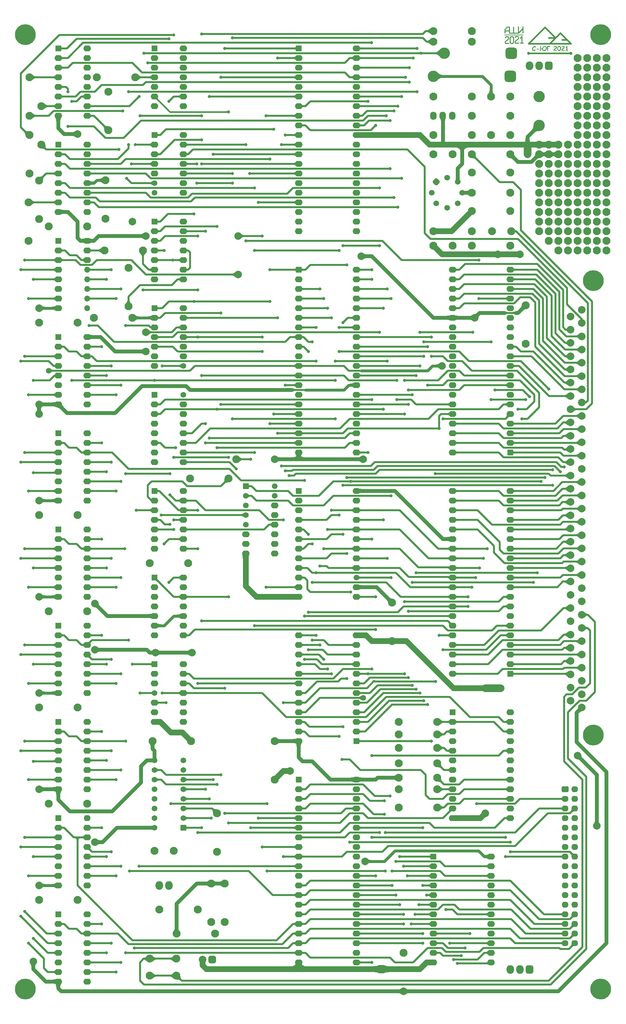
<source format=gtl>
G04 Layer_Physical_Order=1*
G04 Layer_Color=255*
%FSLAX25Y25*%
%MOIN*%
G70*
G01*
G75*
%ADD10C,0.01575*%
%ADD11C,0.01968*%
%ADD12C,0.03937*%
%ADD13C,0.03150*%
%ADD14C,0.05905*%
%ADD15C,0.00984*%
%ADD16C,0.00787*%
%ADD17C,0.01000*%
%ADD18C,0.07874*%
G04:AMPARAMS|DCode=19|XSize=86.61mil|YSize=86.61mil|CornerRadius=21.65mil|HoleSize=0mil|Usage=FLASHONLY|Rotation=90.000|XOffset=0mil|YOffset=0mil|HoleType=Round|Shape=RoundedRectangle|*
%AMROUNDEDRECTD19*
21,1,0.08661,0.04331,0,0,90.0*
21,1,0.04331,0.08661,0,0,90.0*
1,1,0.04331,0.02165,0.02165*
1,1,0.04331,0.02165,-0.02165*
1,1,0.04331,-0.02165,-0.02165*
1,1,0.04331,-0.02165,0.02165*
%
%ADD19ROUNDEDRECTD19*%
%ADD20O,0.07087X0.06299*%
G04:AMPARAMS|DCode=21|XSize=62.99mil|YSize=74.8mil|CornerRadius=15.75mil|HoleSize=0mil|Usage=FLASHONLY|Rotation=270.000|XOffset=0mil|YOffset=0mil|HoleType=Round|Shape=RoundedRectangle|*
%AMROUNDEDRECTD21*
21,1,0.06299,0.04331,0,0,270.0*
21,1,0.03150,0.07480,0,0,270.0*
1,1,0.03150,-0.02165,-0.01575*
1,1,0.03150,-0.02165,0.01575*
1,1,0.03150,0.02165,0.01575*
1,1,0.03150,0.02165,-0.01575*
%
%ADD21ROUNDEDRECTD21*%
%ADD22R,0.05905X0.05905*%
%ADD23O,0.07874X0.06299*%
%ADD24O,0.05905X0.06299*%
%ADD25C,0.11811*%
G04:AMPARAMS|DCode=26|XSize=118.11mil|YSize=118.11mil|CornerRadius=29.53mil|HoleSize=0mil|Usage=FLASHONLY|Rotation=0.000|XOffset=0mil|YOffset=0mil|HoleType=Round|Shape=RoundedRectangle|*
%AMROUNDEDRECTD26*
21,1,0.11811,0.05905,0,0,0.0*
21,1,0.05905,0.11811,0,0,0.0*
1,1,0.05905,0.02953,-0.02953*
1,1,0.05905,-0.02953,-0.02953*
1,1,0.05905,-0.02953,0.02953*
1,1,0.05905,0.02953,0.02953*
%
%ADD26ROUNDEDRECTD26*%
%ADD27C,0.21654*%
%ADD28C,0.07874*%
%ADD29C,0.08268*%
%ADD30C,0.05905*%
%ADD31O,0.06693X0.08661*%
%ADD32C,0.05905*%
G04:AMPARAMS|DCode=33|XSize=62.99mil|YSize=62.99mil|CornerRadius=15.75mil|HoleSize=0mil|Usage=FLASHONLY|Rotation=315.000|XOffset=0mil|YOffset=0mil|HoleType=Round|Shape=RoundedRectangle|*
%AMROUNDEDRECTD33*
21,1,0.06299,0.03150,0,0,315.0*
21,1,0.03150,0.06299,0,0,315.0*
1,1,0.03150,0.00000,-0.02227*
1,1,0.03150,-0.02227,0.00000*
1,1,0.03150,0.00000,0.02227*
1,1,0.03150,0.02227,0.00000*
%
%ADD33ROUNDEDRECTD33*%
%ADD34O,0.07874X0.09055*%
G04:AMPARAMS|DCode=35|XSize=78.74mil|YSize=78.74mil|CornerRadius=19.68mil|HoleSize=0mil|Usage=FLASHONLY|Rotation=0.000|XOffset=0mil|YOffset=0mil|HoleType=Round|Shape=RoundedRectangle|*
%AMROUNDEDRECTD35*
21,1,0.07874,0.03937,0,0,0.0*
21,1,0.03937,0.07874,0,0,0.0*
1,1,0.03937,0.01968,-0.01968*
1,1,0.03937,-0.01968,-0.01968*
1,1,0.03937,-0.01968,0.01968*
1,1,0.03937,0.01968,0.01968*
%
%ADD35ROUNDEDRECTD35*%
G04:AMPARAMS|DCode=36|XSize=78.74mil|YSize=86.61mil|CornerRadius=19.68mil|HoleSize=0mil|Usage=FLASHONLY|Rotation=180.000|XOffset=0mil|YOffset=0mil|HoleType=Round|Shape=RoundedRectangle|*
%AMROUNDEDRECTD36*
21,1,0.07874,0.04724,0,0,180.0*
21,1,0.03937,0.08661,0,0,180.0*
1,1,0.03937,-0.01968,0.02362*
1,1,0.03937,0.01968,0.02362*
1,1,0.03937,0.01968,-0.02362*
1,1,0.03937,-0.01968,-0.02362*
%
%ADD36ROUNDEDRECTD36*%
%ADD37O,0.07087X0.06299*%
%ADD38C,0.03150*%
G36*
X147884Y-660407D02*
X147797Y-660323D01*
X147670Y-660249D01*
X147503Y-660183D01*
X147297Y-660126D01*
X147051Y-660078D01*
X146766Y-660039D01*
X146076Y-659986D01*
X145228Y-659969D01*
Y-656032D01*
X145672Y-656027D01*
X147051Y-655922D01*
X147297Y-655874D01*
X147503Y-655817D01*
X147670Y-655751D01*
X147797Y-655677D01*
X147884Y-655593D01*
Y-660407D01*
D02*
G37*
G36*
X186188Y-660756D02*
X186020Y-660606D01*
X185823Y-660472D01*
X185598Y-660354D01*
X185344Y-660252D01*
X185063Y-660165D01*
X184752Y-660094D01*
X184414Y-660039D01*
X184047Y-660000D01*
X183228Y-659969D01*
Y-656032D01*
X183652Y-656024D01*
X184414Y-655961D01*
X184752Y-655905D01*
X185063Y-655835D01*
X185344Y-655748D01*
X185598Y-655646D01*
X185823Y-655528D01*
X186020Y-655394D01*
X186188Y-655244D01*
Y-660756D01*
D02*
G37*
G36*
X311156Y-653920D02*
X311204Y-653940D01*
X311268Y-653958D01*
X311348Y-653973D01*
X311445Y-653986D01*
X311688Y-654005D01*
X312174Y-654016D01*
Y-655984D01*
X311996Y-655985D01*
X311348Y-656027D01*
X311268Y-656042D01*
X311204Y-656060D01*
X311156Y-656080D01*
X311125Y-656102D01*
Y-653898D01*
X311156Y-653920D01*
D02*
G37*
G36*
X90980Y-652394D02*
X91177Y-652528D01*
X91402Y-652646D01*
X91656Y-652748D01*
X91938Y-652835D01*
X92248Y-652906D01*
X92586Y-652961D01*
X92953Y-653000D01*
X93772Y-653031D01*
Y-656968D01*
X93348Y-656976D01*
X92586Y-657039D01*
X92248Y-657094D01*
X91938Y-657165D01*
X91656Y-657252D01*
X91402Y-657354D01*
X91177Y-657472D01*
X90980Y-657606D01*
X90812Y-657756D01*
Y-652244D01*
X90980Y-652394D01*
D02*
G37*
G36*
X523247Y-658225D02*
X523322Y-658391D01*
X523448Y-658537D01*
X523624Y-658664D01*
X523850Y-658772D01*
X524127Y-658859D01*
X524454Y-658928D01*
X524831Y-658977D01*
X525258Y-659006D01*
X525736Y-659016D01*
Y-660984D01*
X525258Y-660994D01*
X524454Y-661072D01*
X524127Y-661140D01*
X523850Y-661228D01*
X523624Y-661336D01*
X523448Y-661463D01*
X523322Y-661609D01*
X523247Y-661775D01*
X523222Y-661961D01*
Y-658039D01*
X523247Y-658225D01*
D02*
G37*
G36*
X463247D02*
X463322Y-658391D01*
X463448Y-658537D01*
X463624Y-658664D01*
X463850Y-658772D01*
X464127Y-658859D01*
X464454Y-658928D01*
X464831Y-658977D01*
X465258Y-659006D01*
X465736Y-659016D01*
Y-660984D01*
X465258Y-660994D01*
X464454Y-661072D01*
X464127Y-661140D01*
X463850Y-661228D01*
X463624Y-661336D01*
X463448Y-661463D01*
X463322Y-661609D01*
X463247Y-661775D01*
X463222Y-661961D01*
Y-658039D01*
X463247Y-658225D01*
D02*
G37*
G36*
X153980Y-655394D02*
X154177Y-655528D01*
X154402Y-655646D01*
X154656Y-655748D01*
X154938Y-655835D01*
X155248Y-655905D01*
X155586Y-655961D01*
X155953Y-656000D01*
X156772Y-656032D01*
Y-659969D01*
X156348Y-659976D01*
X155586Y-660039D01*
X155248Y-660094D01*
X154938Y-660165D01*
X154656Y-660252D01*
X154402Y-660354D01*
X154177Y-660472D01*
X153980Y-660606D01*
X153812Y-660756D01*
Y-655244D01*
X153980Y-655394D01*
D02*
G37*
G36*
X12156Y-658920D02*
X12204Y-658940D01*
X12268Y-658958D01*
X12348Y-658973D01*
X12445Y-658986D01*
X12688Y-659005D01*
X13174Y-659016D01*
Y-660984D01*
X12996Y-660986D01*
X12348Y-661027D01*
X12268Y-661042D01*
X12204Y-661060D01*
X12156Y-661080D01*
X12125Y-661102D01*
Y-658898D01*
X12156Y-658920D01*
D02*
G37*
G36*
X356779Y-651961D02*
X356753Y-651775D01*
X356678Y-651609D01*
X356552Y-651463D01*
X356376Y-651336D01*
X356150Y-651228D01*
X355873Y-651140D01*
X355546Y-651072D01*
X355169Y-651023D01*
X354742Y-650994D01*
X354264Y-650984D01*
Y-649016D01*
X354742Y-649006D01*
X355546Y-648928D01*
X355873Y-648860D01*
X356150Y-648772D01*
X356376Y-648664D01*
X356552Y-648537D01*
X356678Y-648391D01*
X356753Y-648225D01*
X356779Y-648039D01*
Y-651961D01*
D02*
G37*
G36*
X303247Y-648225D02*
X303322Y-648391D01*
X303448Y-648537D01*
X303624Y-648664D01*
X303850Y-648772D01*
X304127Y-648860D01*
X304454Y-648928D01*
X304831Y-648977D01*
X305258Y-649006D01*
X305736Y-649016D01*
Y-650984D01*
X305258Y-650994D01*
X304454Y-651072D01*
X304127Y-651140D01*
X303850Y-651228D01*
X303624Y-651336D01*
X303448Y-651463D01*
X303322Y-651609D01*
X303247Y-651775D01*
X303222Y-651961D01*
Y-648039D01*
X303247Y-648225D01*
D02*
G37*
G36*
X523247D02*
X523322Y-648391D01*
X523448Y-648537D01*
X523624Y-648664D01*
X523850Y-648772D01*
X524127Y-648860D01*
X524454Y-648928D01*
X524831Y-648977D01*
X525258Y-649006D01*
X525736Y-649016D01*
Y-650984D01*
X525258Y-650994D01*
X524454Y-651072D01*
X524127Y-651140D01*
X523850Y-651228D01*
X523624Y-651336D01*
X523448Y-651463D01*
X523322Y-651609D01*
X523247Y-651775D01*
X523222Y-651961D01*
Y-648039D01*
X523247Y-648225D01*
D02*
G37*
G36*
X463247D02*
X463322Y-648391D01*
X463448Y-648537D01*
X463624Y-648664D01*
X463850Y-648772D01*
X464127Y-648860D01*
X464454Y-648928D01*
X464831Y-648977D01*
X465258Y-649006D01*
X465736Y-649016D01*
Y-650984D01*
X465258Y-650994D01*
X464454Y-651072D01*
X464127Y-651140D01*
X463850Y-651228D01*
X463624Y-651336D01*
X463448Y-651463D01*
X463322Y-651609D01*
X463247Y-651775D01*
X463222Y-651961D01*
Y-648039D01*
X463247Y-648225D01*
D02*
G37*
G36*
X579826Y-655827D02*
X579480Y-655490D01*
X578794Y-654923D01*
X578455Y-654693D01*
X578117Y-654498D01*
X577782Y-654339D01*
X577449Y-654214D01*
X577118Y-654126D01*
X576790Y-654073D01*
X576464Y-654055D01*
Y-652087D01*
X576790Y-652069D01*
X577118Y-652016D01*
X577449Y-651927D01*
X577782Y-651803D01*
X578117Y-651644D01*
X578455Y-651449D01*
X578794Y-651219D01*
X579136Y-650953D01*
X579480Y-650652D01*
X579826Y-650315D01*
Y-655827D01*
D02*
G37*
G36*
X451156Y-653920D02*
X451204Y-653940D01*
X451268Y-653958D01*
X451348Y-653973D01*
X451445Y-653986D01*
X451688Y-654005D01*
X452174Y-654016D01*
Y-655984D01*
X451996Y-655985D01*
X451348Y-656027D01*
X451268Y-656042D01*
X451204Y-656060D01*
X451156Y-656080D01*
X451125Y-656102D01*
Y-653898D01*
X451156Y-653920D01*
D02*
G37*
G36*
X76779Y-651961D02*
X76753Y-651775D01*
X76678Y-651609D01*
X76552Y-651463D01*
X76376Y-651336D01*
X76150Y-651228D01*
X75873Y-651140D01*
X75546Y-651072D01*
X75169Y-651023D01*
X74742Y-650994D01*
X74264Y-650984D01*
Y-649016D01*
X74742Y-649006D01*
X75546Y-648928D01*
X75873Y-648860D01*
X76150Y-648772D01*
X76376Y-648664D01*
X76552Y-648537D01*
X76678Y-648391D01*
X76753Y-648225D01*
X76779Y-648039D01*
Y-651961D01*
D02*
G37*
G36*
X46779D02*
X46753Y-651775D01*
X46678Y-651609D01*
X46552Y-651463D01*
X46376Y-651336D01*
X46150Y-651228D01*
X45873Y-651140D01*
X45546Y-651072D01*
X45169Y-651023D01*
X44742Y-650994D01*
X44264Y-650984D01*
Y-649016D01*
X44742Y-649006D01*
X45546Y-648928D01*
X45873Y-648860D01*
X46150Y-648772D01*
X46376Y-648664D01*
X46552Y-648537D01*
X46678Y-648391D01*
X46753Y-648225D01*
X46779Y-648039D01*
Y-651961D01*
D02*
G37*
G36*
X98875Y-671102D02*
X98844Y-671080D01*
X98796Y-671060D01*
X98732Y-671042D01*
X98652Y-671027D01*
X98555Y-671014D01*
X98312Y-670995D01*
X97826Y-670984D01*
X97826Y-669016D01*
X98004Y-669015D01*
X98652Y-668973D01*
X98732Y-668958D01*
X98796Y-668940D01*
X98844Y-668920D01*
X98875Y-668898D01*
X98875Y-671102D01*
D02*
G37*
G36*
X25250Y-668920D02*
X25298Y-668940D01*
X25362Y-668958D01*
X25443Y-668973D01*
X25539Y-668986D01*
X25782Y-669005D01*
X26269Y-669016D01*
Y-670984D01*
X26090Y-670986D01*
X25443Y-671027D01*
X25362Y-671042D01*
X25298Y-671060D01*
X25250Y-671080D01*
X25219Y-671102D01*
Y-668898D01*
X25250Y-668920D01*
D02*
G37*
G36*
X579826Y-669606D02*
X579480Y-669270D01*
X578794Y-668703D01*
X578455Y-668472D01*
X578117Y-668278D01*
X577782Y-668118D01*
X577449Y-667994D01*
X577118Y-667906D01*
X576790Y-667852D01*
X576464Y-667835D01*
Y-665866D01*
X576790Y-665848D01*
X577118Y-665795D01*
X577449Y-665707D01*
X577782Y-665583D01*
X578117Y-665423D01*
X578455Y-665228D01*
X578794Y-664998D01*
X579136Y-664732D01*
X579480Y-664431D01*
X579826Y-664094D01*
Y-669606D01*
D02*
G37*
G36*
X128156Y-668920D02*
X128204Y-668940D01*
X128268Y-668958D01*
X128348Y-668973D01*
X128445Y-668986D01*
X128688Y-669005D01*
X129174Y-669016D01*
Y-670984D01*
X128996Y-670985D01*
X128348Y-671027D01*
X128268Y-671042D01*
X128204Y-671060D01*
X128156Y-671080D01*
X128125Y-671102D01*
Y-668898D01*
X128156Y-668920D01*
D02*
G37*
G36*
X356779Y-671961D02*
X356753Y-671775D01*
X356678Y-671609D01*
X356552Y-671463D01*
X356376Y-671336D01*
X356150Y-671228D01*
X355873Y-671140D01*
X355546Y-671072D01*
X355169Y-671023D01*
X354742Y-670994D01*
X354264Y-670984D01*
Y-669016D01*
X354742Y-669006D01*
X355546Y-668928D01*
X355873Y-668859D01*
X356150Y-668772D01*
X356376Y-668664D01*
X356552Y-668537D01*
X356678Y-668391D01*
X356753Y-668225D01*
X356779Y-668039D01*
Y-671961D01*
D02*
G37*
G36*
X83247Y-668225D02*
X83322Y-668391D01*
X83448Y-668537D01*
X83624Y-668664D01*
X83850Y-668772D01*
X84127Y-668859D01*
X84454Y-668928D01*
X84831Y-668977D01*
X85258Y-669006D01*
X85736Y-669016D01*
Y-670984D01*
X85258Y-670994D01*
X84454Y-671072D01*
X84127Y-671140D01*
X83850Y-671228D01*
X83624Y-671336D01*
X83448Y-671463D01*
X83322Y-671609D01*
X83247Y-671775D01*
X83222Y-671961D01*
Y-668039D01*
X83247Y-668225D01*
D02*
G37*
G36*
X523247D02*
X523322Y-668391D01*
X523448Y-668537D01*
X523624Y-668664D01*
X523850Y-668772D01*
X524127Y-668859D01*
X524454Y-668928D01*
X524831Y-668977D01*
X525258Y-669006D01*
X525736Y-669016D01*
Y-670984D01*
X525258Y-670994D01*
X524454Y-671072D01*
X524127Y-671140D01*
X523850Y-671228D01*
X523624Y-671336D01*
X523448Y-671463D01*
X523322Y-671609D01*
X523247Y-671775D01*
X523222Y-671961D01*
Y-668039D01*
X523247Y-668225D01*
D02*
G37*
G36*
X463247D02*
X463322Y-668391D01*
X463448Y-668537D01*
X463624Y-668664D01*
X463850Y-668772D01*
X464127Y-668859D01*
X464454Y-668928D01*
X464831Y-668977D01*
X465258Y-669006D01*
X465736Y-669016D01*
Y-670984D01*
X465258Y-670994D01*
X464454Y-671072D01*
X464127Y-671140D01*
X463850Y-671228D01*
X463624Y-671336D01*
X463448Y-671463D01*
X463322Y-671609D01*
X463247Y-671775D01*
X463222Y-671961D01*
Y-668039D01*
X463247Y-668225D01*
D02*
G37*
G36*
X46779Y-661961D02*
X46753Y-661775D01*
X46678Y-661609D01*
X46552Y-661463D01*
X46376Y-661336D01*
X46150Y-661228D01*
X45873Y-661140D01*
X45546Y-661072D01*
X45169Y-661023D01*
X44742Y-660994D01*
X44264Y-660984D01*
Y-659016D01*
X44742Y-659006D01*
X45546Y-658928D01*
X45873Y-658859D01*
X46150Y-658772D01*
X46376Y-658664D01*
X46552Y-658537D01*
X46678Y-658391D01*
X46753Y-658225D01*
X46779Y-658039D01*
Y-661961D01*
D02*
G37*
G36*
X591665Y-662745D02*
X591314Y-662410D01*
X590621Y-661847D01*
X590279Y-661618D01*
X589940Y-661424D01*
X589603Y-661266D01*
X589269Y-661143D01*
X588939Y-661055D01*
X588610Y-661002D01*
X588285Y-660984D01*
X588265Y-659016D01*
X588592Y-658998D01*
X588921Y-658945D01*
X589251Y-658855D01*
X589583Y-658731D01*
X589917Y-658570D01*
X590252Y-658374D01*
X590589Y-658142D01*
X590928Y-657875D01*
X591268Y-657572D01*
X591610Y-657233D01*
X591665Y-662745D01*
D02*
G37*
G36*
X356779Y-661961D02*
X356753Y-661775D01*
X356678Y-661609D01*
X356552Y-661463D01*
X356376Y-661336D01*
X356150Y-661228D01*
X355873Y-661140D01*
X355546Y-661072D01*
X355169Y-661023D01*
X354742Y-660994D01*
X354264Y-660984D01*
Y-659016D01*
X354742Y-659006D01*
X355546Y-658928D01*
X355873Y-658859D01*
X356150Y-658772D01*
X356376Y-658664D01*
X356552Y-658537D01*
X356678Y-658391D01*
X356753Y-658225D01*
X356779Y-658039D01*
Y-661961D01*
D02*
G37*
G36*
X303247Y-658225D02*
X303322Y-658391D01*
X303448Y-658537D01*
X303624Y-658664D01*
X303850Y-658772D01*
X304127Y-658859D01*
X304454Y-658928D01*
X304831Y-658977D01*
X305258Y-659006D01*
X305736Y-659016D01*
Y-660984D01*
X305258Y-660994D01*
X304454Y-661072D01*
X304127Y-661140D01*
X303850Y-661228D01*
X303624Y-661336D01*
X303448Y-661463D01*
X303322Y-661609D01*
X303247Y-661775D01*
X303222Y-661961D01*
Y-658039D01*
X303247Y-658225D01*
D02*
G37*
G36*
X307156Y-663920D02*
X307204Y-663940D01*
X307268Y-663958D01*
X307348Y-663973D01*
X307445Y-663986D01*
X307688Y-664005D01*
X308174Y-664016D01*
Y-665984D01*
X307996Y-665985D01*
X307348Y-666027D01*
X307268Y-666042D01*
X307204Y-666060D01*
X307156Y-666080D01*
X307125Y-666102D01*
Y-663898D01*
X307156Y-663920D01*
D02*
G37*
G36*
X103875Y-666102D02*
X103844Y-666080D01*
X103796Y-666060D01*
X103732Y-666042D01*
X103652Y-666027D01*
X103555Y-666014D01*
X103313Y-665995D01*
X102826Y-665984D01*
X102826Y-664016D01*
X103004Y-664015D01*
X103652Y-663973D01*
X103732Y-663958D01*
X103796Y-663940D01*
X103844Y-663920D01*
X103875Y-663898D01*
X103875Y-666102D01*
D02*
G37*
G36*
X83613Y-661100D02*
X83523Y-661245D01*
X83485Y-661415D01*
X83499Y-661609D01*
X83565Y-661827D01*
X83684Y-662070D01*
X83855Y-662338D01*
X84078Y-662631D01*
X84353Y-662948D01*
X84681Y-663289D01*
X83023Y-664415D01*
X82670Y-664076D01*
X82023Y-663539D01*
X81729Y-663342D01*
X81454Y-663191D01*
X81198Y-663087D01*
X80962Y-663030D01*
X80745Y-663020D01*
X80547Y-663057D01*
X80369Y-663141D01*
X83756Y-660980D01*
X83613Y-661100D01*
D02*
G37*
G36*
X325286Y-662892D02*
X325773Y-663321D01*
X325840Y-663367D01*
X325898Y-663400D01*
X325946Y-663419D01*
X325984Y-663425D01*
X324425Y-664984D01*
X324419Y-664946D01*
X324399Y-664898D01*
X324367Y-664841D01*
X324321Y-664773D01*
X324261Y-664695D01*
X324103Y-664510D01*
X323767Y-664159D01*
X325159Y-662767D01*
X325286Y-662892D01*
D02*
G37*
G36*
X457330Y-625924D02*
X457977Y-626461D01*
X458271Y-626658D01*
X458546Y-626809D01*
X458802Y-626913D01*
X459038Y-626970D01*
X459255Y-626980D01*
X459453Y-626943D01*
X459631Y-626859D01*
X456244Y-629020D01*
X456387Y-628899D01*
X456477Y-628755D01*
X456515Y-628585D01*
X456501Y-628392D01*
X456435Y-628173D01*
X456316Y-627930D01*
X456145Y-627662D01*
X455922Y-627369D01*
X455647Y-627052D01*
X455319Y-626711D01*
X456977Y-625585D01*
X457330Y-625924D01*
D02*
G37*
G36*
X255156Y-628920D02*
X255204Y-628940D01*
X255268Y-628958D01*
X255348Y-628973D01*
X255445Y-628986D01*
X255688Y-629005D01*
X256174Y-629016D01*
Y-630984D01*
X255996Y-630985D01*
X255348Y-631027D01*
X255268Y-631042D01*
X255204Y-631060D01*
X255156Y-631080D01*
X255125Y-631102D01*
Y-628898D01*
X255156Y-628920D01*
D02*
G37*
G36*
X148006Y-622913D02*
X147636Y-622733D01*
X147234Y-622573D01*
X146799Y-622431D01*
X146330Y-622308D01*
X145296Y-622120D01*
X144729Y-622053D01*
X143497Y-621978D01*
X142832Y-621969D01*
Y-618032D01*
X143497Y-618022D01*
X145296Y-617880D01*
X145829Y-617795D01*
X146799Y-617569D01*
X147234Y-617427D01*
X147636Y-617267D01*
X148006Y-617087D01*
Y-622913D01*
D02*
G37*
G36*
X200156Y-623920D02*
X200204Y-623940D01*
X200268Y-623958D01*
X200348Y-623973D01*
X200445Y-623986D01*
X200688Y-624005D01*
X201174Y-624016D01*
Y-625984D01*
X200996Y-625985D01*
X200348Y-626027D01*
X200268Y-626042D01*
X200204Y-626060D01*
X200156Y-626080D01*
X200125Y-626102D01*
Y-623898D01*
X200156Y-623920D01*
D02*
G37*
G36*
X597818Y-630310D02*
X598044Y-630542D01*
X598286Y-630747D01*
X598542Y-630925D01*
X598814Y-631075D01*
X599101Y-631199D01*
X599404Y-631294D01*
X599721Y-631363D01*
X600054Y-631404D01*
X600402Y-631417D01*
Y-633386D01*
X600054Y-633400D01*
X599721Y-633441D01*
X599404Y-633509D01*
X599101Y-633605D01*
X598814Y-633728D01*
X598542Y-633878D01*
X598286Y-634056D01*
X598044Y-634261D01*
X597818Y-634494D01*
X597606Y-634753D01*
Y-630050D01*
X597818Y-630310D01*
D02*
G37*
G36*
X378875Y-635102D02*
X378844Y-635080D01*
X378796Y-635060D01*
X378732Y-635042D01*
X378652Y-635027D01*
X378555Y-635014D01*
X378312Y-634995D01*
X377826Y-634984D01*
Y-633016D01*
X378004Y-633015D01*
X378652Y-632973D01*
X378732Y-632958D01*
X378796Y-632940D01*
X378844Y-632920D01*
X378875Y-632898D01*
Y-635102D01*
D02*
G37*
G36*
X516779Y-631961D02*
X516753Y-631775D01*
X516678Y-631609D01*
X516552Y-631463D01*
X516376Y-631336D01*
X516150Y-631228D01*
X515873Y-631141D01*
X515546Y-631072D01*
X515169Y-631023D01*
X514742Y-630994D01*
X514264Y-630984D01*
Y-629016D01*
X514742Y-629006D01*
X515546Y-628928D01*
X515873Y-628860D01*
X516150Y-628772D01*
X516376Y-628664D01*
X516552Y-628537D01*
X516678Y-628391D01*
X516753Y-628225D01*
X516779Y-628039D01*
Y-631961D01*
D02*
G37*
G36*
X152810Y-627577D02*
X153112Y-627755D01*
X153445Y-627912D01*
X153809Y-628048D01*
X154205Y-628164D01*
X154632Y-628258D01*
X155090Y-628331D01*
X156101Y-628415D01*
X156653Y-628425D01*
Y-631575D01*
X156101Y-631585D01*
X155090Y-631669D01*
X154632Y-631742D01*
X154205Y-631837D01*
X153809Y-631952D01*
X153445Y-632088D01*
X153112Y-632245D01*
X152810Y-632423D01*
X152539Y-632621D01*
Y-627379D01*
X152810Y-627577D01*
D02*
G37*
G36*
X415156Y-613920D02*
X415204Y-613940D01*
X415268Y-613958D01*
X415348Y-613973D01*
X415445Y-613986D01*
X415688Y-614005D01*
X416174Y-614016D01*
Y-615984D01*
X415996Y-615985D01*
X415348Y-616027D01*
X415268Y-616042D01*
X415204Y-616060D01*
X415156Y-616080D01*
X415125Y-616102D01*
Y-613898D01*
X415156Y-613920D01*
D02*
G37*
G36*
X311156Y-614920D02*
X311204Y-614940D01*
X311268Y-614958D01*
X311348Y-614973D01*
X311445Y-614986D01*
X311688Y-615005D01*
X312174Y-615016D01*
Y-616984D01*
X311996Y-616985D01*
X311348Y-617027D01*
X311268Y-617042D01*
X311204Y-617060D01*
X311156Y-617080D01*
X311125Y-617102D01*
Y-614898D01*
X311156Y-614920D01*
D02*
G37*
G36*
X91950Y-607264D02*
X91995Y-607498D01*
X92071Y-607741D01*
X92177Y-607993D01*
X92315Y-608253D01*
X92485Y-608523D01*
X92685Y-608801D01*
X92917Y-609088D01*
X93473Y-609689D01*
X90689Y-612473D01*
X90384Y-612179D01*
X89801Y-611685D01*
X89523Y-611485D01*
X89253Y-611315D01*
X88993Y-611177D01*
X88741Y-611070D01*
X88498Y-610995D01*
X88264Y-610950D01*
X88039Y-610937D01*
X91937Y-607039D01*
X91950Y-607264D01*
D02*
G37*
G36*
X579826Y-614488D02*
X579480Y-614151D01*
X578794Y-613585D01*
X578455Y-613354D01*
X578117Y-613159D01*
X577782Y-613000D01*
X577449Y-612876D01*
X577118Y-612787D01*
X576790Y-612734D01*
X576464Y-612716D01*
Y-610748D01*
X576790Y-610730D01*
X577118Y-610677D01*
X577449Y-610589D01*
X577782Y-610464D01*
X578117Y-610305D01*
X578455Y-610110D01*
X578794Y-609880D01*
X579136Y-609614D01*
X579480Y-609313D01*
X579826Y-608976D01*
Y-614488D01*
D02*
G37*
G36*
X456778Y-621961D02*
X456753Y-621775D01*
X456678Y-621609D01*
X456552Y-621463D01*
X456376Y-621336D01*
X456150Y-621228D01*
X455873Y-621140D01*
X455546Y-621072D01*
X455169Y-621023D01*
X454742Y-620994D01*
X454264Y-620984D01*
Y-619016D01*
X454742Y-619006D01*
X455546Y-618928D01*
X455873Y-618859D01*
X456150Y-618772D01*
X456376Y-618664D01*
X456552Y-618537D01*
X456678Y-618391D01*
X456753Y-618225D01*
X456778Y-618039D01*
Y-621961D01*
D02*
G37*
G36*
X177461Y-622621D02*
X177190Y-622423D01*
X176888Y-622245D01*
X176555Y-622088D01*
X176191Y-621952D01*
X175795Y-621837D01*
X175368Y-621742D01*
X174909Y-621669D01*
X173899Y-621585D01*
X173347Y-621575D01*
Y-618425D01*
X173899Y-618415D01*
X174909Y-618331D01*
X175368Y-618258D01*
X175795Y-618164D01*
X176191Y-618048D01*
X176555Y-617912D01*
X176888Y-617755D01*
X177190Y-617578D01*
X177461Y-617379D01*
Y-622621D01*
D02*
G37*
G36*
X307156Y-618920D02*
X307204Y-618940D01*
X307268Y-618958D01*
X307348Y-618973D01*
X307445Y-618986D01*
X307688Y-619005D01*
X308174Y-619016D01*
Y-620984D01*
X307996Y-620985D01*
X307348Y-621027D01*
X307268Y-621042D01*
X307204Y-621060D01*
X307156Y-621080D01*
X307125Y-621102D01*
Y-618898D01*
X307156Y-618920D01*
D02*
G37*
G36*
X597688Y-616322D02*
X597986Y-616598D01*
X598291Y-616842D01*
X598603Y-617053D01*
X598922Y-617232D01*
X599248Y-617378D01*
X599581Y-617492D01*
X599921Y-617573D01*
X600268Y-617622D01*
X600622Y-617638D01*
Y-619606D01*
X600268Y-619623D01*
X599921Y-619671D01*
X599581Y-619753D01*
X599248Y-619866D01*
X598922Y-620012D01*
X598603Y-620191D01*
X598291Y-620402D01*
X597986Y-620646D01*
X597688Y-620922D01*
X597397Y-621231D01*
Y-616013D01*
X597688Y-616322D01*
D02*
G37*
G36*
X315156Y-643920D02*
X315204Y-643940D01*
X315268Y-643958D01*
X315348Y-643973D01*
X315445Y-643986D01*
X315688Y-644005D01*
X316174Y-644016D01*
Y-645984D01*
X315996Y-645985D01*
X315348Y-646027D01*
X315268Y-646042D01*
X315204Y-646060D01*
X315156Y-646080D01*
X315125Y-646102D01*
Y-643898D01*
X315156Y-643920D01*
D02*
G37*
G36*
X121875Y-646102D02*
X121844Y-646080D01*
X121796Y-646060D01*
X121732Y-646042D01*
X121652Y-646027D01*
X121555Y-646014D01*
X121312Y-645995D01*
X120826Y-645984D01*
Y-644016D01*
X121004Y-644015D01*
X121652Y-643973D01*
X121732Y-643958D01*
X121796Y-643940D01*
X121844Y-643920D01*
X121875Y-643898D01*
Y-646102D01*
D02*
G37*
G36*
X53247Y-638225D02*
X53322Y-638391D01*
X53448Y-638537D01*
X53624Y-638664D01*
X53850Y-638772D01*
X54127Y-638860D01*
X54454Y-638928D01*
X54831Y-638977D01*
X55258Y-639006D01*
X55736Y-639016D01*
Y-640984D01*
X55258Y-640994D01*
X54454Y-641072D01*
X54127Y-641141D01*
X53850Y-641228D01*
X53624Y-641336D01*
X53448Y-641463D01*
X53322Y-641609D01*
X53247Y-641775D01*
X53222Y-641961D01*
Y-638039D01*
X53247Y-638225D01*
D02*
G37*
G36*
X579826Y-642047D02*
X579480Y-641711D01*
X578794Y-641144D01*
X578455Y-640913D01*
X578117Y-640718D01*
X577782Y-640559D01*
X577449Y-640435D01*
X577118Y-640346D01*
X576790Y-640293D01*
X576464Y-640275D01*
Y-638307D01*
X576790Y-638289D01*
X577118Y-638236D01*
X577449Y-638147D01*
X577782Y-638024D01*
X578117Y-637864D01*
X578455Y-637669D01*
X578794Y-637439D01*
X579136Y-637173D01*
X579480Y-636872D01*
X579826Y-636535D01*
Y-642047D01*
D02*
G37*
G36*
X320875Y-651102D02*
X320844Y-651080D01*
X320796Y-651060D01*
X320732Y-651042D01*
X320652Y-651027D01*
X320555Y-651014D01*
X320312Y-650995D01*
X319826Y-650984D01*
Y-649016D01*
X320004Y-649015D01*
X320652Y-648973D01*
X320732Y-648958D01*
X320796Y-648940D01*
X320844Y-648920D01*
X320875Y-648898D01*
Y-651102D01*
D02*
G37*
G36*
X16156Y-648920D02*
X16204Y-648940D01*
X16268Y-648958D01*
X16348Y-648973D01*
X16445Y-648986D01*
X16688Y-649005D01*
X17174Y-649016D01*
X17174Y-650984D01*
X16996Y-650985D01*
X16348Y-651027D01*
X16268Y-651042D01*
X16204Y-651060D01*
X16156Y-651080D01*
X16125Y-651102D01*
X16125Y-648898D01*
X16156Y-648920D01*
D02*
G37*
G36*
X84681Y-646711D02*
X84353Y-647052D01*
X83855Y-647662D01*
X83684Y-647930D01*
X83565Y-648173D01*
X83499Y-648391D01*
X83485Y-648586D01*
X83523Y-648755D01*
X83613Y-648900D01*
X83756Y-649020D01*
X80369Y-646859D01*
X80547Y-646943D01*
X80745Y-646980D01*
X80962Y-646970D01*
X81198Y-646913D01*
X81454Y-646809D01*
X81729Y-646659D01*
X82023Y-646461D01*
X82337Y-646216D01*
X82670Y-645924D01*
X83023Y-645585D01*
X84681Y-646711D01*
D02*
G37*
G36*
X591637Y-648937D02*
X591291Y-648600D01*
X590605Y-648033D01*
X590266Y-647803D01*
X589928Y-647608D01*
X589593Y-647449D01*
X589260Y-647325D01*
X588930Y-647236D01*
X588601Y-647183D01*
X588275Y-647165D01*
Y-645197D01*
X588601Y-645179D01*
X588930Y-645126D01*
X589260Y-645037D01*
X589593Y-644913D01*
X589928Y-644754D01*
X590266Y-644559D01*
X590605Y-644329D01*
X590947Y-644063D01*
X591291Y-643762D01*
X591637Y-643425D01*
Y-648937D01*
D02*
G37*
G36*
X93875Y-641102D02*
X93844Y-641080D01*
X93796Y-641060D01*
X93732Y-641042D01*
X93652Y-641027D01*
X93555Y-641014D01*
X93313Y-640995D01*
X92826Y-640984D01*
X92826Y-639016D01*
X93004Y-639015D01*
X93652Y-638973D01*
X93732Y-638958D01*
X93796Y-638940D01*
X93844Y-638920D01*
X93875Y-638898D01*
X93875Y-641102D01*
D02*
G37*
G36*
X516779Y-641961D02*
X516753Y-641775D01*
X516678Y-641609D01*
X516552Y-641463D01*
X516376Y-641336D01*
X516150Y-641228D01*
X515873Y-641141D01*
X515546Y-641072D01*
X515169Y-641023D01*
X514742Y-640994D01*
X514264Y-640984D01*
Y-639016D01*
X514742Y-639006D01*
X515546Y-638928D01*
X515873Y-638860D01*
X516150Y-638772D01*
X516376Y-638664D01*
X516552Y-638537D01*
X516678Y-638391D01*
X516753Y-638225D01*
X516779Y-638039D01*
Y-641961D01*
D02*
G37*
G36*
X316875Y-641102D02*
X316844Y-641080D01*
X316796Y-641060D01*
X316732Y-641042D01*
X316652Y-641027D01*
X316555Y-641014D01*
X316312Y-640995D01*
X315826Y-640984D01*
Y-639016D01*
X316004Y-639015D01*
X316652Y-638973D01*
X316732Y-638958D01*
X316796Y-638940D01*
X316844Y-638920D01*
X316875Y-638898D01*
Y-641102D01*
D02*
G37*
G36*
X447156Y-638920D02*
X447204Y-638940D01*
X447268Y-638958D01*
X447348Y-638973D01*
X447445Y-638986D01*
X447688Y-639005D01*
X448174Y-639016D01*
X448174Y-640984D01*
X447996Y-640985D01*
X447348Y-641027D01*
X447268Y-641042D01*
X447204Y-641060D01*
X447156Y-641080D01*
X447125Y-641102D01*
X447125Y-638898D01*
X447156Y-638920D01*
D02*
G37*
G36*
X183247Y-638225D02*
X183322Y-638391D01*
X183448Y-638537D01*
X183624Y-638664D01*
X183850Y-638772D01*
X184127Y-638860D01*
X184454Y-638928D01*
X184831Y-638977D01*
X185258Y-639006D01*
X185736Y-639016D01*
Y-640984D01*
X185258Y-640994D01*
X184454Y-641072D01*
X184127Y-641141D01*
X183850Y-641228D01*
X183624Y-641336D01*
X183448Y-641463D01*
X183322Y-641609D01*
X183247Y-641775D01*
X183222Y-641961D01*
Y-638039D01*
X183247Y-638225D01*
D02*
G37*
G36*
X83247D02*
X83322Y-638391D01*
X83448Y-638537D01*
X83624Y-638664D01*
X83850Y-638772D01*
X84127Y-638860D01*
X84454Y-638928D01*
X84831Y-638977D01*
X85258Y-639006D01*
X85736Y-639016D01*
Y-640984D01*
X85258Y-640994D01*
X84454Y-641072D01*
X84127Y-641141D01*
X83850Y-641228D01*
X83624Y-641336D01*
X83448Y-641463D01*
X83322Y-641609D01*
X83247Y-641775D01*
X83222Y-641961D01*
Y-638039D01*
X83247Y-638225D01*
D02*
G37*
G36*
X456778Y-641961D02*
X456753Y-641775D01*
X456678Y-641609D01*
X456552Y-641463D01*
X456376Y-641336D01*
X456150Y-641228D01*
X455873Y-641141D01*
X455546Y-641072D01*
X455169Y-641023D01*
X454742Y-640994D01*
X454264Y-640984D01*
Y-639016D01*
X454742Y-639006D01*
X455546Y-638928D01*
X455873Y-638860D01*
X456150Y-638772D01*
X456376Y-638664D01*
X456552Y-638537D01*
X456678Y-638391D01*
X456753Y-638225D01*
X456778Y-638039D01*
Y-641961D01*
D02*
G37*
G36*
X303247Y-638225D02*
X303322Y-638391D01*
X303448Y-638537D01*
X303624Y-638664D01*
X303850Y-638772D01*
X304127Y-638860D01*
X304454Y-638928D01*
X304831Y-638977D01*
X305258Y-639006D01*
X305736Y-639016D01*
Y-640984D01*
X305258Y-640994D01*
X304454Y-641072D01*
X304127Y-641141D01*
X303850Y-641228D01*
X303624Y-641336D01*
X303448Y-641463D01*
X303322Y-641609D01*
X303247Y-641775D01*
X303222Y-641961D01*
Y-638039D01*
X303247Y-638225D01*
D02*
G37*
G36*
X46779Y-671961D02*
X46753Y-671775D01*
X46678Y-671609D01*
X46552Y-671463D01*
X46376Y-671336D01*
X46150Y-671228D01*
X45873Y-671140D01*
X45546Y-671072D01*
X45169Y-671023D01*
X44742Y-670994D01*
X44264Y-670984D01*
Y-669016D01*
X44742Y-669006D01*
X45546Y-668928D01*
X45873Y-668859D01*
X46150Y-668772D01*
X46376Y-668664D01*
X46552Y-668537D01*
X46678Y-668391D01*
X46753Y-668225D01*
X46779Y-668039D01*
Y-671961D01*
D02*
G37*
G36*
X428875Y-709102D02*
X428844Y-709080D01*
X428796Y-709060D01*
X428732Y-709042D01*
X428652Y-709027D01*
X428555Y-709014D01*
X428312Y-708995D01*
X427826Y-708984D01*
Y-707016D01*
X428004Y-707015D01*
X428652Y-706973D01*
X428732Y-706958D01*
X428796Y-706940D01*
X428844Y-706920D01*
X428875Y-706898D01*
Y-709102D01*
D02*
G37*
G36*
X285156Y-708920D02*
X285204Y-708940D01*
X285268Y-708958D01*
X285348Y-708973D01*
X285445Y-708986D01*
X285688Y-709005D01*
X286174Y-709016D01*
Y-710984D01*
X285996Y-710985D01*
X285348Y-711027D01*
X285268Y-711042D01*
X285204Y-711060D01*
X285156Y-711080D01*
X285125Y-711102D01*
Y-708898D01*
X285156Y-708920D01*
D02*
G37*
G36*
X33052Y-697469D02*
X33308Y-697669D01*
X33582Y-697847D01*
X33873Y-698000D01*
X34180Y-698130D01*
X34505Y-698236D01*
X34846Y-698319D01*
X35204Y-698378D01*
X35579Y-698413D01*
X35971Y-698425D01*
Y-701575D01*
X35579Y-701587D01*
X35204Y-701622D01*
X34846Y-701681D01*
X34505Y-701764D01*
X34180Y-701870D01*
X33873Y-702000D01*
X33582Y-702154D01*
X33308Y-702331D01*
X33052Y-702531D01*
X32812Y-702756D01*
Y-697244D01*
X33052Y-697469D01*
D02*
G37*
G36*
X364891Y-707067D02*
X364676Y-706861D01*
X364454Y-706677D01*
X364225Y-706515D01*
X363990Y-706374D01*
X363749Y-706255D01*
X363501Y-706157D01*
X363247Y-706082D01*
X362986Y-706028D01*
X362718Y-705995D01*
X362444Y-705984D01*
Y-704016D01*
X362718Y-704005D01*
X362986Y-703972D01*
X363247Y-703918D01*
X363501Y-703842D01*
X363749Y-703745D01*
X363990Y-703626D01*
X364225Y-703485D01*
X364454Y-703323D01*
X364676Y-703139D01*
X364891Y-702933D01*
Y-707067D01*
D02*
G37*
G36*
X303247Y-708225D02*
X303322Y-708391D01*
X303448Y-708537D01*
X303624Y-708664D01*
X303850Y-708772D01*
X304127Y-708859D01*
X304454Y-708928D01*
X304831Y-708977D01*
X305258Y-709006D01*
X305736Y-709016D01*
Y-710984D01*
X305258Y-710994D01*
X304454Y-711072D01*
X304127Y-711140D01*
X303850Y-711228D01*
X303624Y-711336D01*
X303448Y-711463D01*
X303322Y-711609D01*
X303247Y-711775D01*
X303222Y-711961D01*
Y-708039D01*
X303247Y-708225D01*
D02*
G37*
G36*
X296778Y-711961D02*
X296753Y-711775D01*
X296678Y-711609D01*
X296552Y-711463D01*
X296376Y-711336D01*
X296150Y-711228D01*
X295873Y-711140D01*
X295546Y-711072D01*
X295169Y-711023D01*
X294742Y-710994D01*
X294264Y-710984D01*
Y-709016D01*
X294742Y-709006D01*
X295546Y-708928D01*
X295873Y-708859D01*
X296150Y-708772D01*
X296376Y-708664D01*
X296552Y-708537D01*
X296678Y-708391D01*
X296753Y-708225D01*
X296778Y-708039D01*
Y-711961D01*
D02*
G37*
G36*
X160875Y-711102D02*
X160844Y-711080D01*
X160796Y-711060D01*
X160732Y-711042D01*
X160652Y-711027D01*
X160555Y-711014D01*
X160312Y-710995D01*
X159826Y-710984D01*
Y-709016D01*
X160004Y-709015D01*
X160652Y-708973D01*
X160732Y-708958D01*
X160796Y-708940D01*
X160844Y-708920D01*
X160875Y-708898D01*
Y-711102D01*
D02*
G37*
G36*
X363247Y-708225D02*
X363322Y-708391D01*
X363448Y-708537D01*
X363624Y-708664D01*
X363850Y-708772D01*
X364127Y-708859D01*
X364454Y-708928D01*
X364831Y-708977D01*
X365258Y-709006D01*
X365736Y-709016D01*
Y-710984D01*
X365258Y-710994D01*
X364454Y-711072D01*
X364127Y-711140D01*
X363850Y-711228D01*
X363624Y-711336D01*
X363448Y-711463D01*
X363322Y-711609D01*
X363247Y-711775D01*
X363222Y-711961D01*
Y-708039D01*
X363247Y-708225D01*
D02*
G37*
G36*
X147312Y-701222D02*
X147279Y-701177D01*
X147225Y-701136D01*
X147149Y-701101D01*
X147050Y-701070D01*
X146930Y-701044D01*
X146788Y-701022D01*
X146438Y-700994D01*
X146000Y-700984D01*
Y-699016D01*
X146230Y-699013D01*
X146788Y-698978D01*
X146930Y-698956D01*
X147050Y-698930D01*
X147149Y-698899D01*
X147225Y-698864D01*
X147279Y-698823D01*
X147312Y-698778D01*
Y-701222D01*
D02*
G37*
G36*
X363247Y-698225D02*
X363322Y-698391D01*
X363448Y-698537D01*
X363624Y-698664D01*
X363850Y-698772D01*
X364127Y-698860D01*
X364454Y-698928D01*
X364831Y-698977D01*
X365258Y-699006D01*
X365736Y-699016D01*
Y-700984D01*
X365258Y-700994D01*
X364454Y-701072D01*
X364127Y-701140D01*
X363850Y-701228D01*
X363624Y-701336D01*
X363448Y-701463D01*
X363322Y-701609D01*
X363247Y-701775D01*
X363222Y-701961D01*
Y-698039D01*
X363247Y-698225D01*
D02*
G37*
G36*
X159156Y-698920D02*
X159204Y-698940D01*
X159268Y-698958D01*
X159348Y-698973D01*
X159445Y-698986D01*
X159688Y-699005D01*
X160174Y-699016D01*
Y-700984D01*
X159996Y-700985D01*
X159348Y-701027D01*
X159268Y-701042D01*
X159204Y-701060D01*
X159156Y-701080D01*
X159125Y-701102D01*
Y-698898D01*
X159156Y-698920D01*
D02*
G37*
G36*
X136156D02*
X136204Y-698940D01*
X136268Y-698958D01*
X136348Y-698973D01*
X136445Y-698986D01*
X136688Y-699005D01*
X137174Y-699016D01*
Y-700984D01*
X136996Y-700985D01*
X136348Y-701027D01*
X136268Y-701042D01*
X136204Y-701060D01*
X136156Y-701080D01*
X136125Y-701102D01*
Y-698898D01*
X136156Y-698920D01*
D02*
G37*
G36*
X176778Y-701961D02*
X176753Y-701775D01*
X176678Y-701609D01*
X176552Y-701463D01*
X176376Y-701336D01*
X176150Y-701228D01*
X175873Y-701140D01*
X175546Y-701072D01*
X175169Y-701023D01*
X174742Y-700994D01*
X174264Y-700984D01*
Y-699016D01*
X174742Y-699006D01*
X175546Y-698928D01*
X175873Y-698860D01*
X176150Y-698772D01*
X176376Y-698664D01*
X176552Y-698537D01*
X176678Y-698391D01*
X176753Y-698225D01*
X176778Y-698039D01*
Y-701961D01*
D02*
G37*
G36*
X47461Y-702622D02*
X47190Y-702423D01*
X46888Y-702245D01*
X46555Y-702088D01*
X46191Y-701952D01*
X45795Y-701836D01*
X45368Y-701742D01*
X44910Y-701669D01*
X43899Y-701585D01*
X43347Y-701575D01*
Y-698425D01*
X43899Y-698415D01*
X44910Y-698331D01*
X45368Y-698258D01*
X45795Y-698164D01*
X46191Y-698048D01*
X46555Y-697912D01*
X46888Y-697755D01*
X47190Y-697577D01*
X47461Y-697379D01*
Y-702622D01*
D02*
G37*
G36*
X303247Y-698225D02*
X303322Y-698391D01*
X303448Y-698537D01*
X303624Y-698664D01*
X303850Y-698772D01*
X304127Y-698860D01*
X304454Y-698928D01*
X304831Y-698977D01*
X305258Y-699006D01*
X305736Y-699016D01*
Y-700984D01*
X305258Y-700994D01*
X304454Y-701072D01*
X304127Y-701140D01*
X303850Y-701228D01*
X303624Y-701336D01*
X303448Y-701463D01*
X303322Y-701609D01*
X303247Y-701775D01*
X303222Y-701961D01*
Y-698039D01*
X303247Y-698225D01*
D02*
G37*
G36*
X183247D02*
X183322Y-698391D01*
X183448Y-698537D01*
X183624Y-698664D01*
X183850Y-698772D01*
X184127Y-698860D01*
X184454Y-698928D01*
X184831Y-698977D01*
X185258Y-699006D01*
X185736Y-699016D01*
Y-700984D01*
X185258Y-700994D01*
X184454Y-701072D01*
X184127Y-701140D01*
X183850Y-701228D01*
X183624Y-701336D01*
X183448Y-701463D01*
X183322Y-701609D01*
X183247Y-701775D01*
X183222Y-701961D01*
Y-698039D01*
X183247Y-698225D01*
D02*
G37*
G36*
X447325Y-727469D02*
X448057Y-728080D01*
X448417Y-728328D01*
X448774Y-728538D01*
X449126Y-728710D01*
X449474Y-728844D01*
X449819Y-728939D01*
X450159Y-728997D01*
X450495Y-729016D01*
X450495Y-730984D01*
X450159Y-731003D01*
X449819Y-731061D01*
X449474Y-731156D01*
X449126Y-731290D01*
X448774Y-731462D01*
X448417Y-731672D01*
X448057Y-731920D01*
X447693Y-732206D01*
X447325Y-732531D01*
X446952Y-732894D01*
X446952Y-727106D01*
X447325Y-727469D01*
D02*
G37*
G36*
X344875Y-736102D02*
X344844Y-736080D01*
X344796Y-736060D01*
X344732Y-736042D01*
X344652Y-736027D01*
X344555Y-736014D01*
X344312Y-735995D01*
X343826Y-735984D01*
Y-734016D01*
X344004Y-734015D01*
X344652Y-733973D01*
X344732Y-733958D01*
X344796Y-733940D01*
X344844Y-733920D01*
X344875Y-733898D01*
Y-736102D01*
D02*
G37*
G36*
X363247Y-728225D02*
X363322Y-728391D01*
X363448Y-728537D01*
X363624Y-728664D01*
X363850Y-728772D01*
X364127Y-728860D01*
X364454Y-728928D01*
X364831Y-728977D01*
X365258Y-729006D01*
X365736Y-729016D01*
Y-730984D01*
X365258Y-730994D01*
X364454Y-731072D01*
X364127Y-731141D01*
X363850Y-731228D01*
X363624Y-731336D01*
X363448Y-731463D01*
X363322Y-731609D01*
X363247Y-731775D01*
X363222Y-731961D01*
Y-728039D01*
X363247Y-728225D01*
D02*
G37*
G36*
X303247D02*
X303322Y-728391D01*
X303448Y-728537D01*
X303624Y-728664D01*
X303850Y-728772D01*
X304127Y-728860D01*
X304454Y-728928D01*
X304831Y-728977D01*
X305258Y-729006D01*
X305736Y-729016D01*
Y-730984D01*
X305258Y-730994D01*
X304454Y-731072D01*
X304127Y-731141D01*
X303850Y-731228D01*
X303624Y-731336D01*
X303448Y-731463D01*
X303322Y-731609D01*
X303247Y-731775D01*
X303222Y-731961D01*
Y-728039D01*
X303247Y-728225D01*
D02*
G37*
G36*
X456778Y-741961D02*
X456753Y-741775D01*
X456678Y-741609D01*
X456552Y-741463D01*
X456376Y-741336D01*
X456150Y-741228D01*
X455873Y-741141D01*
X455546Y-741072D01*
X455169Y-741023D01*
X454742Y-740994D01*
X454264Y-740984D01*
Y-739016D01*
X454742Y-739006D01*
X455546Y-738928D01*
X455873Y-738860D01*
X456150Y-738772D01*
X456376Y-738664D01*
X456552Y-738537D01*
X456678Y-738391D01*
X456753Y-738225D01*
X456778Y-738039D01*
Y-741961D01*
D02*
G37*
G36*
X363247Y-738225D02*
X363322Y-738391D01*
X363448Y-738537D01*
X363624Y-738664D01*
X363850Y-738772D01*
X364127Y-738860D01*
X364454Y-738928D01*
X364831Y-738977D01*
X365258Y-739006D01*
X365736Y-739016D01*
Y-740984D01*
X365258Y-740994D01*
X364454Y-741072D01*
X364127Y-741141D01*
X363850Y-741228D01*
X363624Y-741336D01*
X363448Y-741463D01*
X363322Y-741609D01*
X363247Y-741775D01*
X363222Y-741961D01*
Y-738039D01*
X363247Y-738225D01*
D02*
G37*
G36*
X93875Y-741102D02*
X93844Y-741080D01*
X93796Y-741060D01*
X93732Y-741042D01*
X93652Y-741027D01*
X93555Y-741014D01*
X93313Y-740995D01*
X92826Y-740984D01*
X92826Y-739016D01*
X93004Y-739015D01*
X93652Y-738973D01*
X93732Y-738958D01*
X93796Y-738940D01*
X93844Y-738920D01*
X93875Y-738898D01*
X93875Y-741102D01*
D02*
G37*
G36*
X516779Y-741961D02*
X516753Y-741775D01*
X516678Y-741609D01*
X516552Y-741463D01*
X516376Y-741336D01*
X516150Y-741228D01*
X515873Y-741141D01*
X515546Y-741072D01*
X515169Y-741023D01*
X514742Y-740994D01*
X514264Y-740984D01*
Y-739016D01*
X514742Y-739006D01*
X515546Y-738928D01*
X515873Y-738860D01*
X516150Y-738772D01*
X516376Y-738664D01*
X516552Y-738537D01*
X516678Y-738391D01*
X516753Y-738225D01*
X516779Y-738039D01*
Y-741961D01*
D02*
G37*
G36*
X594410Y-719016D02*
X594184Y-719029D01*
X593951Y-719074D01*
X593708Y-719149D01*
X593456Y-719256D01*
X593196Y-719394D01*
X592926Y-719563D01*
X592648Y-719764D01*
X592361Y-719995D01*
X591759Y-720552D01*
X588976Y-717768D01*
X589269Y-717463D01*
X589764Y-716880D01*
X589964Y-716601D01*
X590133Y-716332D01*
X590272Y-716071D01*
X590378Y-715820D01*
X590454Y-715577D01*
X590499Y-715343D01*
X590512Y-715118D01*
X594410Y-719016D01*
D02*
G37*
G36*
X363247Y-718225D02*
X363322Y-718391D01*
X363448Y-718537D01*
X363624Y-718664D01*
X363850Y-718772D01*
X364127Y-718859D01*
X364454Y-718928D01*
X364831Y-718977D01*
X365258Y-719006D01*
X365736Y-719016D01*
Y-720984D01*
X365258Y-720994D01*
X364454Y-721072D01*
X364127Y-721140D01*
X363850Y-721228D01*
X363624Y-721336D01*
X363448Y-721463D01*
X363322Y-721609D01*
X363247Y-721775D01*
X363222Y-721961D01*
Y-718039D01*
X363247Y-718225D01*
D02*
G37*
G36*
X153247Y-708225D02*
X153322Y-708391D01*
X153448Y-708537D01*
X153624Y-708664D01*
X153850Y-708772D01*
X154127Y-708859D01*
X154454Y-708928D01*
X154831Y-708977D01*
X155258Y-709006D01*
X155736Y-709016D01*
Y-710984D01*
X155258Y-710994D01*
X154454Y-711072D01*
X154127Y-711140D01*
X153850Y-711228D01*
X153624Y-711336D01*
X153448Y-711463D01*
X153322Y-711609D01*
X153247Y-711775D01*
X153222Y-711961D01*
Y-708039D01*
X153247Y-708225D01*
D02*
G37*
G36*
X432875Y-713102D02*
X432844Y-713080D01*
X432796Y-713060D01*
X432732Y-713042D01*
X432652Y-713027D01*
X432555Y-713014D01*
X432312Y-712995D01*
X431826Y-712984D01*
Y-711016D01*
X432004Y-711015D01*
X432652Y-710973D01*
X432732Y-710958D01*
X432796Y-710940D01*
X432844Y-710920D01*
X432875Y-710898D01*
Y-713102D01*
D02*
G37*
G36*
X463247Y-728225D02*
X463322Y-728391D01*
X463448Y-728537D01*
X463624Y-728664D01*
X463850Y-728772D01*
X464127Y-728860D01*
X464454Y-728928D01*
X464831Y-728977D01*
X465258Y-729006D01*
X465736Y-729016D01*
Y-730984D01*
X465258Y-730994D01*
X464454Y-731072D01*
X464127Y-731141D01*
X463850Y-731228D01*
X463624Y-731336D01*
X463448Y-731463D01*
X463322Y-731609D01*
X463247Y-731775D01*
X463222Y-731961D01*
Y-728039D01*
X463247Y-728225D01*
D02*
G37*
G36*
X456778Y-731961D02*
X456753Y-731775D01*
X456678Y-731609D01*
X456552Y-731463D01*
X456376Y-731336D01*
X456150Y-731228D01*
X455873Y-731141D01*
X455546Y-731072D01*
X455169Y-731023D01*
X454742Y-730994D01*
X454264Y-730984D01*
Y-729016D01*
X454742Y-729006D01*
X455546Y-728928D01*
X455873Y-728860D01*
X456150Y-728772D01*
X456376Y-728664D01*
X456552Y-728537D01*
X456678Y-728391D01*
X456753Y-728225D01*
X456778Y-728039D01*
Y-731961D01*
D02*
G37*
G36*
X303247Y-718225D02*
X303322Y-718391D01*
X303448Y-718537D01*
X303624Y-718664D01*
X303850Y-718772D01*
X304127Y-718859D01*
X304454Y-718928D01*
X304831Y-718977D01*
X305258Y-719006D01*
X305736Y-719016D01*
Y-720984D01*
X305258Y-720994D01*
X304454Y-721072D01*
X304127Y-721140D01*
X303850Y-721228D01*
X303624Y-721336D01*
X303448Y-721463D01*
X303322Y-721609D01*
X303247Y-721775D01*
X303222Y-721961D01*
Y-718039D01*
X303247Y-718225D01*
D02*
G37*
G36*
X516779Y-731961D02*
X516753Y-731775D01*
X516678Y-731609D01*
X516552Y-731463D01*
X516376Y-731336D01*
X516150Y-731228D01*
X515873Y-731141D01*
X515546Y-731072D01*
X515169Y-731023D01*
X514742Y-730994D01*
X514264Y-730984D01*
Y-729016D01*
X514742Y-729006D01*
X515546Y-728928D01*
X515873Y-728860D01*
X516150Y-728772D01*
X516376Y-728664D01*
X516552Y-728537D01*
X516678Y-728391D01*
X516753Y-728225D01*
X516779Y-728039D01*
Y-731961D01*
D02*
G37*
G36*
X463247Y-678225D02*
X463322Y-678391D01*
X463448Y-678537D01*
X463624Y-678664D01*
X463850Y-678772D01*
X464127Y-678860D01*
X464454Y-678928D01*
X464831Y-678977D01*
X465258Y-679006D01*
X465736Y-679016D01*
Y-680984D01*
X465258Y-680994D01*
X464454Y-681072D01*
X464127Y-681141D01*
X463850Y-681228D01*
X463624Y-681336D01*
X463448Y-681463D01*
X463322Y-681609D01*
X463247Y-681775D01*
X463222Y-681961D01*
Y-678039D01*
X463247Y-678225D01*
D02*
G37*
G36*
X363247D02*
X363322Y-678391D01*
X363448Y-678537D01*
X363624Y-678664D01*
X363850Y-678772D01*
X364127Y-678860D01*
X364454Y-678928D01*
X364831Y-678977D01*
X365258Y-679006D01*
X365736Y-679016D01*
Y-680984D01*
X365258Y-680994D01*
X364454Y-681072D01*
X364127Y-681141D01*
X363850Y-681228D01*
X363624Y-681336D01*
X363448Y-681463D01*
X363322Y-681609D01*
X363247Y-681775D01*
X363222Y-681961D01*
Y-678039D01*
X363247Y-678225D01*
D02*
G37*
G36*
X370875Y-681102D02*
X370844Y-681080D01*
X370796Y-681060D01*
X370732Y-681042D01*
X370652Y-681027D01*
X370555Y-681014D01*
X370312Y-680995D01*
X369826Y-680984D01*
X369826Y-679016D01*
X370004Y-679015D01*
X370652Y-678973D01*
X370732Y-678958D01*
X370796Y-678940D01*
X370844Y-678920D01*
X370875Y-678898D01*
X370875Y-681102D01*
D02*
G37*
G36*
X113875D02*
X113844Y-681080D01*
X113796Y-681060D01*
X113732Y-681042D01*
X113652Y-681027D01*
X113555Y-681014D01*
X113312Y-680995D01*
X112826Y-680984D01*
X112826Y-679016D01*
X113004Y-679015D01*
X113652Y-678973D01*
X113732Y-678958D01*
X113796Y-678940D01*
X113844Y-678920D01*
X113875Y-678898D01*
X113875Y-681102D01*
D02*
G37*
G36*
X83247Y-678225D02*
X83322Y-678391D01*
X83448Y-678537D01*
X83624Y-678664D01*
X83850Y-678772D01*
X84127Y-678860D01*
X84454Y-678928D01*
X84831Y-678977D01*
X85258Y-679006D01*
X85736Y-679016D01*
Y-680984D01*
X85258Y-680994D01*
X84454Y-681072D01*
X84127Y-681141D01*
X83850Y-681228D01*
X83624Y-681336D01*
X83448Y-681463D01*
X83322Y-681609D01*
X83247Y-681775D01*
X83222Y-681961D01*
Y-678039D01*
X83247Y-678225D01*
D02*
G37*
G36*
X522949Y-678219D02*
X523008Y-678386D01*
X523107Y-678534D01*
X523246Y-678661D01*
X523424Y-678770D01*
X523642Y-678858D01*
X523899Y-678927D01*
X524196Y-678976D01*
X524533Y-679006D01*
X524909Y-679016D01*
Y-680984D01*
X524533Y-680994D01*
X524196Y-681024D01*
X523899Y-681073D01*
X523642Y-681142D01*
X523424Y-681230D01*
X523246Y-681339D01*
X523107Y-681467D01*
X523008Y-681614D01*
X522949Y-681781D01*
X522929Y-681968D01*
Y-678031D01*
X522949Y-678219D01*
D02*
G37*
G36*
X303247Y-678225D02*
X303322Y-678391D01*
X303448Y-678537D01*
X303624Y-678664D01*
X303850Y-678772D01*
X304127Y-678860D01*
X304454Y-678928D01*
X304831Y-678977D01*
X305258Y-679006D01*
X305736Y-679016D01*
Y-680984D01*
X305258Y-680994D01*
X304454Y-681072D01*
X304127Y-681141D01*
X303850Y-681228D01*
X303624Y-681336D01*
X303448Y-681463D01*
X303322Y-681609D01*
X303247Y-681775D01*
X303222Y-681961D01*
Y-678039D01*
X303247Y-678225D01*
D02*
G37*
G36*
X183247D02*
X183322Y-678391D01*
X183448Y-678537D01*
X183624Y-678664D01*
X183850Y-678772D01*
X184127Y-678860D01*
X184454Y-678928D01*
X184831Y-678977D01*
X185258Y-679006D01*
X185736Y-679016D01*
Y-680984D01*
X185258Y-680994D01*
X184454Y-681072D01*
X184127Y-681141D01*
X183850Y-681228D01*
X183624Y-681336D01*
X183448Y-681463D01*
X183322Y-681609D01*
X183247Y-681775D01*
X183222Y-681961D01*
Y-678039D01*
X183247Y-678225D01*
D02*
G37*
G36*
X374875Y-676102D02*
X374844Y-676080D01*
X374796Y-676060D01*
X374732Y-676042D01*
X374652Y-676027D01*
X374555Y-676014D01*
X374312Y-675995D01*
X373826Y-675984D01*
Y-674016D01*
X374004Y-674015D01*
X374652Y-673973D01*
X374732Y-673958D01*
X374796Y-673940D01*
X374844Y-673920D01*
X374875Y-673898D01*
Y-676102D01*
D02*
G37*
G36*
X328875D02*
X328844Y-676080D01*
X328796Y-676060D01*
X328732Y-676042D01*
X328652Y-676027D01*
X328555Y-676014D01*
X328312Y-675995D01*
X327826Y-675984D01*
Y-674016D01*
X328004Y-674015D01*
X328652Y-673973D01*
X328732Y-673958D01*
X328796Y-673940D01*
X328844Y-673920D01*
X328875Y-673898D01*
Y-676102D01*
D02*
G37*
G36*
X147071Y-671969D02*
X147052Y-671781D01*
X146992Y-671614D01*
X146893Y-671467D01*
X146754Y-671339D01*
X146576Y-671230D01*
X146358Y-671142D01*
X146101Y-671073D01*
X145804Y-671024D01*
X145467Y-670994D01*
X145091Y-670984D01*
Y-669016D01*
X145467Y-669006D01*
X145804Y-668976D01*
X146101Y-668927D01*
X146358Y-668858D01*
X146576Y-668770D01*
X146754Y-668661D01*
X146893Y-668534D01*
X146992Y-668386D01*
X147052Y-668219D01*
X147071Y-668032D01*
Y-671969D01*
D02*
G37*
G36*
X302324Y-668139D02*
X302546Y-668323D01*
X302775Y-668485D01*
X303010Y-668626D01*
X303251Y-668745D01*
X303499Y-668843D01*
X303753Y-668918D01*
X304014Y-668972D01*
X304282Y-669005D01*
X304556Y-669016D01*
Y-670984D01*
X304282Y-670995D01*
X304014Y-671028D01*
X303753Y-671082D01*
X303499Y-671158D01*
X303251Y-671255D01*
X303010Y-671374D01*
X302775Y-671515D01*
X302546Y-671677D01*
X302324Y-671861D01*
X302109Y-672067D01*
Y-667933D01*
X302324Y-668139D01*
D02*
G37*
G36*
X373156Y-678920D02*
X373204Y-678940D01*
X373268Y-678958D01*
X373348Y-678973D01*
X373445Y-678986D01*
X373688Y-679005D01*
X374174Y-679016D01*
Y-680984D01*
X373996Y-680985D01*
X373348Y-681027D01*
X373268Y-681042D01*
X373204Y-681060D01*
X373156Y-681080D01*
X373125Y-681102D01*
Y-678898D01*
X373156Y-678920D01*
D02*
G37*
G36*
X332875Y-681102D02*
X332844Y-681080D01*
X332796Y-681060D01*
X332732Y-681042D01*
X332652Y-681027D01*
X332555Y-681014D01*
X332312Y-680995D01*
X331826Y-680984D01*
Y-679016D01*
X332004Y-679015D01*
X332652Y-678973D01*
X332732Y-678958D01*
X332796Y-678940D01*
X332844Y-678920D01*
X332875Y-678898D01*
Y-681102D01*
D02*
G37*
G36*
X591637Y-676496D02*
X591291Y-676159D01*
X590605Y-675593D01*
X590266Y-675362D01*
X589928Y-675167D01*
X589593Y-675008D01*
X589260Y-674884D01*
X588930Y-674795D01*
X588601Y-674742D01*
X588275Y-674724D01*
Y-672756D01*
X588601Y-672738D01*
X588930Y-672685D01*
X589260Y-672597D01*
X589593Y-672472D01*
X589928Y-672313D01*
X590266Y-672118D01*
X590605Y-671888D01*
X590947Y-671622D01*
X591291Y-671321D01*
X591637Y-670984D01*
Y-676496D01*
D02*
G37*
G36*
X408875Y-681102D02*
X408844Y-681080D01*
X408796Y-681060D01*
X408732Y-681042D01*
X408652Y-681027D01*
X408555Y-681014D01*
X408312Y-680995D01*
X407826Y-680984D01*
Y-679016D01*
X408004Y-679015D01*
X408652Y-678973D01*
X408732Y-678958D01*
X408796Y-678940D01*
X408844Y-678920D01*
X408875Y-678898D01*
Y-681102D01*
D02*
G37*
G36*
X83247Y-688225D02*
X83322Y-688391D01*
X83448Y-688537D01*
X83624Y-688664D01*
X83850Y-688772D01*
X84127Y-688860D01*
X84454Y-688928D01*
X84831Y-688977D01*
X85258Y-689006D01*
X85736Y-689016D01*
Y-690984D01*
X85258Y-690994D01*
X84454Y-691072D01*
X84127Y-691141D01*
X83850Y-691228D01*
X83624Y-691336D01*
X83448Y-691463D01*
X83322Y-691609D01*
X83247Y-691775D01*
X83222Y-691961D01*
Y-688039D01*
X83247Y-688225D01*
D02*
G37*
G36*
X46779Y-691961D02*
X46753Y-691775D01*
X46678Y-691609D01*
X46552Y-691463D01*
X46376Y-691336D01*
X46150Y-691228D01*
X45873Y-691141D01*
X45546Y-691072D01*
X45169Y-691023D01*
X44742Y-690994D01*
X44264Y-690984D01*
Y-689016D01*
X44742Y-689006D01*
X45546Y-688928D01*
X45873Y-688860D01*
X46150Y-688772D01*
X46376Y-688664D01*
X46552Y-688537D01*
X46678Y-688391D01*
X46753Y-688225D01*
X46779Y-688039D01*
Y-691961D01*
D02*
G37*
G36*
X296778D02*
X296753Y-691775D01*
X296678Y-691609D01*
X296552Y-691463D01*
X296376Y-691336D01*
X296150Y-691228D01*
X295873Y-691141D01*
X295546Y-691072D01*
X295169Y-691023D01*
X294742Y-690994D01*
X294264Y-690984D01*
Y-689016D01*
X294742Y-689006D01*
X295546Y-688928D01*
X295873Y-688860D01*
X296150Y-688772D01*
X296376Y-688664D01*
X296552Y-688537D01*
X296678Y-688391D01*
X296753Y-688225D01*
X296778Y-688039D01*
Y-691961D01*
D02*
G37*
G36*
X183247Y-688225D02*
X183322Y-688391D01*
X183448Y-688537D01*
X183624Y-688664D01*
X183850Y-688772D01*
X184127Y-688860D01*
X184454Y-688928D01*
X184831Y-688977D01*
X185258Y-689006D01*
X185736Y-689016D01*
Y-690984D01*
X185258Y-690994D01*
X184454Y-691072D01*
X184127Y-691141D01*
X183850Y-691228D01*
X183624Y-691336D01*
X183448Y-691463D01*
X183322Y-691609D01*
X183247Y-691775D01*
X183222Y-691961D01*
Y-688039D01*
X183247Y-688225D01*
D02*
G37*
G36*
X420875Y-697102D02*
X420844Y-697080D01*
X420796Y-697060D01*
X420732Y-697042D01*
X420652Y-697027D01*
X420555Y-697014D01*
X420312Y-696995D01*
X419826Y-696984D01*
Y-695016D01*
X420004Y-695015D01*
X420652Y-694973D01*
X420732Y-694958D01*
X420796Y-694940D01*
X420844Y-694920D01*
X420875Y-694898D01*
Y-697102D01*
D02*
G37*
G36*
X424875Y-701102D02*
X424844Y-701080D01*
X424796Y-701060D01*
X424732Y-701042D01*
X424652Y-701027D01*
X424555Y-701014D01*
X424312Y-700995D01*
X423826Y-700984D01*
Y-699016D01*
X424004Y-699015D01*
X424652Y-698973D01*
X424732Y-698958D01*
X424796Y-698940D01*
X424844Y-698920D01*
X424875Y-698898D01*
Y-701102D01*
D02*
G37*
G36*
X416875Y-693102D02*
X416844Y-693080D01*
X416796Y-693060D01*
X416732Y-693042D01*
X416652Y-693027D01*
X416555Y-693014D01*
X416312Y-692995D01*
X415826Y-692984D01*
Y-691016D01*
X416004Y-691015D01*
X416652Y-690973D01*
X416732Y-690958D01*
X416796Y-690940D01*
X416844Y-690920D01*
X416875Y-690898D01*
Y-693102D01*
D02*
G37*
G36*
X221875Y-696102D02*
X221844Y-696080D01*
X221796Y-696060D01*
X221732Y-696042D01*
X221652Y-696027D01*
X221555Y-696014D01*
X221312Y-695995D01*
X220826Y-695984D01*
Y-694016D01*
X221004Y-694015D01*
X221652Y-693973D01*
X221732Y-693958D01*
X221796Y-693940D01*
X221844Y-693920D01*
X221875Y-693898D01*
Y-696102D01*
D02*
G37*
G36*
X348875Y-686102D02*
X348844Y-686080D01*
X348796Y-686060D01*
X348732Y-686042D01*
X348652Y-686027D01*
X348555Y-686014D01*
X348312Y-685995D01*
X347826Y-685984D01*
Y-684016D01*
X348004Y-684015D01*
X348652Y-683973D01*
X348732Y-683958D01*
X348796Y-683940D01*
X348844Y-683920D01*
X348875Y-683898D01*
Y-686102D01*
D02*
G37*
G36*
X441375Y-689102D02*
X441344Y-689080D01*
X441296Y-689060D01*
X441232Y-689042D01*
X441152Y-689027D01*
X441055Y-689014D01*
X440812Y-688995D01*
X440326Y-688984D01*
Y-687016D01*
X440504Y-687015D01*
X441152Y-686973D01*
X441232Y-686958D01*
X441296Y-686940D01*
X441344Y-686920D01*
X441375Y-686898D01*
Y-689102D01*
D02*
G37*
G36*
X579422Y-682900D02*
X579147Y-682536D01*
X578866Y-682211D01*
X578577Y-681923D01*
X578281Y-681674D01*
X577978Y-681463D01*
X577668Y-681291D01*
X577351Y-681157D01*
X577026Y-681061D01*
X576694Y-681003D01*
X576355Y-680984D01*
X576685Y-679016D01*
X576992Y-679000D01*
X577311Y-678954D01*
X577643Y-678876D01*
X577986Y-678767D01*
X578342Y-678627D01*
X578710Y-678456D01*
X579090Y-678253D01*
X579887Y-677755D01*
X580303Y-677460D01*
X579422Y-682900D01*
D02*
G37*
G36*
X412875Y-685102D02*
X412844Y-685080D01*
X412796Y-685060D01*
X412732Y-685042D01*
X412652Y-685027D01*
X412555Y-685014D01*
X412312Y-684995D01*
X411826Y-684984D01*
Y-683016D01*
X412004Y-683015D01*
X412652Y-682973D01*
X412732Y-682958D01*
X412796Y-682940D01*
X412844Y-682920D01*
X412875Y-682898D01*
Y-685102D01*
D02*
G37*
G36*
X20156Y-688920D02*
X20204Y-688940D01*
X20268Y-688958D01*
X20348Y-688973D01*
X20445Y-688986D01*
X20688Y-689005D01*
X21174Y-689016D01*
Y-690984D01*
X20996Y-690985D01*
X20348Y-691027D01*
X20268Y-691042D01*
X20204Y-691060D01*
X20156Y-691080D01*
X20125Y-691102D01*
Y-688898D01*
X20156Y-688920D01*
D02*
G37*
G36*
X363247Y-688225D02*
X363322Y-688391D01*
X363448Y-688537D01*
X363624Y-688664D01*
X363850Y-688772D01*
X364127Y-688860D01*
X364454Y-688928D01*
X364831Y-688977D01*
X365258Y-689006D01*
X365736Y-689016D01*
Y-690984D01*
X365258Y-690994D01*
X364454Y-691072D01*
X364127Y-691141D01*
X363850Y-691228D01*
X363624Y-691336D01*
X363448Y-691463D01*
X363322Y-691609D01*
X363247Y-691775D01*
X363222Y-691961D01*
Y-688039D01*
X363247Y-688225D01*
D02*
G37*
G36*
X196156Y-688920D02*
X196204Y-688940D01*
X196268Y-688958D01*
X196348Y-688973D01*
X196445Y-688986D01*
X196688Y-689005D01*
X197174Y-689016D01*
Y-690984D01*
X196996Y-690985D01*
X196348Y-691027D01*
X196268Y-691042D01*
X196204Y-691060D01*
X196156Y-691080D01*
X196125Y-691102D01*
Y-688898D01*
X196156Y-688920D01*
D02*
G37*
G36*
X108875Y-691102D02*
X108844Y-691080D01*
X108796Y-691060D01*
X108732Y-691042D01*
X108652Y-691027D01*
X108555Y-691014D01*
X108312Y-690995D01*
X107826Y-690984D01*
X107826Y-689016D01*
X108004Y-689015D01*
X108652Y-688973D01*
X108732Y-688958D01*
X108796Y-688940D01*
X108844Y-688920D01*
X108875Y-688898D01*
X108875Y-691102D01*
D02*
G37*
G36*
X463247Y-548225D02*
X463322Y-548391D01*
X463448Y-548537D01*
X463624Y-548664D01*
X463850Y-548772D01*
X464127Y-548860D01*
X464454Y-548928D01*
X464831Y-548977D01*
X465258Y-549006D01*
X465736Y-549016D01*
Y-550984D01*
X465258Y-550994D01*
X464454Y-551072D01*
X464127Y-551140D01*
X463850Y-551228D01*
X463624Y-551336D01*
X463448Y-551463D01*
X463322Y-551609D01*
X463247Y-551775D01*
X463222Y-551961D01*
Y-548039D01*
X463247Y-548225D01*
D02*
G37*
G36*
X456778Y-551961D02*
X456753Y-551775D01*
X456678Y-551609D01*
X456552Y-551463D01*
X456376Y-551336D01*
X456150Y-551228D01*
X455873Y-551140D01*
X455546Y-551072D01*
X455169Y-551023D01*
X454742Y-550994D01*
X454264Y-550984D01*
Y-549016D01*
X454742Y-549006D01*
X455546Y-548928D01*
X455873Y-548860D01*
X456150Y-548772D01*
X456376Y-548664D01*
X456552Y-548537D01*
X456678Y-548391D01*
X456753Y-548225D01*
X456778Y-548039D01*
Y-551961D01*
D02*
G37*
G36*
X16156Y-548920D02*
X16204Y-548940D01*
X16268Y-548958D01*
X16348Y-548973D01*
X16445Y-548986D01*
X16688Y-549005D01*
X17174Y-549016D01*
X17174Y-550984D01*
X16996Y-550985D01*
X16348Y-551027D01*
X16268Y-551042D01*
X16204Y-551060D01*
X16156Y-551080D01*
X16125Y-551102D01*
X16125Y-548898D01*
X16156Y-548920D01*
D02*
G37*
G36*
X523247Y-548225D02*
X523322Y-548391D01*
X523448Y-548537D01*
X523624Y-548664D01*
X523850Y-548772D01*
X524127Y-548860D01*
X524454Y-548928D01*
X524831Y-548977D01*
X525258Y-549006D01*
X525736Y-549016D01*
Y-550984D01*
X525258Y-550994D01*
X524454Y-551072D01*
X524127Y-551140D01*
X523850Y-551228D01*
X523624Y-551336D01*
X523448Y-551463D01*
X523322Y-551609D01*
X523247Y-551775D01*
X523222Y-551961D01*
Y-548039D01*
X523247Y-548225D01*
D02*
G37*
G36*
X183247D02*
X183322Y-548391D01*
X183448Y-548537D01*
X183624Y-548664D01*
X183850Y-548772D01*
X184127Y-548860D01*
X184454Y-548928D01*
X184831Y-548977D01*
X185258Y-549006D01*
X185736Y-549016D01*
Y-550984D01*
X185258Y-550994D01*
X184454Y-551072D01*
X184127Y-551140D01*
X183850Y-551228D01*
X183624Y-551336D01*
X183448Y-551463D01*
X183322Y-551609D01*
X183247Y-551775D01*
X183222Y-551961D01*
Y-548039D01*
X183247Y-548225D01*
D02*
G37*
G36*
X83247D02*
X83322Y-548391D01*
X83448Y-548537D01*
X83624Y-548664D01*
X83850Y-548772D01*
X84127Y-548860D01*
X84454Y-548928D01*
X84831Y-548977D01*
X85258Y-549006D01*
X85736Y-549016D01*
Y-550984D01*
X85258Y-550994D01*
X84454Y-551072D01*
X84127Y-551140D01*
X83850Y-551228D01*
X83624Y-551336D01*
X83448Y-551463D01*
X83322Y-551609D01*
X83247Y-551775D01*
X83222Y-551961D01*
Y-548039D01*
X83247Y-548225D01*
D02*
G37*
G36*
X363247D02*
X363322Y-548391D01*
X363448Y-548537D01*
X363624Y-548664D01*
X363850Y-548772D01*
X364127Y-548860D01*
X364454Y-548928D01*
X364831Y-548977D01*
X365258Y-549006D01*
X365736Y-549016D01*
Y-550984D01*
X365258Y-550994D01*
X364454Y-551072D01*
X364127Y-551140D01*
X363850Y-551228D01*
X363624Y-551336D01*
X363448Y-551463D01*
X363322Y-551609D01*
X363247Y-551775D01*
X363222Y-551961D01*
Y-548039D01*
X363247Y-548225D01*
D02*
G37*
G36*
X356779Y-551961D02*
X356753Y-551775D01*
X356678Y-551609D01*
X356552Y-551463D01*
X356376Y-551336D01*
X356150Y-551228D01*
X355873Y-551140D01*
X355546Y-551072D01*
X355169Y-551023D01*
X354742Y-550994D01*
X354264Y-550984D01*
Y-549016D01*
X354742Y-549006D01*
X355546Y-548928D01*
X355873Y-548860D01*
X356150Y-548772D01*
X356376Y-548664D01*
X356552Y-548537D01*
X356678Y-548391D01*
X356753Y-548225D01*
X356779Y-548039D01*
Y-551961D01*
D02*
G37*
G36*
X312875Y-546102D02*
X312844Y-546080D01*
X312796Y-546060D01*
X312732Y-546042D01*
X312652Y-546027D01*
X312555Y-546014D01*
X312312Y-545995D01*
X311826Y-545984D01*
Y-544016D01*
X312004Y-544015D01*
X312652Y-543973D01*
X312732Y-543958D01*
X312796Y-543940D01*
X312844Y-543920D01*
X312875Y-543898D01*
Y-546102D01*
D02*
G37*
G36*
X303746Y-548957D02*
X303784Y-548970D01*
X303847Y-548981D01*
X303936Y-548990D01*
X304354Y-549009D01*
X305000Y-549016D01*
Y-550984D01*
X304759Y-550985D01*
X303746Y-551043D01*
X303733Y-551056D01*
Y-548944D01*
X303746Y-548957D01*
D02*
G37*
G36*
X162233Y-544159D02*
X162108Y-544286D01*
X161679Y-544773D01*
X161633Y-544840D01*
X161600Y-544898D01*
X161581Y-544946D01*
X161575Y-544984D01*
X160016Y-543425D01*
X160054Y-543419D01*
X160102Y-543399D01*
X160160Y-543367D01*
X160227Y-543321D01*
X160305Y-543261D01*
X160490Y-543103D01*
X160841Y-542767D01*
X162233Y-544159D01*
D02*
G37*
G36*
X579826Y-545590D02*
X579480Y-545254D01*
X578794Y-544687D01*
X578455Y-544457D01*
X578117Y-544262D01*
X577782Y-544102D01*
X577449Y-543978D01*
X577118Y-543890D01*
X576790Y-543837D01*
X576464Y-543819D01*
Y-541850D01*
X576790Y-541833D01*
X577118Y-541780D01*
X577449Y-541691D01*
X577782Y-541567D01*
X578117Y-541407D01*
X578455Y-541213D01*
X578794Y-540982D01*
X579136Y-540717D01*
X579480Y-540415D01*
X579826Y-540079D01*
Y-545590D01*
D02*
G37*
G36*
X117875Y-551102D02*
X117844Y-551080D01*
X117796Y-551060D01*
X117732Y-551042D01*
X117652Y-551027D01*
X117555Y-551014D01*
X117312Y-550995D01*
X116826Y-550984D01*
Y-549016D01*
X117004Y-549015D01*
X117652Y-548973D01*
X117732Y-548958D01*
X117796Y-548940D01*
X117844Y-548920D01*
X117875Y-548898D01*
Y-551102D01*
D02*
G37*
G36*
X193875Y-551102D02*
X193844Y-551080D01*
X193796Y-551060D01*
X193732Y-551042D01*
X193652Y-551027D01*
X193555Y-551014D01*
X193313Y-550995D01*
X192826Y-550984D01*
X192826Y-549016D01*
X193004Y-549015D01*
X193652Y-548973D01*
X193732Y-548958D01*
X193796Y-548940D01*
X193844Y-548920D01*
X193875Y-548898D01*
X193875Y-551102D01*
D02*
G37*
G36*
X494875Y-551102D02*
X494844Y-551080D01*
X494796Y-551060D01*
X494732Y-551042D01*
X494652Y-551027D01*
X494555Y-551014D01*
X494312Y-550995D01*
X493826Y-550984D01*
Y-549016D01*
X494004Y-549015D01*
X494652Y-548973D01*
X494732Y-548958D01*
X494796Y-548940D01*
X494844Y-548920D01*
X494875Y-548898D01*
Y-551102D01*
D02*
G37*
G36*
X327156Y-548920D02*
X327204Y-548940D01*
X327268Y-548958D01*
X327348Y-548973D01*
X327445Y-548986D01*
X327688Y-549005D01*
X328174Y-549016D01*
Y-550984D01*
X327996Y-550985D01*
X327348Y-551027D01*
X327268Y-551042D01*
X327204Y-551060D01*
X327156Y-551080D01*
X327125Y-551102D01*
Y-548898D01*
X327156Y-548920D01*
D02*
G37*
G36*
X463247Y-558225D02*
X463322Y-558391D01*
X463448Y-558537D01*
X463624Y-558664D01*
X463850Y-558772D01*
X464127Y-558859D01*
X464454Y-558928D01*
X464831Y-558977D01*
X465258Y-559006D01*
X465736Y-559016D01*
Y-560984D01*
X465258Y-560994D01*
X464454Y-561072D01*
X464127Y-561140D01*
X463850Y-561228D01*
X463624Y-561336D01*
X463448Y-561463D01*
X463322Y-561609D01*
X463247Y-561775D01*
X463222Y-561961D01*
Y-558039D01*
X463247Y-558225D01*
D02*
G37*
G36*
X456778Y-561961D02*
X456753Y-561775D01*
X456678Y-561609D01*
X456552Y-561463D01*
X456376Y-561336D01*
X456150Y-561228D01*
X455873Y-561140D01*
X455546Y-561072D01*
X455169Y-561023D01*
X454742Y-560994D01*
X454264Y-560984D01*
Y-559016D01*
X454742Y-559006D01*
X455546Y-558928D01*
X455873Y-558859D01*
X456150Y-558772D01*
X456376Y-558664D01*
X456552Y-558537D01*
X456678Y-558391D01*
X456753Y-558225D01*
X456778Y-558039D01*
Y-561961D01*
D02*
G37*
G36*
X12156Y-558920D02*
X12204Y-558940D01*
X12268Y-558958D01*
X12348Y-558973D01*
X12445Y-558986D01*
X12688Y-559005D01*
X13174Y-559016D01*
Y-560984D01*
X12996Y-560986D01*
X12348Y-561027D01*
X12268Y-561042D01*
X12204Y-561060D01*
X12156Y-561080D01*
X12125Y-561102D01*
Y-558898D01*
X12156Y-558920D01*
D02*
G37*
G36*
X523247Y-558225D02*
X523322Y-558391D01*
X523448Y-558537D01*
X523624Y-558664D01*
X523850Y-558772D01*
X524127Y-558859D01*
X524454Y-558928D01*
X524831Y-558977D01*
X525258Y-559006D01*
X525736Y-559016D01*
Y-560984D01*
X525258Y-560994D01*
X524454Y-561072D01*
X524127Y-561140D01*
X523850Y-561228D01*
X523624Y-561336D01*
X523448Y-561463D01*
X523322Y-561609D01*
X523247Y-561775D01*
X523222Y-561961D01*
Y-558039D01*
X523247Y-558225D01*
D02*
G37*
G36*
X83247D02*
X83322Y-558391D01*
X83448Y-558537D01*
X83624Y-558664D01*
X83850Y-558772D01*
X84127Y-558859D01*
X84454Y-558928D01*
X84831Y-558977D01*
X85258Y-559006D01*
X85736Y-559016D01*
Y-560984D01*
X85258Y-560994D01*
X84454Y-561072D01*
X84127Y-561140D01*
X83850Y-561228D01*
X83624Y-561336D01*
X83448Y-561463D01*
X83322Y-561609D01*
X83247Y-561775D01*
X83222Y-561961D01*
Y-558039D01*
X83247Y-558225D01*
D02*
G37*
G36*
X46779Y-561961D02*
X46753Y-561775D01*
X46678Y-561609D01*
X46552Y-561463D01*
X46376Y-561336D01*
X46150Y-561228D01*
X45873Y-561140D01*
X45546Y-561072D01*
X45169Y-561023D01*
X44742Y-560994D01*
X44264Y-560984D01*
Y-559016D01*
X44742Y-559006D01*
X45546Y-558928D01*
X45873Y-558859D01*
X46150Y-558772D01*
X46376Y-558664D01*
X46552Y-558537D01*
X46678Y-558391D01*
X46753Y-558225D01*
X46779Y-558039D01*
Y-561961D01*
D02*
G37*
G36*
X363247Y-558225D02*
X363322Y-558391D01*
X363448Y-558537D01*
X363624Y-558664D01*
X363850Y-558772D01*
X364127Y-558859D01*
X364454Y-558928D01*
X364831Y-558977D01*
X365258Y-559006D01*
X365736Y-559016D01*
Y-560984D01*
X365258Y-560994D01*
X364454Y-561072D01*
X364127Y-561140D01*
X363850Y-561228D01*
X363624Y-561336D01*
X363448Y-561463D01*
X363322Y-561609D01*
X363247Y-561775D01*
X363222Y-561961D01*
Y-558039D01*
X363247Y-558225D01*
D02*
G37*
G36*
X303247D02*
X303322Y-558391D01*
X303448Y-558537D01*
X303624Y-558664D01*
X303850Y-558772D01*
X304127Y-558859D01*
X304454Y-558928D01*
X304831Y-558977D01*
X305258Y-559006D01*
X305736Y-559016D01*
Y-560984D01*
X305258Y-560994D01*
X304454Y-561072D01*
X304127Y-561140D01*
X303850Y-561228D01*
X303624Y-561336D01*
X303448Y-561463D01*
X303322Y-561609D01*
X303247Y-561775D01*
X303222Y-561961D01*
Y-558039D01*
X303247Y-558225D01*
D02*
G37*
G36*
X591637Y-552480D02*
X591291Y-552144D01*
X590605Y-551577D01*
X590266Y-551346D01*
X589928Y-551152D01*
X589593Y-550992D01*
X589260Y-550868D01*
X588930Y-550780D01*
X588601Y-550726D01*
X588275Y-550709D01*
Y-548740D01*
X588601Y-548723D01*
X588930Y-548669D01*
X589260Y-548581D01*
X589593Y-548457D01*
X589928Y-548297D01*
X590266Y-548102D01*
X590605Y-547872D01*
X590947Y-547606D01*
X591291Y-547305D01*
X591637Y-546969D01*
Y-552480D01*
D02*
G37*
G36*
X348875Y-556102D02*
X348844Y-556080D01*
X348796Y-556060D01*
X348732Y-556042D01*
X348652Y-556027D01*
X348555Y-556014D01*
X348312Y-555995D01*
X347826Y-555984D01*
Y-554016D01*
X348004Y-554015D01*
X348652Y-553973D01*
X348732Y-553958D01*
X348796Y-553940D01*
X348844Y-553920D01*
X348875Y-553898D01*
Y-556102D01*
D02*
G37*
G36*
X76779Y-551961D02*
X76753Y-551775D01*
X76678Y-551609D01*
X76552Y-551463D01*
X76376Y-551336D01*
X76150Y-551228D01*
X75873Y-551140D01*
X75546Y-551072D01*
X75169Y-551023D01*
X74742Y-550994D01*
X74264Y-550984D01*
Y-549016D01*
X74742Y-549006D01*
X75546Y-548928D01*
X75873Y-548860D01*
X76150Y-548772D01*
X76376Y-548664D01*
X76552Y-548537D01*
X76678Y-548391D01*
X76753Y-548225D01*
X76779Y-548039D01*
Y-551961D01*
D02*
G37*
G36*
X46779D02*
X46753Y-551775D01*
X46678Y-551609D01*
X46552Y-551463D01*
X46376Y-551336D01*
X46150Y-551228D01*
X45873Y-551140D01*
X45546Y-551072D01*
X45169Y-551023D01*
X44742Y-550994D01*
X44264Y-550984D01*
Y-549016D01*
X44742Y-549006D01*
X45546Y-548928D01*
X45873Y-548860D01*
X46150Y-548772D01*
X46376Y-548664D01*
X46552Y-548537D01*
X46678Y-548391D01*
X46753Y-548225D01*
X46779Y-548039D01*
Y-551961D01*
D02*
G37*
G36*
X390875Y-561102D02*
X390844Y-561080D01*
X390796Y-561060D01*
X390732Y-561042D01*
X390652Y-561027D01*
X390555Y-561014D01*
X390313Y-560995D01*
X389826Y-560984D01*
X389826Y-559016D01*
X390004Y-559015D01*
X390652Y-558973D01*
X390732Y-558958D01*
X390796Y-558940D01*
X390844Y-558920D01*
X390875Y-558898D01*
X390875Y-561102D01*
D02*
G37*
G36*
X103875Y-561102D02*
X103844Y-561080D01*
X103796Y-561060D01*
X103732Y-561042D01*
X103652Y-561027D01*
X103555Y-561014D01*
X103313Y-560995D01*
X102826Y-560984D01*
Y-559016D01*
X103004Y-559015D01*
X103652Y-558973D01*
X103732Y-558958D01*
X103796Y-558940D01*
X103844Y-558920D01*
X103875Y-558898D01*
Y-561102D01*
D02*
G37*
G36*
X579826Y-559370D02*
X579480Y-559033D01*
X578794Y-558467D01*
X578455Y-558236D01*
X578117Y-558041D01*
X577782Y-557882D01*
X577449Y-557758D01*
X577118Y-557669D01*
X576790Y-557616D01*
X576464Y-557598D01*
Y-555630D01*
X576790Y-555612D01*
X577118Y-555559D01*
X577449Y-555471D01*
X577782Y-555346D01*
X578117Y-555187D01*
X578455Y-554992D01*
X578794Y-554762D01*
X579136Y-554496D01*
X579480Y-554195D01*
X579826Y-553858D01*
Y-559370D01*
D02*
G37*
G36*
X490875Y-561102D02*
X490844Y-561080D01*
X490796Y-561060D01*
X490732Y-561042D01*
X490652Y-561027D01*
X490555Y-561014D01*
X490312Y-560995D01*
X489826Y-560984D01*
Y-559016D01*
X490004Y-559015D01*
X490652Y-558973D01*
X490732Y-558958D01*
X490796Y-558940D01*
X490844Y-558920D01*
X490875Y-558898D01*
Y-561102D01*
D02*
G37*
G36*
X303746Y-528957D02*
X303784Y-528970D01*
X303847Y-528980D01*
X303936Y-528990D01*
X304354Y-529009D01*
X305000Y-529016D01*
Y-530984D01*
X304759Y-530985D01*
X303746Y-531043D01*
X303733Y-531056D01*
Y-528944D01*
X303746Y-528957D01*
D02*
G37*
G36*
X331156Y-528920D02*
X331204Y-528940D01*
X331268Y-528958D01*
X331348Y-528973D01*
X331445Y-528986D01*
X331688Y-529005D01*
X332174Y-529016D01*
Y-530984D01*
X331996Y-530985D01*
X331348Y-531027D01*
X331268Y-531042D01*
X331204Y-531060D01*
X331156Y-531080D01*
X331125Y-531102D01*
Y-528898D01*
X331156Y-528920D01*
D02*
G37*
G36*
X164875Y-525929D02*
X164844Y-525907D01*
X164796Y-525887D01*
X164732Y-525869D01*
X164652Y-525853D01*
X164555Y-525841D01*
X164312Y-525822D01*
X163826Y-525811D01*
Y-523842D01*
X164004Y-523841D01*
X164652Y-523800D01*
X164732Y-523785D01*
X164796Y-523767D01*
X164844Y-523747D01*
X164875Y-523724D01*
Y-525929D01*
D02*
G37*
G36*
X271778Y-526961D02*
X271753Y-526775D01*
X271678Y-526609D01*
X271552Y-526463D01*
X271376Y-526336D01*
X271150Y-526228D01*
X270873Y-526140D01*
X270546Y-526072D01*
X270169Y-526023D01*
X269742Y-525994D01*
X269264Y-525984D01*
Y-524016D01*
X269742Y-524006D01*
X270546Y-523928D01*
X270873Y-523860D01*
X271150Y-523772D01*
X271376Y-523664D01*
X271552Y-523537D01*
X271678Y-523391D01*
X271753Y-523225D01*
X271778Y-523039D01*
Y-526961D01*
D02*
G37*
G36*
X463247Y-528225D02*
X463322Y-528391D01*
X463448Y-528537D01*
X463624Y-528664D01*
X463850Y-528772D01*
X464127Y-528860D01*
X464454Y-528928D01*
X464831Y-528977D01*
X465258Y-529006D01*
X465736Y-529016D01*
Y-530984D01*
X465258Y-530994D01*
X464454Y-531072D01*
X464127Y-531141D01*
X463850Y-531228D01*
X463624Y-531336D01*
X463448Y-531463D01*
X463322Y-531609D01*
X463247Y-531775D01*
X463222Y-531961D01*
Y-528039D01*
X463247Y-528225D01*
D02*
G37*
G36*
X363247D02*
X363322Y-528391D01*
X363448Y-528537D01*
X363624Y-528664D01*
X363850Y-528772D01*
X364127Y-528860D01*
X364454Y-528928D01*
X364831Y-528977D01*
X365258Y-529006D01*
X365736Y-529016D01*
Y-530984D01*
X365258Y-530994D01*
X364454Y-531072D01*
X364127Y-531141D01*
X363850Y-531228D01*
X363624Y-531336D01*
X363448Y-531463D01*
X363322Y-531609D01*
X363247Y-531775D01*
X363222Y-531961D01*
Y-528039D01*
X363247Y-528225D01*
D02*
G37*
G36*
X168875Y-531102D02*
X168844Y-531080D01*
X168796Y-531060D01*
X168732Y-531042D01*
X168652Y-531027D01*
X168555Y-531014D01*
X168312Y-530995D01*
X167826Y-530984D01*
Y-529016D01*
X168004Y-529015D01*
X168652Y-528973D01*
X168732Y-528958D01*
X168796Y-528940D01*
X168844Y-528920D01*
X168875Y-528898D01*
Y-531102D01*
D02*
G37*
G36*
X523247Y-528225D02*
X523322Y-528391D01*
X523448Y-528537D01*
X523624Y-528664D01*
X523850Y-528772D01*
X524127Y-528860D01*
X524454Y-528928D01*
X524831Y-528977D01*
X525258Y-529006D01*
X525736Y-529016D01*
Y-530984D01*
X525258Y-530994D01*
X524454Y-531072D01*
X524127Y-531141D01*
X523850Y-531228D01*
X523624Y-531336D01*
X523448Y-531463D01*
X523322Y-531609D01*
X523247Y-531775D01*
X523222Y-531961D01*
Y-528039D01*
X523247Y-528225D01*
D02*
G37*
G36*
X463247Y-518225D02*
X463322Y-518391D01*
X463448Y-518537D01*
X463624Y-518664D01*
X463850Y-518772D01*
X464127Y-518859D01*
X464454Y-518928D01*
X464831Y-518977D01*
X465258Y-519006D01*
X465736Y-519016D01*
Y-520984D01*
X465258Y-520994D01*
X464454Y-521072D01*
X464127Y-521140D01*
X463850Y-521228D01*
X463624Y-521336D01*
X463448Y-521463D01*
X463322Y-521609D01*
X463247Y-521775D01*
X463222Y-521961D01*
Y-518039D01*
X463247Y-518225D01*
D02*
G37*
G36*
X363247D02*
X363322Y-518391D01*
X363448Y-518537D01*
X363624Y-518664D01*
X363850Y-518772D01*
X364127Y-518859D01*
X364454Y-518928D01*
X364831Y-518977D01*
X365258Y-519006D01*
X365736Y-519016D01*
Y-520984D01*
X365258Y-520994D01*
X364454Y-521072D01*
X364127Y-521140D01*
X363850Y-521228D01*
X363624Y-521336D01*
X363448Y-521463D01*
X363322Y-521609D01*
X363247Y-521775D01*
X363222Y-521961D01*
Y-518039D01*
X363247Y-518225D01*
D02*
G37*
G36*
X386875Y-521102D02*
X386844Y-521080D01*
X386796Y-521060D01*
X386732Y-521042D01*
X386652Y-521027D01*
X386555Y-521014D01*
X386313Y-520995D01*
X385826Y-520984D01*
X385826Y-519016D01*
X386004Y-519015D01*
X386652Y-518973D01*
X386732Y-518958D01*
X386796Y-518940D01*
X386844Y-518920D01*
X386875Y-518898D01*
X386875Y-521102D01*
D02*
G37*
G36*
X523247Y-518225D02*
X523322Y-518391D01*
X523448Y-518537D01*
X523624Y-518664D01*
X523850Y-518772D01*
X524127Y-518859D01*
X524454Y-518928D01*
X524831Y-518977D01*
X525258Y-519006D01*
X525736Y-519016D01*
Y-520984D01*
X525258Y-520994D01*
X524454Y-521072D01*
X524127Y-521140D01*
X523850Y-521228D01*
X523624Y-521336D01*
X523448Y-521463D01*
X523322Y-521609D01*
X523247Y-521775D01*
X523222Y-521961D01*
Y-518039D01*
X523247Y-518225D01*
D02*
G37*
G36*
X153247D02*
X153322Y-518391D01*
X153448Y-518537D01*
X153624Y-518664D01*
X153850Y-518772D01*
X154127Y-518859D01*
X154454Y-518928D01*
X154831Y-518977D01*
X155258Y-519006D01*
X155736Y-519016D01*
Y-520984D01*
X155258Y-520994D01*
X154454Y-521072D01*
X154127Y-521140D01*
X153850Y-521228D01*
X153624Y-521336D01*
X153448Y-521463D01*
X153322Y-521609D01*
X153247Y-521775D01*
X153222Y-521961D01*
Y-518039D01*
X153247Y-518225D01*
D02*
G37*
G36*
X591637Y-524921D02*
X591291Y-524585D01*
X590605Y-524018D01*
X590266Y-523787D01*
X589928Y-523593D01*
X589593Y-523433D01*
X589260Y-523309D01*
X588930Y-523221D01*
X588601Y-523167D01*
X588275Y-523150D01*
Y-521181D01*
X588601Y-521164D01*
X588930Y-521110D01*
X589260Y-521022D01*
X589593Y-520898D01*
X589928Y-520738D01*
X590266Y-520543D01*
X590605Y-520313D01*
X590947Y-520047D01*
X591291Y-519746D01*
X591637Y-519410D01*
Y-524921D01*
D02*
G37*
G36*
X303247Y-518225D02*
X303322Y-518391D01*
X303448Y-518537D01*
X303624Y-518664D01*
X303850Y-518772D01*
X304127Y-518859D01*
X304454Y-518928D01*
X304831Y-518977D01*
X305258Y-519006D01*
X305736Y-519016D01*
Y-520984D01*
X305258Y-520994D01*
X304454Y-521072D01*
X304127Y-521140D01*
X303850Y-521228D01*
X303624Y-521336D01*
X303448Y-521463D01*
X303322Y-521609D01*
X303247Y-521775D01*
X303222Y-521961D01*
Y-518039D01*
X303247Y-518225D01*
D02*
G37*
G36*
X176778Y-521961D02*
X176753Y-521775D01*
X176678Y-521609D01*
X176552Y-521463D01*
X176376Y-521336D01*
X176150Y-521228D01*
X175873Y-521140D01*
X175546Y-521072D01*
X175169Y-521023D01*
X174742Y-520994D01*
X174264Y-520984D01*
Y-519016D01*
X174742Y-519006D01*
X175546Y-518928D01*
X175873Y-518859D01*
X176150Y-518772D01*
X176376Y-518664D01*
X176552Y-518537D01*
X176678Y-518391D01*
X176753Y-518225D01*
X176778Y-518039D01*
Y-521961D01*
D02*
G37*
G36*
X363247Y-538225D02*
X363322Y-538391D01*
X363448Y-538537D01*
X363624Y-538664D01*
X363850Y-538772D01*
X364127Y-538860D01*
X364454Y-538928D01*
X364831Y-538977D01*
X365258Y-539006D01*
X365736Y-539016D01*
Y-540984D01*
X365258Y-540994D01*
X364454Y-541072D01*
X364127Y-541141D01*
X363850Y-541228D01*
X363624Y-541336D01*
X363448Y-541463D01*
X363322Y-541609D01*
X363247Y-541775D01*
X363222Y-541961D01*
Y-538039D01*
X363247Y-538225D01*
D02*
G37*
G36*
X303247D02*
X303322Y-538391D01*
X303448Y-538537D01*
X303624Y-538664D01*
X303850Y-538772D01*
X304127Y-538860D01*
X304454Y-538928D01*
X304831Y-538977D01*
X305258Y-539006D01*
X305736Y-539016D01*
Y-540984D01*
X305258Y-540994D01*
X304454Y-541072D01*
X304127Y-541141D01*
X303850Y-541228D01*
X303624Y-541336D01*
X303448Y-541463D01*
X303322Y-541609D01*
X303247Y-541775D01*
X303222Y-541961D01*
Y-538039D01*
X303247Y-538225D01*
D02*
G37*
G36*
X93875Y-541102D02*
X93844Y-541080D01*
X93796Y-541060D01*
X93732Y-541042D01*
X93652Y-541027D01*
X93555Y-541014D01*
X93313Y-540995D01*
X92826Y-540984D01*
Y-539016D01*
X93004Y-539015D01*
X93652Y-538973D01*
X93732Y-538958D01*
X93796Y-538940D01*
X93844Y-538920D01*
X93875Y-538898D01*
Y-541102D01*
D02*
G37*
G36*
X523247Y-538225D02*
X523322Y-538391D01*
X523448Y-538537D01*
X523624Y-538664D01*
X523850Y-538772D01*
X524127Y-538860D01*
X524454Y-538928D01*
X524831Y-538977D01*
X525258Y-539006D01*
X525736Y-539016D01*
Y-540984D01*
X525258Y-540994D01*
X524454Y-541072D01*
X524127Y-541141D01*
X523850Y-541228D01*
X523624Y-541336D01*
X523448Y-541463D01*
X523322Y-541609D01*
X523247Y-541775D01*
X523222Y-541961D01*
Y-538039D01*
X523247Y-538225D01*
D02*
G37*
G36*
X53247D02*
X53322Y-538391D01*
X53448Y-538537D01*
X53624Y-538664D01*
X53850Y-538772D01*
X54127Y-538860D01*
X54454Y-538928D01*
X54831Y-538977D01*
X55258Y-539006D01*
X55736Y-539016D01*
Y-540984D01*
X55258Y-540994D01*
X54454Y-541072D01*
X54127Y-541141D01*
X53850Y-541228D01*
X53624Y-541336D01*
X53448Y-541463D01*
X53322Y-541609D01*
X53247Y-541775D01*
X53222Y-541961D01*
Y-538039D01*
X53247Y-538225D01*
D02*
G37*
G36*
X458006Y-542913D02*
X457636Y-542733D01*
X457234Y-542573D01*
X456799Y-542431D01*
X456330Y-542309D01*
X455296Y-542120D01*
X454729Y-542054D01*
X453497Y-541978D01*
X452832Y-541968D01*
Y-538031D01*
X453497Y-538022D01*
X455296Y-537880D01*
X455829Y-537795D01*
X456799Y-537569D01*
X457234Y-537427D01*
X457636Y-537267D01*
X458006Y-537087D01*
Y-542913D01*
D02*
G37*
G36*
X176778Y-541961D02*
X176753Y-541775D01*
X176678Y-541609D01*
X176552Y-541463D01*
X176376Y-541336D01*
X176150Y-541228D01*
X175873Y-541141D01*
X175546Y-541072D01*
X175169Y-541023D01*
X174742Y-540994D01*
X174264Y-540984D01*
Y-539016D01*
X174742Y-539006D01*
X175546Y-538928D01*
X175873Y-538860D01*
X176150Y-538772D01*
X176376Y-538664D01*
X176552Y-538537D01*
X176678Y-538391D01*
X176753Y-538225D01*
X176778Y-538039D01*
Y-541961D01*
D02*
G37*
G36*
X83247Y-538225D02*
X83322Y-538391D01*
X83448Y-538537D01*
X83624Y-538664D01*
X83850Y-538772D01*
X84127Y-538860D01*
X84454Y-538928D01*
X84831Y-538977D01*
X85258Y-539006D01*
X85736Y-539016D01*
Y-540984D01*
X85258Y-540994D01*
X84454Y-541072D01*
X84127Y-541141D01*
X83850Y-541228D01*
X83624Y-541336D01*
X83448Y-541463D01*
X83322Y-541609D01*
X83247Y-541775D01*
X83222Y-541961D01*
Y-538039D01*
X83247Y-538225D01*
D02*
G37*
G36*
X153247Y-528225D02*
X153322Y-528391D01*
X153448Y-528537D01*
X153624Y-528664D01*
X153850Y-528772D01*
X154127Y-528860D01*
X154454Y-528928D01*
X154831Y-528977D01*
X155258Y-529006D01*
X155736Y-529016D01*
Y-530984D01*
X155258Y-530994D01*
X154454Y-531072D01*
X154127Y-531141D01*
X153850Y-531228D01*
X153624Y-531336D01*
X153448Y-531463D01*
X153322Y-531609D01*
X153247Y-531775D01*
X153222Y-531961D01*
Y-528039D01*
X153247Y-528225D01*
D02*
G37*
G36*
X580570Y-532405D02*
X580118Y-532135D01*
X578869Y-531496D01*
X578487Y-531340D01*
X577777Y-531112D01*
X577449Y-531041D01*
X577137Y-530999D01*
X576844Y-530984D01*
X576339Y-529016D01*
X576683Y-528996D01*
X577015Y-528937D01*
X577336Y-528839D01*
X577645Y-528702D01*
X577941Y-528525D01*
X578226Y-528310D01*
X578499Y-528055D01*
X578760Y-527761D01*
X579010Y-527427D01*
X579247Y-527055D01*
X580570Y-532405D01*
D02*
G37*
G36*
X356779Y-531961D02*
X356753Y-531775D01*
X356678Y-531609D01*
X356552Y-531463D01*
X356376Y-531336D01*
X356150Y-531228D01*
X355873Y-531141D01*
X355546Y-531072D01*
X355169Y-531023D01*
X354742Y-530994D01*
X354264Y-530984D01*
Y-529016D01*
X354742Y-529006D01*
X355546Y-528928D01*
X355873Y-528860D01*
X356150Y-528772D01*
X356376Y-528664D01*
X356552Y-528537D01*
X356678Y-528391D01*
X356753Y-528225D01*
X356779Y-528039D01*
Y-531961D01*
D02*
G37*
G36*
X183247Y-528225D02*
X183322Y-528391D01*
X183448Y-528537D01*
X183624Y-528664D01*
X183850Y-528772D01*
X184127Y-528860D01*
X184454Y-528928D01*
X184831Y-528977D01*
X185258Y-529006D01*
X185736Y-529016D01*
Y-530984D01*
X185258Y-530994D01*
X184454Y-531072D01*
X184127Y-531141D01*
X183850Y-531228D01*
X183624Y-531336D01*
X183448Y-531463D01*
X183322Y-531609D01*
X183247Y-531775D01*
X183222Y-531961D01*
Y-528039D01*
X183247Y-528225D01*
D02*
G37*
G36*
X591637Y-538701D02*
X591291Y-538364D01*
X590605Y-537797D01*
X590266Y-537567D01*
X589928Y-537372D01*
X589593Y-537213D01*
X589260Y-537088D01*
X588930Y-537000D01*
X588601Y-536947D01*
X588275Y-536929D01*
Y-534961D01*
X588601Y-534943D01*
X588930Y-534890D01*
X589260Y-534801D01*
X589593Y-534677D01*
X589928Y-534518D01*
X590266Y-534323D01*
X590605Y-534093D01*
X590947Y-533827D01*
X591291Y-533526D01*
X591637Y-533189D01*
Y-538701D01*
D02*
G37*
G36*
X374875Y-541102D02*
X374844Y-541080D01*
X374796Y-541060D01*
X374732Y-541042D01*
X374652Y-541027D01*
X374555Y-541014D01*
X374312Y-540995D01*
X373826Y-540984D01*
X373826Y-539016D01*
X374004Y-539015D01*
X374652Y-538973D01*
X374732Y-538958D01*
X374796Y-538940D01*
X374844Y-538920D01*
X374875Y-538898D01*
X374875Y-541102D01*
D02*
G37*
G36*
X309286Y-532892D02*
X309773Y-533321D01*
X309840Y-533367D01*
X309898Y-533399D01*
X309946Y-533419D01*
X309984Y-533425D01*
X308425Y-534984D01*
X308419Y-534946D01*
X308400Y-534898D01*
X308367Y-534840D01*
X308321Y-534773D01*
X308261Y-534695D01*
X308103Y-534510D01*
X307767Y-534159D01*
X309159Y-532767D01*
X309286Y-532892D01*
D02*
G37*
G36*
X344875Y-536102D02*
X344844Y-536080D01*
X344796Y-536060D01*
X344732Y-536042D01*
X344652Y-536027D01*
X344555Y-536014D01*
X344312Y-535995D01*
X343826Y-535984D01*
Y-534016D01*
X344004Y-534015D01*
X344652Y-533973D01*
X344732Y-533958D01*
X344796Y-533940D01*
X344844Y-533920D01*
X344875Y-533898D01*
Y-536102D01*
D02*
G37*
G36*
X248558Y-556528D02*
X248431Y-556933D01*
X248319Y-557422D01*
X248222Y-557995D01*
X248072Y-559391D01*
X247983Y-561122D01*
X247953Y-563187D01*
X242047D01*
X242040Y-562113D01*
X241778Y-557995D01*
X241681Y-557422D01*
X241569Y-556933D01*
X241442Y-556528D01*
X241300Y-556207D01*
X248700D01*
X248558Y-556528D01*
D02*
G37*
G36*
X296778Y-591961D02*
X296753Y-591775D01*
X296678Y-591609D01*
X296552Y-591463D01*
X296376Y-591336D01*
X296150Y-591228D01*
X295873Y-591141D01*
X295546Y-591072D01*
X295169Y-591023D01*
X294742Y-590994D01*
X294264Y-590984D01*
Y-589016D01*
X294742Y-589006D01*
X295546Y-588928D01*
X295873Y-588860D01*
X296150Y-588772D01*
X296376Y-588664D01*
X296552Y-588537D01*
X296678Y-588391D01*
X296753Y-588225D01*
X296778Y-588039D01*
Y-591961D01*
D02*
G37*
G36*
X83247Y-588225D02*
X83322Y-588391D01*
X83448Y-588537D01*
X83624Y-588664D01*
X83850Y-588772D01*
X84127Y-588860D01*
X84454Y-588928D01*
X84831Y-588977D01*
X85258Y-589006D01*
X85736Y-589016D01*
Y-590984D01*
X85258Y-590994D01*
X84454Y-591072D01*
X84127Y-591141D01*
X83850Y-591228D01*
X83624Y-591336D01*
X83448Y-591463D01*
X83322Y-591609D01*
X83247Y-591775D01*
X83222Y-591961D01*
Y-588039D01*
X83247Y-588225D01*
D02*
G37*
G36*
X463247D02*
X463322Y-588391D01*
X463448Y-588537D01*
X463624Y-588664D01*
X463850Y-588772D01*
X464127Y-588860D01*
X464454Y-588928D01*
X464831Y-588977D01*
X465258Y-589006D01*
X465736Y-589016D01*
Y-590984D01*
X465258Y-590994D01*
X464454Y-591072D01*
X464127Y-591141D01*
X463850Y-591228D01*
X463624Y-591336D01*
X463448Y-591463D01*
X463322Y-591609D01*
X463247Y-591775D01*
X463222Y-591961D01*
Y-588039D01*
X463247Y-588225D01*
D02*
G37*
G36*
X456778Y-591961D02*
X456753Y-591775D01*
X456678Y-591609D01*
X456552Y-591463D01*
X456376Y-591336D01*
X456150Y-591228D01*
X455873Y-591141D01*
X455546Y-591072D01*
X455169Y-591023D01*
X454742Y-590994D01*
X454264Y-590984D01*
Y-589016D01*
X454742Y-589006D01*
X455546Y-588928D01*
X455873Y-588860D01*
X456150Y-588772D01*
X456376Y-588664D01*
X456552Y-588537D01*
X456678Y-588391D01*
X456753Y-588225D01*
X456778Y-588039D01*
Y-591961D01*
D02*
G37*
G36*
X352875Y-596102D02*
X352844Y-596080D01*
X352796Y-596060D01*
X352732Y-596042D01*
X352652Y-596027D01*
X352555Y-596014D01*
X352312Y-595995D01*
X351826Y-595984D01*
Y-594016D01*
X352004Y-594015D01*
X352652Y-593973D01*
X352732Y-593958D01*
X352796Y-593940D01*
X352844Y-593920D01*
X352875Y-593898D01*
Y-596102D01*
D02*
G37*
G36*
X474875Y-601102D02*
X474844Y-601080D01*
X474796Y-601060D01*
X474732Y-601042D01*
X474652Y-601027D01*
X474555Y-601014D01*
X474312Y-600995D01*
X473826Y-600984D01*
Y-599016D01*
X474004Y-599015D01*
X474652Y-598973D01*
X474732Y-598958D01*
X474796Y-598940D01*
X474844Y-598920D01*
X474875Y-598898D01*
Y-601102D01*
D02*
G37*
G36*
X46779Y-591961D02*
X46753Y-591775D01*
X46678Y-591609D01*
X46552Y-591463D01*
X46376Y-591336D01*
X46150Y-591228D01*
X45873Y-591141D01*
X45546Y-591072D01*
X45169Y-591023D01*
X44742Y-590994D01*
X44264Y-590984D01*
Y-589016D01*
X44742Y-589006D01*
X45546Y-588928D01*
X45873Y-588860D01*
X46150Y-588772D01*
X46376Y-588664D01*
X46552Y-588537D01*
X46678Y-588391D01*
X46753Y-588225D01*
X46779Y-588039D01*
Y-591961D01*
D02*
G37*
G36*
X362364Y-587267D02*
X362766Y-587427D01*
X363202Y-587569D01*
X363670Y-587692D01*
X364704Y-587880D01*
X365271Y-587947D01*
X366503Y-588022D01*
X367168Y-588031D01*
Y-591968D01*
X366503Y-591978D01*
X364704Y-592120D01*
X364171Y-592205D01*
X363202Y-592431D01*
X362766Y-592573D01*
X362364Y-592733D01*
X361994Y-592913D01*
Y-587087D01*
X362364Y-587267D01*
D02*
G37*
G36*
X579826Y-586929D02*
X579480Y-586592D01*
X578794Y-586026D01*
X578455Y-585795D01*
X578117Y-585600D01*
X577782Y-585441D01*
X577449Y-585317D01*
X577118Y-585228D01*
X576790Y-585175D01*
X576464Y-585157D01*
Y-583189D01*
X576790Y-583171D01*
X577118Y-583118D01*
X577449Y-583030D01*
X577782Y-582905D01*
X578117Y-582746D01*
X578455Y-582551D01*
X578794Y-582321D01*
X579136Y-582055D01*
X579480Y-581754D01*
X579826Y-581417D01*
Y-586929D01*
D02*
G37*
G36*
X478875Y-591102D02*
X478844Y-591080D01*
X478796Y-591060D01*
X478732Y-591042D01*
X478652Y-591027D01*
X478555Y-591014D01*
X478312Y-590995D01*
X477826Y-590984D01*
Y-589016D01*
X478004Y-589015D01*
X478652Y-588973D01*
X478732Y-588958D01*
X478796Y-588940D01*
X478844Y-588920D01*
X478875Y-588898D01*
Y-591102D01*
D02*
G37*
G36*
X419156Y-583920D02*
X419204Y-583940D01*
X419268Y-583958D01*
X419348Y-583973D01*
X419445Y-583986D01*
X419688Y-584005D01*
X420174Y-584016D01*
Y-585984D01*
X419996Y-585985D01*
X419348Y-586027D01*
X419268Y-586042D01*
X419204Y-586060D01*
X419156Y-586080D01*
X419125Y-586102D01*
Y-583898D01*
X419156Y-583920D01*
D02*
G37*
G36*
X315156D02*
X315204Y-583940D01*
X315268Y-583958D01*
X315348Y-583973D01*
X315445Y-583986D01*
X315688Y-584005D01*
X316174Y-584016D01*
Y-585984D01*
X315996Y-585985D01*
X315348Y-586027D01*
X315268Y-586042D01*
X315204Y-586060D01*
X315156Y-586080D01*
X315125Y-586102D01*
Y-583898D01*
X315156Y-583920D01*
D02*
G37*
G36*
X20156Y-588920D02*
X20204Y-588940D01*
X20268Y-588958D01*
X20348Y-588973D01*
X20445Y-588986D01*
X20688Y-589005D01*
X21174Y-589016D01*
Y-590984D01*
X20996Y-590985D01*
X20348Y-591027D01*
X20268Y-591042D01*
X20204Y-591060D01*
X20156Y-591080D01*
X20125Y-591102D01*
Y-588898D01*
X20156Y-588920D01*
D02*
G37*
G36*
X523247Y-588225D02*
X523322Y-588391D01*
X523448Y-588537D01*
X523624Y-588664D01*
X523850Y-588772D01*
X524127Y-588860D01*
X524454Y-588928D01*
X524831Y-588977D01*
X525258Y-589006D01*
X525736Y-589016D01*
Y-590984D01*
X525258Y-590994D01*
X524454Y-591072D01*
X524127Y-591141D01*
X523850Y-591228D01*
X523624Y-591336D01*
X523448Y-591463D01*
X523322Y-591609D01*
X523247Y-591775D01*
X523222Y-591961D01*
Y-588039D01*
X523247Y-588225D01*
D02*
G37*
G36*
X267156Y-588920D02*
X267204Y-588940D01*
X267268Y-588958D01*
X267348Y-588973D01*
X267445Y-588986D01*
X267688Y-589005D01*
X268174Y-589016D01*
X268174Y-590984D01*
X267996Y-590985D01*
X267348Y-591027D01*
X267268Y-591042D01*
X267204Y-591060D01*
X267156Y-591080D01*
X267125Y-591102D01*
X267125Y-588898D01*
X267156Y-588920D01*
D02*
G37*
G36*
X108875Y-591102D02*
X108844Y-591080D01*
X108796Y-591060D01*
X108732Y-591042D01*
X108652Y-591027D01*
X108555Y-591014D01*
X108312Y-590995D01*
X107826Y-590984D01*
Y-589016D01*
X108004Y-589015D01*
X108652Y-588973D01*
X108732Y-588958D01*
X108796Y-588940D01*
X108844Y-588920D01*
X108875Y-588898D01*
Y-591102D01*
D02*
G37*
G36*
X394384Y-600587D02*
X394998Y-601096D01*
X395296Y-601303D01*
X395588Y-601477D01*
X395874Y-601619D01*
X396154Y-601729D01*
X396428Y-601807D01*
X396696Y-601853D01*
X396959Y-601866D01*
X392866Y-605959D01*
X392853Y-605696D01*
X392807Y-605428D01*
X392729Y-605154D01*
X392619Y-604874D01*
X392477Y-604588D01*
X392303Y-604296D01*
X392096Y-603998D01*
X391858Y-603694D01*
X391587Y-603384D01*
X391284Y-603068D01*
X394068Y-600284D01*
X394384Y-600587D01*
D02*
G37*
G36*
X411156Y-603920D02*
X411204Y-603940D01*
X411268Y-603958D01*
X411348Y-603973D01*
X411445Y-603986D01*
X411688Y-604005D01*
X412174Y-604016D01*
Y-605984D01*
X411996Y-605985D01*
X411348Y-606027D01*
X411268Y-606042D01*
X411204Y-606060D01*
X411156Y-606080D01*
X411125Y-606102D01*
Y-603898D01*
X411156Y-603920D01*
D02*
G37*
G36*
X47461Y-602622D02*
X47190Y-602423D01*
X46888Y-602245D01*
X46555Y-602088D01*
X46191Y-601952D01*
X45795Y-601836D01*
X45368Y-601742D01*
X44910Y-601669D01*
X43899Y-601585D01*
X43347Y-601575D01*
Y-598425D01*
X43899Y-598415D01*
X44910Y-598331D01*
X45368Y-598258D01*
X45795Y-598164D01*
X46191Y-598048D01*
X46555Y-597912D01*
X46888Y-597755D01*
X47190Y-597577D01*
X47461Y-597379D01*
Y-602622D01*
D02*
G37*
G36*
X33052Y-597469D02*
X33308Y-597669D01*
X33582Y-597847D01*
X33873Y-598000D01*
X34180Y-598130D01*
X34505Y-598236D01*
X34846Y-598319D01*
X35204Y-598378D01*
X35579Y-598413D01*
X35971Y-598425D01*
Y-601575D01*
X35579Y-601587D01*
X35204Y-601622D01*
X34846Y-601681D01*
X34505Y-601764D01*
X34180Y-601870D01*
X33873Y-602000D01*
X33582Y-602154D01*
X33308Y-602331D01*
X33052Y-602531D01*
X32812Y-602756D01*
Y-597244D01*
X33052Y-597469D01*
D02*
G37*
G36*
X463247Y-608225D02*
X463322Y-608391D01*
X463448Y-608537D01*
X463624Y-608664D01*
X463850Y-608772D01*
X464127Y-608859D01*
X464454Y-608928D01*
X464831Y-608977D01*
X465258Y-609006D01*
X465736Y-609016D01*
Y-610984D01*
X465258Y-610994D01*
X464454Y-611072D01*
X464127Y-611140D01*
X463850Y-611228D01*
X463624Y-611336D01*
X463448Y-611463D01*
X463322Y-611609D01*
X463247Y-611775D01*
X463222Y-611961D01*
Y-608039D01*
X463247Y-608225D01*
D02*
G37*
G36*
X456778Y-611961D02*
X456753Y-611775D01*
X456678Y-611609D01*
X456552Y-611463D01*
X456376Y-611336D01*
X456150Y-611228D01*
X455873Y-611140D01*
X455546Y-611072D01*
X455169Y-611023D01*
X454742Y-610994D01*
X454264Y-610984D01*
Y-609016D01*
X454742Y-609006D01*
X455546Y-608928D01*
X455873Y-608859D01*
X456150Y-608772D01*
X456376Y-608664D01*
X456552Y-608537D01*
X456678Y-608391D01*
X456753Y-608225D01*
X456778Y-608039D01*
Y-611961D01*
D02*
G37*
G36*
X474875Y-611102D02*
X474844Y-611080D01*
X474796Y-611060D01*
X474732Y-611042D01*
X474652Y-611027D01*
X474555Y-611014D01*
X474312Y-610995D01*
X473826Y-610984D01*
Y-609016D01*
X474004Y-609015D01*
X474652Y-608973D01*
X474732Y-608958D01*
X474796Y-608940D01*
X474844Y-608920D01*
X474875Y-608898D01*
Y-611102D01*
D02*
G37*
G36*
X516779Y-611961D02*
X516753Y-611775D01*
X516678Y-611609D01*
X516552Y-611463D01*
X516376Y-611336D01*
X516150Y-611228D01*
X515873Y-611140D01*
X515546Y-611072D01*
X515169Y-611023D01*
X514742Y-610994D01*
X514264Y-610984D01*
Y-609016D01*
X514742Y-609006D01*
X515546Y-608928D01*
X515873Y-608859D01*
X516150Y-608772D01*
X516376Y-608664D01*
X516552Y-608537D01*
X516678Y-608391D01*
X516753Y-608225D01*
X516779Y-608039D01*
Y-611961D01*
D02*
G37*
G36*
Y-601961D02*
X516753Y-601775D01*
X516678Y-601609D01*
X516552Y-601463D01*
X516376Y-601336D01*
X516150Y-601228D01*
X515873Y-601140D01*
X515546Y-601072D01*
X515169Y-601023D01*
X514742Y-600994D01*
X514264Y-600984D01*
Y-599016D01*
X514742Y-599006D01*
X515546Y-598928D01*
X515873Y-598860D01*
X516150Y-598772D01*
X516376Y-598664D01*
X516552Y-598537D01*
X516678Y-598391D01*
X516753Y-598225D01*
X516779Y-598039D01*
Y-601961D01*
D02*
G37*
G36*
X463247Y-598225D02*
X463322Y-598391D01*
X463448Y-598537D01*
X463624Y-598664D01*
X463850Y-598772D01*
X464127Y-598860D01*
X464454Y-598928D01*
X464831Y-598977D01*
X465258Y-599006D01*
X465736Y-599016D01*
Y-600984D01*
X465258Y-600994D01*
X464454Y-601072D01*
X464127Y-601140D01*
X463850Y-601228D01*
X463624Y-601336D01*
X463448Y-601463D01*
X463322Y-601609D01*
X463247Y-601775D01*
X463222Y-601961D01*
Y-598039D01*
X463247Y-598225D01*
D02*
G37*
G36*
X378875Y-601102D02*
X378844Y-601080D01*
X378796Y-601060D01*
X378732Y-601042D01*
X378652Y-601027D01*
X378555Y-601014D01*
X378312Y-600995D01*
X377826Y-600984D01*
Y-599016D01*
X378004Y-599015D01*
X378652Y-598973D01*
X378732Y-598958D01*
X378796Y-598940D01*
X378844Y-598920D01*
X378875Y-598898D01*
Y-601102D01*
D02*
G37*
G36*
X225875Y-601102D02*
X225844Y-601080D01*
X225796Y-601060D01*
X225732Y-601042D01*
X225652Y-601027D01*
X225555Y-601014D01*
X225312Y-600995D01*
X224826Y-600984D01*
X224826Y-599016D01*
X225004Y-599015D01*
X225652Y-598973D01*
X225732Y-598958D01*
X225796Y-598940D01*
X225844Y-598920D01*
X225875Y-598898D01*
X225875Y-601102D01*
D02*
G37*
G36*
X183247Y-598225D02*
X183322Y-598391D01*
X183448Y-598537D01*
X183624Y-598664D01*
X183850Y-598772D01*
X184127Y-598860D01*
X184454Y-598928D01*
X184831Y-598977D01*
X185258Y-599006D01*
X185736Y-599016D01*
Y-600984D01*
X185258Y-600994D01*
X184454Y-601072D01*
X184127Y-601140D01*
X183850Y-601228D01*
X183624Y-601336D01*
X183448Y-601463D01*
X183322Y-601609D01*
X183247Y-601775D01*
X183222Y-601961D01*
Y-598039D01*
X183247Y-598225D01*
D02*
G37*
G36*
X176778Y-601961D02*
X176753Y-601775D01*
X176678Y-601609D01*
X176552Y-601463D01*
X176376Y-601336D01*
X176150Y-601228D01*
X175873Y-601140D01*
X175546Y-601072D01*
X175169Y-601023D01*
X174742Y-600994D01*
X174264Y-600984D01*
Y-599016D01*
X174742Y-599006D01*
X175546Y-598928D01*
X175873Y-598860D01*
X176150Y-598772D01*
X176376Y-598664D01*
X176552Y-598537D01*
X176678Y-598391D01*
X176753Y-598225D01*
X176778Y-598039D01*
Y-601961D01*
D02*
G37*
G36*
X456778D02*
X456753Y-601775D01*
X456678Y-601609D01*
X456552Y-601463D01*
X456376Y-601336D01*
X456150Y-601228D01*
X455873Y-601140D01*
X455546Y-601072D01*
X455169Y-601023D01*
X454742Y-600994D01*
X454264Y-600984D01*
Y-599016D01*
X454742Y-599006D01*
X455546Y-598928D01*
X455873Y-598860D01*
X456150Y-598772D01*
X456376Y-598664D01*
X456552Y-598537D01*
X456678Y-598391D01*
X456753Y-598225D01*
X456778Y-598039D01*
Y-601961D01*
D02*
G37*
G36*
X363247Y-598225D02*
X363322Y-598391D01*
X363448Y-598537D01*
X363624Y-598664D01*
X363850Y-598772D01*
X364127Y-598860D01*
X364454Y-598928D01*
X364831Y-598977D01*
X365258Y-599006D01*
X365736Y-599016D01*
Y-600984D01*
X365258Y-600994D01*
X364454Y-601072D01*
X364127Y-601140D01*
X363850Y-601228D01*
X363624Y-601336D01*
X363448Y-601463D01*
X363322Y-601609D01*
X363247Y-601775D01*
X363222Y-601961D01*
Y-598039D01*
X363247Y-598225D01*
D02*
G37*
G36*
X356779Y-571961D02*
X356753Y-571775D01*
X356678Y-571609D01*
X356552Y-571463D01*
X356376Y-571336D01*
X356150Y-571228D01*
X355873Y-571140D01*
X355546Y-571072D01*
X355169Y-571023D01*
X354742Y-570994D01*
X354264Y-570984D01*
Y-569016D01*
X354742Y-569006D01*
X355546Y-568928D01*
X355873Y-568859D01*
X356150Y-568772D01*
X356376Y-568664D01*
X356552Y-568537D01*
X356678Y-568391D01*
X356753Y-568225D01*
X356779Y-568039D01*
Y-571961D01*
D02*
G37*
G36*
X303247Y-568225D02*
X303322Y-568391D01*
X303448Y-568537D01*
X303624Y-568664D01*
X303850Y-568772D01*
X304127Y-568859D01*
X304454Y-568928D01*
X304831Y-568977D01*
X305258Y-569006D01*
X305736Y-569016D01*
Y-570984D01*
X305258Y-570994D01*
X304454Y-571072D01*
X304127Y-571140D01*
X303850Y-571228D01*
X303624Y-571336D01*
X303448Y-571463D01*
X303322Y-571609D01*
X303247Y-571775D01*
X303222Y-571961D01*
Y-568039D01*
X303247Y-568225D01*
D02*
G37*
G36*
X463247D02*
X463322Y-568391D01*
X463448Y-568537D01*
X463624Y-568664D01*
X463850Y-568772D01*
X464127Y-568859D01*
X464454Y-568928D01*
X464831Y-568977D01*
X465258Y-569006D01*
X465736Y-569016D01*
Y-570984D01*
X465258Y-570994D01*
X464454Y-571072D01*
X464127Y-571140D01*
X463850Y-571228D01*
X463624Y-571336D01*
X463448Y-571463D01*
X463322Y-571609D01*
X463247Y-571775D01*
X463222Y-571961D01*
Y-568039D01*
X463247Y-568225D01*
D02*
G37*
G36*
X363247D02*
X363322Y-568391D01*
X363448Y-568537D01*
X363624Y-568664D01*
X363850Y-568772D01*
X364127Y-568859D01*
X364454Y-568928D01*
X364831Y-568977D01*
X365258Y-569006D01*
X365736Y-569016D01*
Y-570984D01*
X365258Y-570994D01*
X364454Y-571072D01*
X364127Y-571140D01*
X363850Y-571228D01*
X363624Y-571336D01*
X363448Y-571463D01*
X363322Y-571609D01*
X363247Y-571775D01*
X363222Y-571961D01*
Y-568039D01*
X363247Y-568225D01*
D02*
G37*
G36*
X319156Y-573920D02*
X319204Y-573940D01*
X319268Y-573958D01*
X319348Y-573973D01*
X319445Y-573986D01*
X319688Y-574005D01*
X320174Y-574016D01*
Y-575984D01*
X319996Y-575985D01*
X319348Y-576027D01*
X319268Y-576042D01*
X319204Y-576060D01*
X319156Y-576080D01*
X319125Y-576102D01*
Y-573898D01*
X319156Y-573920D01*
D02*
G37*
G36*
X316875Y-576102D02*
X316844Y-576080D01*
X316796Y-576060D01*
X316732Y-576042D01*
X316652Y-576027D01*
X316555Y-576014D01*
X316312Y-575995D01*
X315826Y-575984D01*
Y-574016D01*
X316004Y-574015D01*
X316652Y-573973D01*
X316732Y-573958D01*
X316796Y-573940D01*
X316844Y-573920D01*
X316875Y-573898D01*
Y-576102D01*
D02*
G37*
G36*
X83247Y-568225D02*
X83322Y-568391D01*
X83448Y-568537D01*
X83624Y-568664D01*
X83850Y-568772D01*
X84127Y-568859D01*
X84454Y-568928D01*
X84831Y-568977D01*
X85258Y-569006D01*
X85736Y-569016D01*
Y-570984D01*
X85258Y-570994D01*
X84454Y-571072D01*
X84127Y-571140D01*
X83850Y-571228D01*
X83624Y-571336D01*
X83448Y-571463D01*
X83322Y-571609D01*
X83247Y-571775D01*
X83222Y-571961D01*
Y-568039D01*
X83247Y-568225D01*
D02*
G37*
G36*
X579565Y-572855D02*
X579263Y-572499D01*
X578958Y-572181D01*
X578649Y-571901D01*
X578337Y-571658D01*
X578020Y-571452D01*
X577700Y-571283D01*
X577377Y-571153D01*
X577049Y-571059D01*
X576718Y-571003D01*
X576383Y-570984D01*
X576588Y-569016D01*
X576903Y-568999D01*
X577227Y-568950D01*
X577559Y-568868D01*
X577899Y-568752D01*
X578248Y-568604D01*
X578605Y-568424D01*
X578970Y-568210D01*
X579344Y-567963D01*
X580116Y-567370D01*
X579565Y-572855D01*
D02*
G37*
G36*
X25250Y-568825D02*
X25298Y-568846D01*
X25362Y-568863D01*
X25443Y-568879D01*
X25539Y-568892D01*
X25782Y-568911D01*
X26269Y-568921D01*
Y-570890D01*
X26090Y-570891D01*
X25443Y-570932D01*
X25362Y-570948D01*
X25298Y-570965D01*
X25250Y-570985D01*
X25219Y-571008D01*
Y-568803D01*
X25250Y-568825D01*
D02*
G37*
G36*
X486875Y-571102D02*
X486844Y-571080D01*
X486796Y-571060D01*
X486732Y-571042D01*
X486652Y-571027D01*
X486555Y-571014D01*
X486312Y-570995D01*
X485826Y-570984D01*
Y-569016D01*
X486004Y-569015D01*
X486652Y-568973D01*
X486732Y-568958D01*
X486796Y-568940D01*
X486844Y-568920D01*
X486875Y-568898D01*
Y-571102D01*
D02*
G37*
G36*
X591637Y-566260D02*
X591291Y-565923D01*
X590605Y-565356D01*
X590266Y-565126D01*
X589928Y-564931D01*
X589593Y-564772D01*
X589260Y-564648D01*
X588930Y-564559D01*
X588601Y-564506D01*
X588275Y-564488D01*
Y-562520D01*
X588601Y-562502D01*
X588930Y-562449D01*
X589260Y-562360D01*
X589593Y-562236D01*
X589928Y-562077D01*
X590266Y-561882D01*
X590605Y-561652D01*
X590947Y-561386D01*
X591291Y-561085D01*
X591637Y-560748D01*
Y-566260D01*
D02*
G37*
G36*
X323156Y-566920D02*
X323204Y-566940D01*
X323268Y-566958D01*
X323348Y-566973D01*
X323445Y-566986D01*
X323688Y-567005D01*
X324174Y-567016D01*
Y-568984D01*
X323996Y-568985D01*
X323348Y-569027D01*
X323268Y-569042D01*
X323204Y-569060D01*
X323156Y-569080D01*
X323125Y-569102D01*
Y-566898D01*
X323156Y-566920D01*
D02*
G37*
G36*
X46701Y-571866D02*
X46683Y-571681D01*
X46615Y-571515D01*
X46495Y-571368D01*
X46325Y-571241D01*
X46104Y-571134D01*
X45832Y-571046D01*
X45509Y-570978D01*
X45135Y-570929D01*
X44711Y-570899D01*
X44235Y-570890D01*
X44293Y-568921D01*
X44773Y-568911D01*
X45584Y-568833D01*
X45915Y-568765D01*
X46196Y-568677D01*
X46427Y-568570D01*
X46609Y-568443D01*
X46741Y-568296D01*
X46823Y-568130D01*
X46856Y-567944D01*
X46701Y-571866D01*
D02*
G37*
G36*
X523247Y-568225D02*
X523322Y-568391D01*
X523448Y-568537D01*
X523624Y-568664D01*
X523850Y-568772D01*
X524127Y-568859D01*
X524454Y-568928D01*
X524831Y-568977D01*
X525258Y-569006D01*
X525736Y-569016D01*
Y-570984D01*
X525258Y-570994D01*
X524454Y-571072D01*
X524127Y-571140D01*
X523850Y-571228D01*
X523624Y-571336D01*
X523448Y-571463D01*
X523322Y-571609D01*
X523247Y-571775D01*
X523222Y-571961D01*
Y-568039D01*
X523247Y-568225D01*
D02*
G37*
G36*
X98875Y-571102D02*
X98844Y-571080D01*
X98796Y-571060D01*
X98732Y-571042D01*
X98652Y-571027D01*
X98555Y-571014D01*
X98312Y-570995D01*
X97826Y-570984D01*
Y-569016D01*
X98004Y-569015D01*
X98652Y-568973D01*
X98732Y-568958D01*
X98796Y-568940D01*
X98844Y-568920D01*
X98875Y-568898D01*
X98875Y-571102D01*
D02*
G37*
G36*
X456444Y-571451D02*
X456459Y-571265D01*
X456420Y-571099D01*
X456326Y-570952D01*
X456177Y-570825D01*
X455974Y-570717D01*
X455716Y-570629D01*
X455403Y-570561D01*
X455036Y-570512D01*
X454614Y-570482D01*
X454138Y-570472D01*
X454486Y-568504D01*
X454982Y-568494D01*
X455830Y-568416D01*
X456183Y-568348D01*
X456488Y-568260D01*
X456745Y-568153D01*
X456955Y-568026D01*
X457116Y-567880D01*
X457230Y-567714D01*
X457297Y-567529D01*
X456444Y-571451D01*
D02*
G37*
G36*
X176778Y-581961D02*
X176753Y-581775D01*
X176678Y-581609D01*
X176552Y-581463D01*
X176376Y-581336D01*
X176150Y-581228D01*
X175873Y-581141D01*
X175546Y-581072D01*
X175169Y-581023D01*
X174742Y-580994D01*
X174264Y-580984D01*
Y-579016D01*
X174742Y-579006D01*
X175546Y-578928D01*
X175873Y-578860D01*
X176150Y-578772D01*
X176376Y-578664D01*
X176552Y-578537D01*
X176678Y-578391D01*
X176753Y-578225D01*
X176778Y-578039D01*
Y-581961D01*
D02*
G37*
G36*
X83247Y-578225D02*
X83322Y-578391D01*
X83448Y-578537D01*
X83624Y-578664D01*
X83850Y-578772D01*
X84127Y-578860D01*
X84454Y-578928D01*
X84831Y-578977D01*
X85258Y-579006D01*
X85736Y-579016D01*
Y-580984D01*
X85258Y-580994D01*
X84454Y-581072D01*
X84127Y-581141D01*
X83850Y-581228D01*
X83624Y-581336D01*
X83448Y-581463D01*
X83322Y-581609D01*
X83247Y-581775D01*
X83222Y-581961D01*
Y-578039D01*
X83247Y-578225D01*
D02*
G37*
G36*
X463247D02*
X463322Y-578391D01*
X463448Y-578537D01*
X463624Y-578664D01*
X463850Y-578772D01*
X464127Y-578860D01*
X464454Y-578928D01*
X464831Y-578977D01*
X465258Y-579006D01*
X465736Y-579016D01*
Y-580984D01*
X465258Y-580994D01*
X464454Y-581072D01*
X464127Y-581141D01*
X463850Y-581228D01*
X463624Y-581336D01*
X463448Y-581463D01*
X463322Y-581609D01*
X463247Y-581775D01*
X463222Y-581961D01*
Y-578039D01*
X463247Y-578225D01*
D02*
G37*
G36*
X303247D02*
X303322Y-578391D01*
X303448Y-578537D01*
X303624Y-578664D01*
X303850Y-578772D01*
X304127Y-578860D01*
X304454Y-578928D01*
X304831Y-578977D01*
X305258Y-579006D01*
X305736Y-579016D01*
Y-580984D01*
X305258Y-580994D01*
X304454Y-581072D01*
X304127Y-581141D01*
X303850Y-581228D01*
X303624Y-581336D01*
X303448Y-581463D01*
X303322Y-581609D01*
X303247Y-581775D01*
X303222Y-581961D01*
Y-578039D01*
X303247Y-578225D01*
D02*
G37*
G36*
X167233Y-584159D02*
X167108Y-584286D01*
X166679Y-584773D01*
X166633Y-584840D01*
X166601Y-584898D01*
X166581Y-584946D01*
X166575Y-584984D01*
X165016Y-583425D01*
X165054Y-583419D01*
X165102Y-583399D01*
X165159Y-583367D01*
X165227Y-583321D01*
X165305Y-583261D01*
X165490Y-583103D01*
X165841Y-582767D01*
X167233Y-584159D01*
D02*
G37*
G36*
X542875Y-586102D02*
X542844Y-586080D01*
X542796Y-586060D01*
X542732Y-586042D01*
X542652Y-586027D01*
X542555Y-586014D01*
X542312Y-585995D01*
X541826Y-585984D01*
Y-584016D01*
X542004Y-584015D01*
X542652Y-583973D01*
X542732Y-583958D01*
X542796Y-583940D01*
X542844Y-583920D01*
X542875Y-583898D01*
Y-586102D01*
D02*
G37*
G36*
X362324Y-578139D02*
X362546Y-578323D01*
X362775Y-578485D01*
X363010Y-578626D01*
X363251Y-578745D01*
X363499Y-578842D01*
X363753Y-578918D01*
X364014Y-578972D01*
X364282Y-579005D01*
X364556Y-579016D01*
X364556Y-580984D01*
X364282Y-580995D01*
X364014Y-581028D01*
X363753Y-581082D01*
X363499Y-581157D01*
X363251Y-581255D01*
X363010Y-581374D01*
X362775Y-581515D01*
X362546Y-581677D01*
X362324Y-581861D01*
X362109Y-582067D01*
X362109Y-577933D01*
X362324Y-578139D01*
D02*
G37*
G36*
X152829Y-580310D02*
X152774Y-580491D01*
Y-580700D01*
X152829Y-580936D01*
X152941Y-581201D01*
X153108Y-581493D01*
X153331Y-581813D01*
X153609Y-582161D01*
X154333Y-582941D01*
X152941Y-584333D01*
X152537Y-583943D01*
X151813Y-583330D01*
X151493Y-583108D01*
X151201Y-582941D01*
X150936Y-582829D01*
X150700Y-582774D01*
X150491D01*
X150310Y-582829D01*
X150157Y-582941D01*
X152941Y-580157D01*
X152829Y-580310D01*
D02*
G37*
G36*
X591637Y-580039D02*
X591291Y-579703D01*
X590605Y-579136D01*
X590266Y-578905D01*
X589928Y-578711D01*
X589593Y-578551D01*
X589260Y-578427D01*
X588930Y-578339D01*
X588601Y-578285D01*
X588275Y-578268D01*
Y-576299D01*
X588601Y-576281D01*
X588930Y-576228D01*
X589260Y-576140D01*
X589593Y-576016D01*
X589928Y-575856D01*
X590266Y-575661D01*
X590605Y-575431D01*
X590947Y-575165D01*
X591291Y-574864D01*
X591637Y-574528D01*
Y-580039D01*
D02*
G37*
G36*
X482875Y-581102D02*
X482844Y-581080D01*
X482796Y-581060D01*
X482732Y-581042D01*
X482652Y-581027D01*
X482555Y-581014D01*
X482312Y-580995D01*
X481826Y-580984D01*
Y-579016D01*
X482004Y-579015D01*
X482652Y-578973D01*
X482732Y-578958D01*
X482796Y-578940D01*
X482844Y-578920D01*
X482875Y-578898D01*
Y-581102D01*
D02*
G37*
G36*
X546932Y-576157D02*
X546903Y-576139D01*
X546858Y-576123D01*
X546796Y-576109D01*
X546717Y-576097D01*
X546509Y-576078D01*
X546072Y-576064D01*
X545893Y-576063D01*
X545767Y-574094D01*
X545945Y-574093D01*
X546496Y-574060D01*
X546594Y-574044D01*
X546675Y-574026D01*
X546740Y-574005D01*
X546789Y-573982D01*
X546822Y-573955D01*
X546932Y-576157D01*
D02*
G37*
G36*
X423211Y-573982D02*
X423260Y-574005D01*
X423325Y-574026D01*
X423406Y-574044D01*
X423504Y-574060D01*
X423747Y-574082D01*
X424055Y-574093D01*
X424233Y-574094D01*
X424107Y-576063D01*
X423928Y-576064D01*
X423204Y-576109D01*
X423142Y-576123D01*
X423097Y-576139D01*
X423068Y-576157D01*
X423178Y-573955D01*
X423211Y-573982D01*
D02*
G37*
G36*
X456444Y-581451D02*
X456459Y-581265D01*
X456420Y-581099D01*
X456326Y-580952D01*
X456177Y-580825D01*
X455974Y-580717D01*
X455716Y-580629D01*
X455403Y-580560D01*
X455036Y-580512D01*
X454614Y-580482D01*
X454138Y-580473D01*
X454486Y-578504D01*
X454982Y-578494D01*
X455830Y-578416D01*
X456183Y-578348D01*
X456488Y-578260D01*
X456745Y-578153D01*
X456955Y-578026D01*
X457116Y-577880D01*
X457230Y-577714D01*
X457297Y-577529D01*
X456444Y-581451D01*
D02*
G37*
G36*
X523247Y-578225D02*
X523322Y-578391D01*
X523448Y-578537D01*
X523624Y-578664D01*
X523850Y-578772D01*
X524127Y-578860D01*
X524454Y-578928D01*
X524831Y-578977D01*
X525258Y-579006D01*
X525736Y-579016D01*
Y-580984D01*
X525258Y-580994D01*
X524454Y-581072D01*
X524127Y-581141D01*
X523850Y-581228D01*
X523624Y-581336D01*
X523448Y-581463D01*
X523322Y-581609D01*
X523247Y-581775D01*
X523222Y-581961D01*
Y-578039D01*
X523247Y-578225D01*
D02*
G37*
G36*
X394875Y-581102D02*
X394844Y-581080D01*
X394796Y-581060D01*
X394732Y-581042D01*
X394652Y-581027D01*
X394555Y-581014D01*
X394312Y-580995D01*
X393826Y-580984D01*
Y-579016D01*
X394004Y-579015D01*
X394652Y-578973D01*
X394732Y-578958D01*
X394796Y-578940D01*
X394844Y-578920D01*
X394875Y-578898D01*
Y-581102D01*
D02*
G37*
G36*
X113875Y-581102D02*
X113844Y-581080D01*
X113796Y-581060D01*
X113732Y-581042D01*
X113652Y-581027D01*
X113555Y-581014D01*
X113312Y-580995D01*
X112826Y-580984D01*
Y-579016D01*
X113004Y-579015D01*
X113652Y-578973D01*
X113732Y-578958D01*
X113796Y-578940D01*
X113844Y-578920D01*
X113875Y-578898D01*
Y-581102D01*
D02*
G37*
G36*
X303247Y-738225D02*
X303322Y-738391D01*
X303448Y-738537D01*
X303624Y-738664D01*
X303850Y-738772D01*
X304127Y-738860D01*
X304454Y-738928D01*
X304831Y-738977D01*
X305258Y-739006D01*
X305736Y-739016D01*
Y-740984D01*
X305258Y-740994D01*
X304454Y-741072D01*
X304127Y-741141D01*
X303850Y-741228D01*
X303624Y-741336D01*
X303448Y-741463D01*
X303322Y-741609D01*
X303247Y-741775D01*
X303222Y-741961D01*
Y-738039D01*
X303247Y-738225D01*
D02*
G37*
G36*
X407875Y-931102D02*
X407844Y-931080D01*
X407796Y-931060D01*
X407732Y-931042D01*
X407652Y-931027D01*
X407555Y-931014D01*
X407312Y-930995D01*
X406826Y-930984D01*
X406826Y-929016D01*
X407004Y-929015D01*
X407652Y-928973D01*
X407732Y-928958D01*
X407796Y-928940D01*
X407844Y-928920D01*
X407875Y-928898D01*
X407875Y-931102D01*
D02*
G37*
G36*
X574172Y-931961D02*
X574147Y-931775D01*
X574072Y-931609D01*
X573946Y-931463D01*
X573770Y-931336D01*
X573544Y-931228D01*
X573267Y-931141D01*
X572940Y-931072D01*
X572563Y-931023D01*
X572135Y-930994D01*
X571658Y-930984D01*
Y-929016D01*
X572135Y-929006D01*
X572940Y-928928D01*
X573267Y-928860D01*
X573544Y-928772D01*
X573770Y-928664D01*
X573946Y-928537D01*
X574072Y-928391D01*
X574147Y-928225D01*
X574172Y-928039D01*
Y-931961D01*
D02*
G37*
G36*
X16581Y-927054D02*
X16601Y-927102D01*
X16633Y-927160D01*
X16679Y-927227D01*
X16739Y-927305D01*
X16897Y-927490D01*
X17233Y-927841D01*
X15841Y-929233D01*
X15714Y-929108D01*
X15227Y-928679D01*
X15159Y-928633D01*
X15102Y-928601D01*
X15054Y-928581D01*
X15016Y-928575D01*
X16575Y-927016D01*
X16581Y-927054D01*
D02*
G37*
G36*
X422156Y-928920D02*
X422204Y-928940D01*
X422268Y-928958D01*
X422348Y-928973D01*
X422445Y-928986D01*
X422688Y-929005D01*
X423174Y-929016D01*
X423174Y-930984D01*
X422996Y-930986D01*
X422348Y-931027D01*
X422268Y-931042D01*
X422204Y-931060D01*
X422156Y-931080D01*
X422125Y-931102D01*
X422125Y-928898D01*
X422156Y-928920D01*
D02*
G37*
G36*
X363247Y-928225D02*
X363322Y-928391D01*
X363448Y-928537D01*
X363624Y-928664D01*
X363850Y-928772D01*
X364127Y-928860D01*
X364454Y-928928D01*
X364831Y-928977D01*
X365258Y-929006D01*
X365736Y-929016D01*
Y-930984D01*
X365258Y-930994D01*
X364454Y-931072D01*
X364127Y-931141D01*
X363850Y-931228D01*
X363624Y-931336D01*
X363448Y-931463D01*
X363322Y-931609D01*
X363247Y-931775D01*
X363222Y-931961D01*
Y-928039D01*
X363247Y-928225D01*
D02*
G37*
G36*
X303247D02*
X303322Y-928391D01*
X303448Y-928537D01*
X303624Y-928664D01*
X303850Y-928772D01*
X304127Y-928860D01*
X304454Y-928928D01*
X304831Y-928977D01*
X305258Y-929006D01*
X305736Y-929016D01*
Y-930984D01*
X305258Y-930994D01*
X304454Y-931072D01*
X304127Y-931141D01*
X303850Y-931228D01*
X303624Y-931336D01*
X303448Y-931463D01*
X303322Y-931609D01*
X303247Y-931775D01*
X303222Y-931961D01*
Y-928039D01*
X303247Y-928225D01*
D02*
G37*
G36*
X496778Y-931961D02*
X496753Y-931775D01*
X496678Y-931609D01*
X496552Y-931463D01*
X496376Y-931336D01*
X496150Y-931228D01*
X495873Y-931141D01*
X495546Y-931072D01*
X495169Y-931023D01*
X494742Y-930994D01*
X494264Y-930984D01*
Y-929016D01*
X494742Y-929006D01*
X495546Y-928928D01*
X495873Y-928860D01*
X496150Y-928772D01*
X496376Y-928664D01*
X496552Y-928537D01*
X496678Y-928391D01*
X496753Y-928225D01*
X496778Y-928039D01*
Y-931961D01*
D02*
G37*
G36*
X436778D02*
X436753Y-931775D01*
X436678Y-931609D01*
X436552Y-931463D01*
X436376Y-931336D01*
X436150Y-931228D01*
X435873Y-931141D01*
X435546Y-931072D01*
X435169Y-931023D01*
X434742Y-930994D01*
X434264Y-930984D01*
Y-929016D01*
X434742Y-929006D01*
X435546Y-928928D01*
X435873Y-928860D01*
X436150Y-928772D01*
X436376Y-928664D01*
X436552Y-928537D01*
X436678Y-928391D01*
X436753Y-928225D01*
X436778Y-928039D01*
Y-931961D01*
D02*
G37*
G36*
X426156Y-918920D02*
X426204Y-918940D01*
X426268Y-918958D01*
X426348Y-918973D01*
X426445Y-918986D01*
X426688Y-919005D01*
X427174Y-919016D01*
Y-920984D01*
X426996Y-920985D01*
X426348Y-921027D01*
X426268Y-921042D01*
X426204Y-921060D01*
X426156Y-921080D01*
X426125Y-921102D01*
Y-918898D01*
X426156Y-918920D01*
D02*
G37*
G36*
X403875Y-921102D02*
X403844Y-921080D01*
X403796Y-921060D01*
X403732Y-921042D01*
X403652Y-921027D01*
X403555Y-921014D01*
X403312Y-920995D01*
X402826Y-920984D01*
X402826Y-919016D01*
X403004Y-919015D01*
X403652Y-918973D01*
X403732Y-918958D01*
X403796Y-918940D01*
X403844Y-918920D01*
X403875Y-918898D01*
X403875Y-921102D01*
D02*
G37*
G36*
X303247Y-908225D02*
X303322Y-908391D01*
X303448Y-908537D01*
X303624Y-908664D01*
X303850Y-908772D01*
X304127Y-908860D01*
X304454Y-908928D01*
X304831Y-908977D01*
X305258Y-909006D01*
X305736Y-909016D01*
Y-910984D01*
X305258Y-910994D01*
X304454Y-911072D01*
X304127Y-911141D01*
X303850Y-911228D01*
X303624Y-911336D01*
X303448Y-911463D01*
X303322Y-911609D01*
X303247Y-911775D01*
X303222Y-911961D01*
Y-908039D01*
X303247Y-908225D01*
D02*
G37*
G36*
X296778Y-911961D02*
X296753Y-911775D01*
X296678Y-911609D01*
X296552Y-911463D01*
X296376Y-911336D01*
X296150Y-911228D01*
X295873Y-911141D01*
X295546Y-911072D01*
X295169Y-911023D01*
X294742Y-910994D01*
X294264Y-910984D01*
Y-909016D01*
X294742Y-909006D01*
X295546Y-908928D01*
X295873Y-908860D01*
X296150Y-908772D01*
X296376Y-908664D01*
X296552Y-908537D01*
X296678Y-908391D01*
X296753Y-908225D01*
X296778Y-908039D01*
Y-911961D01*
D02*
G37*
G36*
X303247Y-918225D02*
X303322Y-918391D01*
X303448Y-918537D01*
X303624Y-918664D01*
X303850Y-918772D01*
X304127Y-918859D01*
X304454Y-918928D01*
X304831Y-918977D01*
X305258Y-919006D01*
X305736Y-919016D01*
Y-920984D01*
X305258Y-920994D01*
X304454Y-921072D01*
X304127Y-921140D01*
X303850Y-921228D01*
X303624Y-921336D01*
X303448Y-921463D01*
X303322Y-921609D01*
X303247Y-921775D01*
X303222Y-921961D01*
Y-918039D01*
X303247Y-918225D01*
D02*
G37*
G36*
X454156Y-923920D02*
X454204Y-923940D01*
X454268Y-923958D01*
X454348Y-923973D01*
X454445Y-923986D01*
X454688Y-924005D01*
X455174Y-924016D01*
Y-925984D01*
X454996Y-925985D01*
X454348Y-926027D01*
X454268Y-926042D01*
X454204Y-926060D01*
X454156Y-926080D01*
X454125Y-926102D01*
Y-923898D01*
X454156Y-923920D01*
D02*
G37*
G36*
X436778Y-921961D02*
X436753Y-921775D01*
X436678Y-921609D01*
X436552Y-921463D01*
X436376Y-921336D01*
X436150Y-921228D01*
X435873Y-921140D01*
X435546Y-921072D01*
X435169Y-921023D01*
X434742Y-920994D01*
X434264Y-920984D01*
Y-919016D01*
X434742Y-919006D01*
X435546Y-918928D01*
X435873Y-918859D01*
X436150Y-918772D01*
X436376Y-918664D01*
X436552Y-918537D01*
X436678Y-918391D01*
X436753Y-918225D01*
X436778Y-918039D01*
Y-921961D01*
D02*
G37*
G36*
X363247Y-918225D02*
X363322Y-918391D01*
X363448Y-918537D01*
X363624Y-918664D01*
X363850Y-918772D01*
X364127Y-918859D01*
X364454Y-918928D01*
X364831Y-918977D01*
X365258Y-919006D01*
X365736Y-919016D01*
Y-920984D01*
X365258Y-920994D01*
X364454Y-921072D01*
X364127Y-921140D01*
X363850Y-921228D01*
X363624Y-921336D01*
X363448Y-921463D01*
X363322Y-921609D01*
X363247Y-921775D01*
X363222Y-921961D01*
Y-918039D01*
X363247Y-918225D01*
D02*
G37*
G36*
X83247Y-938225D02*
X83322Y-938391D01*
X83448Y-938537D01*
X83624Y-938664D01*
X83850Y-938772D01*
X84127Y-938859D01*
X84454Y-938928D01*
X84831Y-938977D01*
X85258Y-939006D01*
X85736Y-939016D01*
Y-940984D01*
X85258Y-940994D01*
X84454Y-941072D01*
X84127Y-941140D01*
X83850Y-941228D01*
X83624Y-941336D01*
X83448Y-941463D01*
X83322Y-941609D01*
X83247Y-941775D01*
X83222Y-941961D01*
Y-938039D01*
X83247Y-938225D01*
D02*
G37*
G36*
X53247D02*
X53322Y-938391D01*
X53448Y-938537D01*
X53624Y-938664D01*
X53850Y-938772D01*
X54127Y-938859D01*
X54454Y-938928D01*
X54831Y-938977D01*
X55258Y-939006D01*
X55736Y-939016D01*
Y-940984D01*
X55258Y-940994D01*
X54454Y-941072D01*
X54127Y-941140D01*
X53850Y-941228D01*
X53624Y-941336D01*
X53448Y-941463D01*
X53322Y-941609D01*
X53247Y-941775D01*
X53222Y-941961D01*
Y-938039D01*
X53247Y-938225D01*
D02*
G37*
G36*
X303247D02*
X303322Y-938391D01*
X303448Y-938537D01*
X303624Y-938664D01*
X303850Y-938772D01*
X304127Y-938859D01*
X304454Y-938928D01*
X304831Y-938977D01*
X305258Y-939006D01*
X305736Y-939016D01*
Y-940984D01*
X305258Y-940994D01*
X304454Y-941072D01*
X304127Y-941140D01*
X303850Y-941228D01*
X303624Y-941336D01*
X303448Y-941463D01*
X303322Y-941609D01*
X303247Y-941775D01*
X303222Y-941961D01*
Y-938039D01*
X303247Y-938225D01*
D02*
G37*
G36*
X296778Y-941961D02*
X296753Y-941775D01*
X296678Y-941609D01*
X296552Y-941463D01*
X296376Y-941336D01*
X296150Y-941228D01*
X295873Y-941140D01*
X295546Y-941072D01*
X295169Y-941023D01*
X294742Y-940994D01*
X294264Y-940984D01*
Y-939016D01*
X294742Y-939006D01*
X295546Y-938928D01*
X295873Y-938859D01*
X296150Y-938772D01*
X296376Y-938664D01*
X296552Y-938537D01*
X296678Y-938391D01*
X296753Y-938225D01*
X296778Y-938039D01*
Y-941961D01*
D02*
G37*
G36*
X476875Y-951102D02*
X476844Y-951080D01*
X476796Y-951060D01*
X476732Y-951042D01*
X476652Y-951027D01*
X476555Y-951014D01*
X476312Y-950995D01*
X475826Y-950984D01*
Y-949016D01*
X476004Y-949015D01*
X476652Y-948973D01*
X476732Y-948958D01*
X476796Y-948940D01*
X476844Y-948920D01*
X476875Y-948898D01*
Y-951102D01*
D02*
G37*
G36*
X427875Y-951102D02*
X427844Y-951080D01*
X427796Y-951060D01*
X427732Y-951042D01*
X427652Y-951027D01*
X427555Y-951014D01*
X427313Y-950995D01*
X426826Y-950984D01*
X426826Y-949016D01*
X427004Y-949015D01*
X427652Y-948973D01*
X427732Y-948958D01*
X427796Y-948940D01*
X427844Y-948920D01*
X427875Y-948898D01*
X427875Y-951102D01*
D02*
G37*
G36*
X586631Y-943141D02*
X586467Y-943042D01*
X586283Y-942992D01*
X586078Y-942990D01*
X585853Y-943036D01*
X585607Y-943130D01*
X585340Y-943272D01*
X585053Y-943463D01*
X584746Y-943701D01*
X584417Y-943988D01*
X584069Y-944323D01*
X582548Y-943060D01*
X582876Y-942718D01*
X583380Y-942103D01*
X583556Y-941831D01*
X583681Y-941581D01*
X583756Y-941354D01*
X583779Y-941151D01*
X583752Y-940970D01*
X583674Y-940813D01*
X583546Y-940678D01*
X586631Y-943141D01*
D02*
G37*
G36*
X174978Y-944322D02*
X175052Y-945117D01*
X175117Y-945474D01*
X175200Y-945804D01*
X175302Y-946107D01*
X175422Y-946382D01*
X175561Y-946631D01*
X175718Y-946853D01*
X175894Y-947048D01*
X170106D01*
X170282Y-946853D01*
X170439Y-946631D01*
X170578Y-946382D01*
X170698Y-946107D01*
X170800Y-945804D01*
X170884Y-945474D01*
X170948Y-945117D01*
X170994Y-944733D01*
X171022Y-944322D01*
X171031Y-943885D01*
X174969D01*
X174978Y-944322D01*
D02*
G37*
G36*
X407875Y-941102D02*
X407844Y-941080D01*
X407796Y-941060D01*
X407732Y-941042D01*
X407652Y-941027D01*
X407555Y-941014D01*
X407312Y-940995D01*
X406826Y-940984D01*
Y-939016D01*
X407004Y-939015D01*
X407652Y-938973D01*
X407732Y-938958D01*
X407796Y-938940D01*
X407844Y-938920D01*
X407875Y-938898D01*
Y-941102D01*
D02*
G37*
G36*
X418156Y-938920D02*
X418204Y-938940D01*
X418268Y-938958D01*
X418348Y-938973D01*
X418445Y-938986D01*
X418688Y-939005D01*
X419174Y-939016D01*
X419174Y-940984D01*
X418996Y-940985D01*
X418348Y-941027D01*
X418268Y-941042D01*
X418204Y-941060D01*
X418156Y-941080D01*
X418125Y-941102D01*
X418125Y-938898D01*
X418156Y-938920D01*
D02*
G37*
G36*
X586631Y-933141D02*
X586467Y-933042D01*
X586283Y-932992D01*
X586078Y-932990D01*
X585853Y-933036D01*
X585607Y-933130D01*
X585340Y-933272D01*
X585053Y-933463D01*
X584746Y-933702D01*
X584417Y-933988D01*
X584069Y-934323D01*
X582548Y-933060D01*
X582876Y-932718D01*
X583380Y-932103D01*
X583556Y-931831D01*
X583681Y-931581D01*
X583756Y-931354D01*
X583779Y-931151D01*
X583752Y-930970D01*
X583674Y-930813D01*
X583546Y-930678D01*
X586631Y-933141D01*
D02*
G37*
G36*
X12581Y-932054D02*
X12600Y-932102D01*
X12633Y-932160D01*
X12679Y-932227D01*
X12739Y-932305D01*
X12897Y-932490D01*
X13233Y-932841D01*
X11841Y-934233D01*
X11714Y-934108D01*
X11227Y-933679D01*
X11159Y-933633D01*
X11102Y-933601D01*
X11054Y-933581D01*
X11016Y-933575D01*
X12575Y-932016D01*
X12581Y-932054D01*
D02*
G37*
G36*
X436778Y-941961D02*
X436753Y-941775D01*
X436678Y-941609D01*
X436552Y-941463D01*
X436376Y-941336D01*
X436150Y-941228D01*
X435873Y-941140D01*
X435546Y-941072D01*
X435169Y-941023D01*
X434742Y-940994D01*
X434264Y-940984D01*
Y-939016D01*
X434742Y-939006D01*
X435546Y-938928D01*
X435873Y-938859D01*
X436150Y-938772D01*
X436376Y-938664D01*
X436552Y-938537D01*
X436678Y-938391D01*
X436753Y-938225D01*
X436778Y-938039D01*
Y-941961D01*
D02*
G37*
G36*
X363247Y-938225D02*
X363322Y-938391D01*
X363448Y-938537D01*
X363624Y-938664D01*
X363850Y-938772D01*
X364127Y-938859D01*
X364454Y-938928D01*
X364831Y-938977D01*
X365258Y-939006D01*
X365736Y-939016D01*
Y-940984D01*
X365258Y-940994D01*
X364454Y-941072D01*
X364127Y-941140D01*
X363850Y-941228D01*
X363624Y-941336D01*
X363448Y-941463D01*
X363322Y-941609D01*
X363247Y-941775D01*
X363222Y-941961D01*
Y-938039D01*
X363247Y-938225D01*
D02*
G37*
G36*
X93875Y-941102D02*
X93844Y-941080D01*
X93796Y-941060D01*
X93732Y-941042D01*
X93652Y-941027D01*
X93555Y-941014D01*
X93313Y-940995D01*
X92826Y-940984D01*
Y-939016D01*
X93004Y-939015D01*
X93652Y-938973D01*
X93732Y-938958D01*
X93796Y-938940D01*
X93844Y-938920D01*
X93875Y-938898D01*
Y-941102D01*
D02*
G37*
G36*
X574172Y-941961D02*
X574147Y-941775D01*
X574072Y-941609D01*
X573946Y-941463D01*
X573770Y-941336D01*
X573544Y-941228D01*
X573267Y-941140D01*
X572940Y-941072D01*
X572563Y-941023D01*
X572135Y-940994D01*
X571658Y-940984D01*
Y-939016D01*
X572135Y-939006D01*
X572940Y-938928D01*
X573267Y-938859D01*
X573544Y-938772D01*
X573770Y-938664D01*
X573946Y-938537D01*
X574072Y-938391D01*
X574147Y-938225D01*
X574172Y-938039D01*
Y-941961D01*
D02*
G37*
G36*
X414156Y-888920D02*
X414204Y-888940D01*
X414268Y-888958D01*
X414348Y-888973D01*
X414445Y-888986D01*
X414688Y-889005D01*
X415174Y-889016D01*
Y-890984D01*
X414996Y-890985D01*
X414348Y-891027D01*
X414268Y-891042D01*
X414204Y-891060D01*
X414156Y-891080D01*
X414125Y-891102D01*
Y-888898D01*
X414156Y-888920D01*
D02*
G37*
G36*
X378875Y-891102D02*
X378844Y-891080D01*
X378796Y-891060D01*
X378732Y-891042D01*
X378652Y-891027D01*
X378555Y-891014D01*
X378312Y-890995D01*
X377826Y-890984D01*
X377826Y-889016D01*
X378004Y-889015D01*
X378652Y-888973D01*
X378732Y-888958D01*
X378796Y-888940D01*
X378844Y-888920D01*
X378875Y-888898D01*
X378875Y-891102D01*
D02*
G37*
G36*
X268156Y-883920D02*
X268204Y-883940D01*
X268268Y-883958D01*
X268348Y-883973D01*
X268445Y-883986D01*
X268688Y-884005D01*
X269174Y-884016D01*
Y-885984D01*
X268996Y-885985D01*
X268348Y-886027D01*
X268268Y-886042D01*
X268204Y-886060D01*
X268156Y-886080D01*
X268125Y-886102D01*
Y-883898D01*
X268156Y-883920D01*
D02*
G37*
G36*
X125156D02*
X125204Y-883940D01*
X125268Y-883958D01*
X125348Y-883973D01*
X125445Y-883986D01*
X125688Y-884005D01*
X126174Y-884016D01*
Y-885984D01*
X125996Y-885985D01*
X125348Y-886027D01*
X125268Y-886042D01*
X125204Y-886060D01*
X125156Y-886080D01*
X125125Y-886102D01*
Y-883898D01*
X125156Y-883920D01*
D02*
G37*
G36*
X496778Y-891961D02*
X496753Y-891775D01*
X496678Y-891609D01*
X496552Y-891463D01*
X496376Y-891336D01*
X496150Y-891228D01*
X495873Y-891140D01*
X495546Y-891072D01*
X495169Y-891023D01*
X494742Y-890994D01*
X494264Y-890984D01*
Y-889016D01*
X494742Y-889006D01*
X495546Y-888928D01*
X495873Y-888859D01*
X496150Y-888772D01*
X496376Y-888664D01*
X496552Y-888537D01*
X496678Y-888391D01*
X496753Y-888225D01*
X496778Y-888039D01*
Y-891961D01*
D02*
G37*
G36*
X436778D02*
X436753Y-891775D01*
X436678Y-891609D01*
X436552Y-891463D01*
X436376Y-891336D01*
X436150Y-891228D01*
X435873Y-891140D01*
X435546Y-891072D01*
X435169Y-891023D01*
X434742Y-890994D01*
X434264Y-890984D01*
Y-889016D01*
X434742Y-889006D01*
X435546Y-888928D01*
X435873Y-888859D01*
X436150Y-888772D01*
X436376Y-888664D01*
X436552Y-888537D01*
X436678Y-888391D01*
X436753Y-888225D01*
X436778Y-888039D01*
Y-891961D01*
D02*
G37*
G36*
X108875Y-891102D02*
X108844Y-891080D01*
X108796Y-891060D01*
X108732Y-891042D01*
X108652Y-891027D01*
X108555Y-891014D01*
X108312Y-890995D01*
X107826Y-890984D01*
X107826Y-889016D01*
X108004Y-889015D01*
X108652Y-888973D01*
X108732Y-888958D01*
X108796Y-888940D01*
X108844Y-888920D01*
X108875Y-888898D01*
X108875Y-891102D01*
D02*
G37*
G36*
X20156Y-888920D02*
X20204Y-888940D01*
X20268Y-888958D01*
X20348Y-888973D01*
X20445Y-888986D01*
X20688Y-889005D01*
X21174Y-889016D01*
Y-890984D01*
X20996Y-890985D01*
X20348Y-891027D01*
X20268Y-891042D01*
X20204Y-891060D01*
X20156Y-891080D01*
X20125Y-891102D01*
Y-888898D01*
X20156Y-888920D01*
D02*
G37*
G36*
X496778Y-881961D02*
X496753Y-881775D01*
X496678Y-881609D01*
X496552Y-881463D01*
X496376Y-881336D01*
X496150Y-881228D01*
X495873Y-881141D01*
X495546Y-881072D01*
X495169Y-881023D01*
X494742Y-880994D01*
X494264Y-880984D01*
Y-879016D01*
X494742Y-879006D01*
X495546Y-878928D01*
X495873Y-878860D01*
X496150Y-878772D01*
X496376Y-878664D01*
X496552Y-878537D01*
X496678Y-878391D01*
X496753Y-878225D01*
X496778Y-878039D01*
Y-881961D01*
D02*
G37*
G36*
X436778D02*
X436753Y-881775D01*
X436678Y-881609D01*
X436552Y-881463D01*
X436376Y-881336D01*
X436150Y-881228D01*
X435873Y-881141D01*
X435546Y-881072D01*
X435169Y-881023D01*
X434742Y-880994D01*
X434264Y-880984D01*
Y-879016D01*
X434742Y-879006D01*
X435546Y-878928D01*
X435873Y-878860D01*
X436150Y-878772D01*
X436376Y-878664D01*
X436552Y-878537D01*
X436678Y-878391D01*
X436753Y-878225D01*
X436778Y-878039D01*
Y-881961D01*
D02*
G37*
G36*
X410156Y-878920D02*
X410204Y-878940D01*
X410268Y-878958D01*
X410348Y-878973D01*
X410445Y-878986D01*
X410688Y-879005D01*
X411174Y-879016D01*
X411174Y-880984D01*
X410996Y-880986D01*
X410348Y-881027D01*
X410268Y-881042D01*
X410204Y-881060D01*
X410156Y-881080D01*
X410125Y-881102D01*
X410125Y-878898D01*
X410156Y-878920D01*
D02*
G37*
G36*
X113875Y-881102D02*
X113844Y-881080D01*
X113796Y-881060D01*
X113732Y-881042D01*
X113652Y-881027D01*
X113555Y-881014D01*
X113312Y-880995D01*
X112826Y-880984D01*
X112826Y-879016D01*
X113004Y-879015D01*
X113652Y-878973D01*
X113732Y-878958D01*
X113796Y-878940D01*
X113844Y-878920D01*
X113875Y-878898D01*
X113875Y-881102D01*
D02*
G37*
G36*
X398156Y-883920D02*
X398204Y-883940D01*
X398268Y-883958D01*
X398348Y-883973D01*
X398445Y-883986D01*
X398688Y-884005D01*
X399174Y-884016D01*
Y-885984D01*
X398996Y-885985D01*
X398348Y-886027D01*
X398268Y-886042D01*
X398204Y-886060D01*
X398156Y-886080D01*
X398125Y-886102D01*
Y-883898D01*
X398156Y-883920D01*
D02*
G37*
G36*
X388875Y-886102D02*
X388844Y-886080D01*
X388796Y-886060D01*
X388732Y-886042D01*
X388652Y-886027D01*
X388555Y-886014D01*
X388312Y-885995D01*
X387826Y-885984D01*
Y-884016D01*
X388004Y-884015D01*
X388652Y-883973D01*
X388732Y-883958D01*
X388796Y-883940D01*
X388844Y-883920D01*
X388875Y-883898D01*
Y-886102D01*
D02*
G37*
G36*
X296778Y-881961D02*
X296753Y-881775D01*
X296678Y-881609D01*
X296552Y-881463D01*
X296376Y-881336D01*
X296150Y-881228D01*
X295873Y-881141D01*
X295546Y-881072D01*
X295169Y-881023D01*
X294742Y-880994D01*
X294264Y-880984D01*
Y-879016D01*
X294742Y-879006D01*
X295546Y-878928D01*
X295873Y-878860D01*
X296150Y-878772D01*
X296376Y-878664D01*
X296552Y-878537D01*
X296678Y-878391D01*
X296753Y-878225D01*
X296778Y-878039D01*
Y-881961D01*
D02*
G37*
G36*
X83247Y-878225D02*
X83322Y-878391D01*
X83448Y-878537D01*
X83624Y-878664D01*
X83850Y-878772D01*
X84127Y-878860D01*
X84454Y-878928D01*
X84831Y-878977D01*
X85258Y-879006D01*
X85736Y-879016D01*
Y-880984D01*
X85258Y-880994D01*
X84454Y-881072D01*
X84127Y-881141D01*
X83850Y-881228D01*
X83624Y-881336D01*
X83448Y-881463D01*
X83322Y-881609D01*
X83247Y-881775D01*
X83222Y-881961D01*
Y-878039D01*
X83247Y-878225D01*
D02*
G37*
G36*
X303247Y-898225D02*
X303322Y-898391D01*
X303448Y-898537D01*
X303624Y-898664D01*
X303850Y-898772D01*
X304127Y-898860D01*
X304454Y-898928D01*
X304831Y-898977D01*
X305258Y-899006D01*
X305736Y-899016D01*
Y-900984D01*
X305258Y-900994D01*
X304454Y-901072D01*
X304127Y-901140D01*
X303850Y-901228D01*
X303624Y-901336D01*
X303448Y-901463D01*
X303322Y-901609D01*
X303247Y-901775D01*
X303222Y-901961D01*
Y-898039D01*
X303247Y-898225D01*
D02*
G37*
G36*
X47461Y-902621D02*
X47190Y-902423D01*
X46888Y-902245D01*
X46555Y-902088D01*
X46191Y-901952D01*
X45795Y-901836D01*
X45368Y-901742D01*
X44910Y-901669D01*
X43899Y-901585D01*
X43347Y-901575D01*
Y-898425D01*
X43899Y-898415D01*
X44910Y-898331D01*
X45368Y-898258D01*
X45795Y-898164D01*
X46191Y-898048D01*
X46555Y-897912D01*
X46888Y-897755D01*
X47190Y-897577D01*
X47461Y-897379D01*
Y-902621D01*
D02*
G37*
G36*
X436778Y-901961D02*
X436753Y-901775D01*
X436678Y-901609D01*
X436552Y-901463D01*
X436376Y-901336D01*
X436150Y-901228D01*
X435873Y-901140D01*
X435546Y-901072D01*
X435169Y-901023D01*
X434742Y-900994D01*
X434264Y-900984D01*
Y-899016D01*
X434742Y-899006D01*
X435546Y-898928D01*
X435873Y-898860D01*
X436150Y-898772D01*
X436376Y-898664D01*
X436552Y-898537D01*
X436678Y-898391D01*
X436753Y-898225D01*
X436778Y-898039D01*
Y-901961D01*
D02*
G37*
G36*
X363247Y-898225D02*
X363322Y-898391D01*
X363448Y-898537D01*
X363624Y-898664D01*
X363850Y-898772D01*
X364127Y-898860D01*
X364454Y-898928D01*
X364831Y-898977D01*
X365258Y-899006D01*
X365736Y-899016D01*
Y-900984D01*
X365258Y-900994D01*
X364454Y-901072D01*
X364127Y-901140D01*
X363850Y-901228D01*
X363624Y-901336D01*
X363448Y-901463D01*
X363322Y-901609D01*
X363247Y-901775D01*
X363222Y-901961D01*
Y-898039D01*
X363247Y-898225D01*
D02*
G37*
G36*
X399875Y-911102D02*
X399844Y-911080D01*
X399796Y-911060D01*
X399732Y-911042D01*
X399652Y-911027D01*
X399555Y-911014D01*
X399312Y-910995D01*
X398826Y-910984D01*
X398826Y-909016D01*
X399004Y-909015D01*
X399652Y-908973D01*
X399732Y-908958D01*
X399796Y-908940D01*
X399844Y-908920D01*
X399875Y-908898D01*
X399875Y-911102D01*
D02*
G37*
G36*
X363247Y-908225D02*
X363322Y-908391D01*
X363448Y-908537D01*
X363624Y-908664D01*
X363850Y-908772D01*
X364127Y-908860D01*
X364454Y-908928D01*
X364831Y-908977D01*
X365258Y-909006D01*
X365736Y-909016D01*
Y-910984D01*
X365258Y-910994D01*
X364454Y-911072D01*
X364127Y-911141D01*
X363850Y-911228D01*
X363624Y-911336D01*
X363448Y-911463D01*
X363322Y-911609D01*
X363247Y-911775D01*
X363222Y-911961D01*
Y-908039D01*
X363247Y-908225D01*
D02*
G37*
G36*
X33052Y-897468D02*
X33308Y-897669D01*
X33582Y-897847D01*
X33873Y-898000D01*
X34180Y-898130D01*
X34505Y-898236D01*
X34846Y-898319D01*
X35204Y-898378D01*
X35579Y-898413D01*
X35971Y-898425D01*
Y-901575D01*
X35579Y-901587D01*
X35204Y-901622D01*
X34846Y-901681D01*
X34505Y-901764D01*
X34180Y-901870D01*
X33873Y-902000D01*
X33582Y-902154D01*
X33308Y-902331D01*
X33052Y-902532D01*
X32812Y-902756D01*
Y-897244D01*
X33052Y-897468D01*
D02*
G37*
G36*
X436778Y-911961D02*
X436753Y-911775D01*
X436678Y-911609D01*
X436552Y-911463D01*
X436376Y-911336D01*
X436150Y-911228D01*
X435873Y-911141D01*
X435546Y-911072D01*
X435169Y-911023D01*
X434799Y-910998D01*
X434348Y-911027D01*
X434268Y-911042D01*
X434204Y-911060D01*
X434156Y-911080D01*
X434125Y-911102D01*
X434125Y-908898D01*
X434156Y-908920D01*
X434204Y-908940D01*
X434268Y-908958D01*
X434348Y-908973D01*
X434445Y-908986D01*
X434688Y-909005D01*
X434734Y-909006D01*
X434742Y-909006D01*
X435546Y-908928D01*
X435873Y-908860D01*
X436150Y-908772D01*
X436376Y-908664D01*
X436552Y-908537D01*
X436678Y-908391D01*
X436753Y-908225D01*
X436778Y-908039D01*
Y-911961D01*
D02*
G37*
G36*
X46779Y-891961D02*
X46753Y-891775D01*
X46678Y-891609D01*
X46552Y-891463D01*
X46376Y-891336D01*
X46150Y-891228D01*
X45873Y-891140D01*
X45546Y-891072D01*
X45169Y-891023D01*
X44742Y-890994D01*
X44264Y-890984D01*
Y-889016D01*
X44742Y-889006D01*
X45546Y-888928D01*
X45873Y-888859D01*
X46150Y-888772D01*
X46376Y-888664D01*
X46552Y-888537D01*
X46678Y-888391D01*
X46753Y-888225D01*
X46779Y-888039D01*
Y-891961D01*
D02*
G37*
G36*
X220048Y-900894D02*
X219853Y-900718D01*
X219631Y-900561D01*
X219382Y-900422D01*
X219106Y-900302D01*
X218804Y-900200D01*
X218474Y-900117D01*
X218117Y-900052D01*
X217733Y-900006D01*
X217322Y-899978D01*
X216885Y-899969D01*
Y-896031D01*
X217322Y-896022D01*
X218117Y-895948D01*
X218474Y-895883D01*
X218804Y-895800D01*
X219106Y-895698D01*
X219382Y-895578D01*
X219631Y-895439D01*
X219853Y-895282D01*
X220048Y-895106D01*
Y-900894D01*
D02*
G37*
G36*
X363247Y-888225D02*
X363322Y-888391D01*
X363448Y-888537D01*
X363624Y-888664D01*
X363850Y-888772D01*
X364127Y-888859D01*
X364454Y-888928D01*
X364831Y-888977D01*
X365258Y-889006D01*
X365736Y-889016D01*
Y-890984D01*
X365258Y-890994D01*
X364454Y-891072D01*
X364127Y-891140D01*
X363850Y-891228D01*
X363624Y-891336D01*
X363448Y-891463D01*
X363322Y-891609D01*
X363247Y-891775D01*
X363222Y-891961D01*
Y-888039D01*
X363247Y-888225D01*
D02*
G37*
G36*
X83247D02*
X83322Y-888391D01*
X83448Y-888537D01*
X83624Y-888664D01*
X83850Y-888772D01*
X84127Y-888859D01*
X84454Y-888928D01*
X84831Y-888977D01*
X85258Y-889006D01*
X85736Y-889016D01*
Y-890984D01*
X85258Y-890994D01*
X84454Y-891072D01*
X84127Y-891140D01*
X83850Y-891228D01*
X83624Y-891336D01*
X83448Y-891463D01*
X83322Y-891609D01*
X83247Y-891775D01*
X83222Y-891961D01*
Y-888039D01*
X83247Y-888225D01*
D02*
G37*
G36*
X395875Y-901102D02*
X395844Y-901080D01*
X395796Y-901060D01*
X395732Y-901042D01*
X395652Y-901027D01*
X395555Y-901014D01*
X395312Y-900995D01*
X394826Y-900984D01*
X394826Y-899016D01*
X395004Y-899015D01*
X395652Y-898973D01*
X395732Y-898958D01*
X395796Y-898940D01*
X395844Y-898920D01*
X395875Y-898898D01*
X395875Y-901102D01*
D02*
G37*
G36*
X430156Y-898920D02*
X430204Y-898940D01*
X430268Y-898958D01*
X430348Y-898973D01*
X430445Y-898986D01*
X430688Y-899005D01*
X431174Y-899016D01*
Y-900984D01*
X430996Y-900986D01*
X430348Y-901027D01*
X430268Y-901042D01*
X430204Y-901060D01*
X430156Y-901080D01*
X430125Y-901102D01*
Y-898898D01*
X430156Y-898920D01*
D02*
G37*
G36*
X212147Y-895282D02*
X212369Y-895439D01*
X212618Y-895578D01*
X212894Y-895698D01*
X213196Y-895800D01*
X213526Y-895883D01*
X213883Y-895948D01*
X214267Y-895994D01*
X214678Y-896022D01*
X215115Y-896031D01*
X215115Y-899969D01*
X214678Y-899978D01*
X213883Y-900052D01*
X213526Y-900117D01*
X213196Y-900200D01*
X212894Y-900302D01*
X212618Y-900422D01*
X212369Y-900561D01*
X212147Y-900718D01*
X211952Y-900894D01*
X209000Y-898000D01*
X211952Y-895106D01*
X212147Y-895282D01*
D02*
G37*
G36*
X209000Y-898000D02*
X206048Y-900894D01*
X205853Y-900718D01*
X205631Y-900561D01*
X205382Y-900422D01*
X205106Y-900302D01*
X204804Y-900200D01*
X204474Y-900117D01*
X204117Y-900052D01*
X203322Y-899978D01*
X202885Y-899969D01*
X202885Y-896031D01*
X203322Y-896022D01*
X203733Y-895994D01*
X204117Y-895948D01*
X204474Y-895883D01*
X204804Y-895800D01*
X205106Y-895698D01*
X205382Y-895578D01*
X205631Y-895439D01*
X205853Y-895282D01*
X206048Y-895106D01*
X209000Y-898000D01*
D02*
G37*
G36*
X574172Y-951961D02*
X574147Y-951775D01*
X574072Y-951609D01*
X573946Y-951463D01*
X573770Y-951336D01*
X573544Y-951228D01*
X573267Y-951140D01*
X572940Y-951072D01*
X572563Y-951023D01*
X572135Y-950994D01*
X571658Y-950984D01*
Y-949016D01*
X572135Y-949006D01*
X572940Y-948928D01*
X573267Y-948860D01*
X573544Y-948772D01*
X573770Y-948664D01*
X573946Y-948537D01*
X574072Y-948391D01*
X574147Y-948225D01*
X574172Y-948039D01*
Y-951961D01*
D02*
G37*
G36*
X498006Y-982913D02*
X497661Y-982736D01*
X496989Y-982439D01*
X496661Y-982318D01*
X496023Y-982133D01*
X495712Y-982068D01*
X495407Y-982021D01*
X495108Y-981993D01*
X494814Y-981984D01*
X494093Y-980016D01*
X494581Y-980006D01*
X495375Y-979928D01*
X495681Y-979859D01*
X495926Y-979771D01*
X496110Y-979663D01*
X496234Y-979535D01*
X496296Y-979388D01*
X496298Y-979221D01*
X496239Y-979035D01*
X498006Y-982913D01*
D02*
G37*
G36*
X26606Y-981980D02*
X26472Y-982177D01*
X26354Y-982402D01*
X26252Y-982656D01*
X26165Y-982938D01*
X26094Y-983248D01*
X26039Y-983586D01*
X26000Y-983953D01*
X25969Y-984772D01*
X22031D01*
X22024Y-984348D01*
X21961Y-983586D01*
X21905Y-983248D01*
X21835Y-982938D01*
X21748Y-982656D01*
X21646Y-982402D01*
X21528Y-982177D01*
X21394Y-981980D01*
X21244Y-981812D01*
X26756D01*
X26606Y-981980D01*
D02*
G37*
G36*
X83247Y-978225D02*
X83322Y-978391D01*
X83448Y-978537D01*
X83624Y-978664D01*
X83850Y-978772D01*
X84127Y-978860D01*
X84454Y-978928D01*
X84831Y-978977D01*
X85258Y-979006D01*
X85736Y-979016D01*
Y-980984D01*
X85258Y-980994D01*
X84454Y-981072D01*
X84127Y-981141D01*
X83850Y-981228D01*
X83624Y-981336D01*
X83448Y-981463D01*
X83322Y-981609D01*
X83247Y-981775D01*
X83222Y-981961D01*
Y-978039D01*
X83247Y-978225D01*
D02*
G37*
G36*
X466156Y-979920D02*
X466204Y-979940D01*
X466268Y-979958D01*
X466348Y-979973D01*
X466445Y-979986D01*
X466688Y-980005D01*
X467174Y-980016D01*
Y-981984D01*
X466996Y-981985D01*
X466348Y-982027D01*
X466268Y-982042D01*
X466204Y-982060D01*
X466156Y-982080D01*
X466125Y-982102D01*
Y-979898D01*
X466156Y-979920D01*
D02*
G37*
G36*
X382749Y-991046D02*
X382424Y-990839D01*
X382020Y-990653D01*
X381536Y-990489D01*
X380973Y-990346D01*
X380330Y-990226D01*
X378806Y-990051D01*
X376965Y-989964D01*
X375924Y-989953D01*
Y-984047D01*
X376965Y-984036D01*
X380330Y-983774D01*
X380973Y-983654D01*
X381536Y-983511D01*
X382020Y-983347D01*
X382424Y-983162D01*
X382749Y-982954D01*
Y-991046D01*
D02*
G37*
G36*
X108875Y-991102D02*
X108844Y-991080D01*
X108796Y-991060D01*
X108732Y-991042D01*
X108652Y-991027D01*
X108555Y-991014D01*
X108312Y-990995D01*
X107826Y-990984D01*
Y-989016D01*
X108004Y-989015D01*
X108652Y-988973D01*
X108732Y-988958D01*
X108796Y-988940D01*
X108844Y-988920D01*
X108875Y-988898D01*
Y-991102D01*
D02*
G37*
G36*
X300000Y-980000D02*
X302953D01*
X303012Y-980769D01*
X303189Y-981457D01*
X303332Y-981752D01*
X303409D01*
X303368Y-981824D01*
X303484Y-982064D01*
X303898Y-982590D01*
X304429Y-983035D01*
X305079Y-983400D01*
X305847Y-983683D01*
X306732Y-983885D01*
X307736Y-984007D01*
X308858Y-984047D01*
X305906Y-989953D01*
X300000D01*
X291142Y-984047D01*
X291142Y-984047D01*
X291142D01*
X291142Y-984047D01*
X292264Y-984007D01*
X293268Y-983885D01*
X294154Y-983683D01*
X294921Y-983400D01*
X295571Y-983035D01*
X296102Y-982590D01*
X296427Y-982177D01*
X296516Y-982064D01*
X296632Y-981824D01*
X296591Y-981752D01*
X296668D01*
X296811Y-981457D01*
X296988Y-980769D01*
X297047Y-980000D01*
X297047D01*
Y-980000D01*
X300000Y-980000D01*
D02*
G37*
G36*
X389576Y-983162D02*
X389980Y-983347D01*
X390464Y-983511D01*
X391027Y-983654D01*
X391670Y-983774D01*
X393194Y-983949D01*
X395035Y-984036D01*
X396076Y-984047D01*
Y-989953D01*
X395035Y-989964D01*
X391670Y-990226D01*
X391027Y-990346D01*
X390464Y-990489D01*
X389980Y-990653D01*
X389576Y-990839D01*
X389251Y-991046D01*
Y-982954D01*
X389576Y-983162D01*
D02*
G37*
G36*
X142006Y-978741D02*
X141740Y-978434D01*
X141462Y-978160D01*
X141174Y-977918D01*
X140875Y-977708D01*
X140566Y-977530D01*
X140246Y-977384D01*
X139915Y-977271D01*
X139573Y-977191D01*
X139221Y-977142D01*
X138858Y-977126D01*
Y-975158D01*
X139221Y-975141D01*
X139573Y-975093D01*
X139915Y-975012D01*
X140246Y-974899D01*
X140566Y-974754D01*
X140875Y-974576D01*
X141174Y-974366D01*
X141462Y-974124D01*
X141740Y-973849D01*
X142006Y-973542D01*
Y-978741D01*
D02*
G37*
G36*
X169827Y-979035D02*
X169455Y-978673D01*
X168722Y-978062D01*
X168362Y-977813D01*
X168006Y-977603D01*
X167654Y-977431D01*
X167305Y-977298D01*
X166961Y-977202D01*
X166621Y-977145D01*
X166284Y-977126D01*
Y-975158D01*
X166621Y-975138D01*
X166961Y-975081D01*
X167305Y-974986D01*
X167654Y-974852D01*
X168006Y-974680D01*
X168362Y-974470D01*
X168722Y-974222D01*
X169087Y-973936D01*
X169455Y-973611D01*
X169827Y-973248D01*
Y-979035D01*
D02*
G37*
G36*
X467875Y-974102D02*
X467844Y-974080D01*
X467796Y-974060D01*
X467732Y-974042D01*
X467652Y-974027D01*
X467555Y-974014D01*
X467312Y-973995D01*
X466826Y-973984D01*
Y-972016D01*
X467004Y-972015D01*
X467652Y-971973D01*
X467732Y-971958D01*
X467796Y-971940D01*
X467844Y-971920D01*
X467875Y-971898D01*
Y-974102D01*
D02*
G37*
G36*
X462156Y-975920D02*
X462204Y-975940D01*
X462268Y-975958D01*
X462348Y-975973D01*
X462445Y-975986D01*
X462688Y-976005D01*
X463174Y-976016D01*
Y-977984D01*
X462996Y-977985D01*
X462348Y-978027D01*
X462268Y-978042D01*
X462204Y-978060D01*
X462156Y-978080D01*
X462125Y-978102D01*
Y-975898D01*
X462156Y-975920D01*
D02*
G37*
G36*
X113875Y-981102D02*
X113844Y-981080D01*
X113796Y-981060D01*
X113732Y-981042D01*
X113652Y-981027D01*
X113555Y-981014D01*
X113312Y-980995D01*
X112826Y-980984D01*
Y-979016D01*
X113004Y-979015D01*
X113652Y-978973D01*
X113732Y-978958D01*
X113796Y-978940D01*
X113844Y-978920D01*
X113875Y-978898D01*
Y-981102D01*
D02*
G37*
G36*
X363247Y-978225D02*
X363322Y-978391D01*
X363448Y-978537D01*
X363624Y-978664D01*
X363850Y-978772D01*
X364127Y-978860D01*
X364454Y-978928D01*
X364831Y-978977D01*
X365258Y-979006D01*
X365736Y-979016D01*
Y-980984D01*
X365258Y-980994D01*
X364454Y-981072D01*
X364127Y-981141D01*
X363850Y-981228D01*
X363624Y-981336D01*
X363448Y-981463D01*
X363322Y-981609D01*
X363247Y-981775D01*
X363222Y-981961D01*
Y-978039D01*
X363247Y-978225D01*
D02*
G37*
G36*
X148545Y-973611D02*
X149277Y-974222D01*
X149638Y-974470D01*
X149994Y-974680D01*
X150347Y-974852D01*
X150695Y-974986D01*
X151039Y-975081D01*
X151379Y-975138D01*
X151716Y-975158D01*
Y-977126D01*
X151379Y-977145D01*
X151039Y-977202D01*
X150695Y-977298D01*
X150347Y-977431D01*
X149994Y-977603D01*
X149638Y-977813D01*
X149277Y-978062D01*
X148913Y-978348D01*
X148545Y-978673D01*
X148173Y-979035D01*
Y-973248D01*
X148545Y-973611D01*
D02*
G37*
G36*
X374875Y-981102D02*
X374844Y-981080D01*
X374796Y-981060D01*
X374732Y-981042D01*
X374652Y-981027D01*
X374555Y-981014D01*
X374312Y-980995D01*
X373826Y-980984D01*
Y-979016D01*
X374004Y-979015D01*
X374652Y-978973D01*
X374732Y-978958D01*
X374796Y-978940D01*
X374844Y-978920D01*
X374875Y-978898D01*
Y-981102D01*
D02*
G37*
G36*
X549568Y-30360D02*
X549680Y-30386D01*
X549800Y-30437D01*
X549808Y-30446D01*
X549834Y-30455D01*
X549860Y-30480D01*
X549903Y-30515D01*
X549937Y-30558D01*
X549963Y-30609D01*
X549989Y-30678D01*
X549997Y-30746D01*
Y-30764D01*
X549989Y-30798D01*
X549971Y-30858D01*
X549937Y-30926D01*
X549877Y-30995D01*
X549834Y-31029D01*
X549791Y-31055D01*
X549731Y-31081D01*
X549663Y-31107D01*
X549585Y-31124D01*
X549500Y-31132D01*
X549448D01*
X549414Y-31141D01*
X549302D01*
X549225Y-31150D01*
X549028D01*
X548916Y-31158D01*
X548641D01*
X548479Y-31167D01*
X547869D01*
X547835Y-31158D01*
X547784D01*
X547672Y-31132D01*
X547552Y-31081D01*
X547543Y-31072D01*
X547526Y-31064D01*
X547500Y-31038D01*
X547466Y-31004D01*
X547432Y-30961D01*
X547406Y-30909D01*
X547389Y-30849D01*
X547380Y-30781D01*
Y-30772D01*
Y-30746D01*
X547389Y-30712D01*
X547406Y-30669D01*
X547423Y-30626D01*
X547449Y-30575D01*
X547492Y-30523D01*
X547552Y-30480D01*
X547561Y-30472D01*
X547578Y-30463D01*
X547612Y-30446D01*
X547655Y-30429D01*
X547706Y-30412D01*
X547766Y-30395D01*
X547835Y-30377D01*
X548341D01*
X548496Y-30369D01*
X548762D01*
X548856Y-30360D01*
X549088D01*
X549216Y-30352D01*
X549517D01*
X549568Y-30360D01*
D02*
G37*
G36*
X579229Y-27477D02*
X579281Y-27486D01*
X579332Y-27512D01*
X579384Y-27555D01*
X579435Y-27615D01*
X579469Y-27700D01*
X579478Y-27821D01*
Y-27838D01*
Y-27863D01*
Y-27889D01*
Y-27932D01*
Y-27984D01*
Y-28104D01*
X579469Y-28258D01*
X579461Y-28447D01*
X579452Y-28661D01*
X579444Y-28910D01*
Y-28919D01*
Y-28945D01*
Y-28987D01*
Y-29039D01*
X579435Y-29116D01*
Y-29202D01*
Y-29305D01*
Y-29425D01*
X579427Y-29562D01*
Y-29708D01*
Y-29871D01*
Y-30051D01*
X579418Y-30249D01*
Y-30455D01*
Y-30678D01*
Y-30918D01*
Y-31699D01*
X579667D01*
X579701Y-31707D01*
X579744Y-31716D01*
X579847Y-31750D01*
X579899Y-31776D01*
X579950Y-31819D01*
X579958Y-31827D01*
X579967Y-31836D01*
X579993Y-31870D01*
X580019Y-31905D01*
X580061Y-31999D01*
X580070Y-32050D01*
X580079Y-32119D01*
Y-32128D01*
Y-32145D01*
X580070Y-32179D01*
X580061Y-32222D01*
X580044Y-32274D01*
X580027Y-32325D01*
X579993Y-32368D01*
X579950Y-32419D01*
X579941Y-32428D01*
X579924Y-32437D01*
X579899Y-32454D01*
X579864Y-32471D01*
X579813Y-32497D01*
X579761Y-32514D01*
X579701Y-32522D01*
X579633Y-32531D01*
X578285D01*
X578251Y-32522D01*
X578157Y-32514D01*
X578045Y-32480D01*
X577925Y-32437D01*
X577831Y-32368D01*
X577796Y-32325D01*
X577762Y-32274D01*
X577745Y-32222D01*
X577736Y-32153D01*
Y-32145D01*
Y-32136D01*
X577745Y-32085D01*
X577771Y-32016D01*
X577822Y-31930D01*
X577856Y-31896D01*
X577899Y-31853D01*
X577959Y-31819D01*
X578020Y-31784D01*
X578097Y-31759D01*
X578191Y-31733D01*
X578294Y-31725D01*
X578414Y-31716D01*
X578560D01*
Y-28842D01*
X578551Y-28850D01*
X578517Y-28867D01*
X578466Y-28902D01*
X578406Y-28936D01*
X578345Y-28970D01*
X578285Y-29005D01*
X578234Y-29022D01*
X578191Y-29030D01*
X578165D01*
X578131Y-29022D01*
X578088Y-29013D01*
X578037Y-28996D01*
X577985Y-28979D01*
X577925Y-28945D01*
X577874Y-28902D01*
X577865Y-28893D01*
X577856Y-28876D01*
X577831Y-28850D01*
X577813Y-28816D01*
X577762Y-28721D01*
X577753Y-28661D01*
X577745Y-28601D01*
Y-28593D01*
Y-28567D01*
X577753Y-28533D01*
X577771Y-28490D01*
X577796Y-28430D01*
X577839Y-28370D01*
X577891Y-28301D01*
X577959Y-28232D01*
X578320Y-27966D01*
X578714Y-27649D01*
X578723Y-27640D01*
X578757Y-27623D01*
X578800Y-27589D01*
X578860Y-27555D01*
X578937Y-27529D01*
X579015Y-27494D01*
X579101Y-27477D01*
X579186Y-27469D01*
X579195D01*
X579229Y-27477D01*
D02*
G37*
G36*
X546179Y-27589D02*
X546239Y-27597D01*
X546308Y-27632D01*
X546376Y-27675D01*
X546445Y-27743D01*
X546496Y-27838D01*
X546522Y-27898D01*
X546539Y-27966D01*
Y-27975D01*
X546548Y-28018D01*
X546557Y-28069D01*
X546574Y-28147D01*
X546582Y-28241D01*
X546591Y-28352D01*
X546599Y-28473D01*
Y-28601D01*
Y-28610D01*
Y-28627D01*
X546591Y-28661D01*
Y-28696D01*
X546557Y-28799D01*
X546539Y-28850D01*
X546505Y-28902D01*
X546496Y-28910D01*
X546479Y-28927D01*
X546454Y-28953D01*
X546411Y-28987D01*
X546359Y-29022D01*
X546299Y-29048D01*
X546231Y-29065D01*
X546145Y-29073D01*
X546136D01*
X546093Y-29065D01*
X546042Y-29056D01*
X545982Y-29039D01*
X545913Y-28996D01*
X545836Y-28945D01*
X545767Y-28876D01*
X545707Y-28773D01*
Y-28764D01*
X545699Y-28747D01*
X545673Y-28696D01*
X545630Y-28636D01*
X545604Y-28610D01*
X545578Y-28593D01*
X545570Y-28584D01*
X545553D01*
X545527Y-28576D01*
X545501D01*
X545450Y-28567D01*
X545278D01*
X545252Y-28576D01*
X545167Y-28601D01*
X545055Y-28644D01*
X544986Y-28679D01*
X544918Y-28721D01*
X544832Y-28773D01*
X544755Y-28842D01*
X544669Y-28910D01*
X544575Y-28996D01*
X544480Y-29099D01*
X544377Y-29210D01*
X544369Y-29219D01*
X544343Y-29253D01*
X544309Y-29296D01*
X544257Y-29356D01*
X544206Y-29442D01*
X544146Y-29528D01*
X544077Y-29631D01*
X544008Y-29751D01*
X543931Y-29871D01*
X543871Y-30000D01*
X543802Y-30137D01*
X543751Y-30283D01*
X543700Y-30429D01*
X543665Y-30575D01*
X543639Y-30721D01*
X543631Y-30866D01*
Y-30884D01*
Y-30926D01*
X543639Y-30995D01*
X543657Y-31081D01*
X543691Y-31175D01*
X543725Y-31278D01*
X543785Y-31381D01*
X543862Y-31476D01*
X543871Y-31484D01*
X543905Y-31510D01*
X543957Y-31553D01*
X544026Y-31596D01*
X544111Y-31647D01*
X544206Y-31681D01*
X544317Y-31716D01*
X544437Y-31725D01*
X544489D01*
X544558Y-31716D01*
X544635Y-31707D01*
X544738Y-31681D01*
X544849Y-31656D01*
X544969Y-31613D01*
X545089Y-31561D01*
X545098D01*
X545115Y-31544D01*
X545141Y-31527D01*
X545192Y-31501D01*
X545261Y-31459D01*
X545347Y-31398D01*
X545450Y-31330D01*
X545578Y-31244D01*
X545587Y-31235D01*
X545621Y-31218D01*
X545664Y-31192D01*
X545724Y-31158D01*
X545853Y-31098D01*
X545913Y-31081D01*
X545965Y-31072D01*
X545999D01*
X546033Y-31081D01*
X546085Y-31089D01*
X546136Y-31107D01*
X546188Y-31132D01*
X546248Y-31167D01*
X546299Y-31218D01*
X546308Y-31227D01*
X546316Y-31244D01*
X546342Y-31270D01*
X546368Y-31304D01*
X546411Y-31407D01*
X546419Y-31467D01*
X546428Y-31527D01*
Y-31536D01*
Y-31561D01*
X546419Y-31596D01*
X546411Y-31639D01*
X546385Y-31690D01*
X546359Y-31750D01*
X546316Y-31802D01*
X546256Y-31862D01*
X546248Y-31870D01*
X546213Y-31896D01*
X546171Y-31930D01*
X546102Y-31982D01*
X546025Y-32033D01*
X545922Y-32093D01*
X545819Y-32162D01*
X545699Y-32231D01*
X545561Y-32308D01*
X545424Y-32368D01*
X545270Y-32437D01*
X545115Y-32488D01*
X544952Y-32540D01*
X544780Y-32574D01*
X544609Y-32600D01*
X544437Y-32608D01*
X544369D01*
X544317Y-32600D01*
X544249Y-32591D01*
X544180Y-32583D01*
X544094Y-32565D01*
X544008Y-32540D01*
X543811Y-32480D01*
X543708Y-32437D01*
X543605Y-32385D01*
X543502Y-32325D01*
X543399Y-32248D01*
X543296Y-32171D01*
X543202Y-32076D01*
X543193Y-32068D01*
X543185Y-32050D01*
X543159Y-32025D01*
X543125Y-31982D01*
X543090Y-31939D01*
X543047Y-31879D01*
X543005Y-31810D01*
X542962Y-31733D01*
X542876Y-31561D01*
X542799Y-31356D01*
X542738Y-31124D01*
X542730Y-31004D01*
X542721Y-30875D01*
Y-30866D01*
Y-30824D01*
X542730Y-30764D01*
X542738Y-30686D01*
X542747Y-30583D01*
X542773Y-30472D01*
X542799Y-30334D01*
X542841Y-30189D01*
X542893Y-30026D01*
X542953Y-29854D01*
X543030Y-29674D01*
X543125Y-29476D01*
X543236Y-29279D01*
X543356Y-29073D01*
X543502Y-28867D01*
X543674Y-28653D01*
X543682Y-28644D01*
X543708Y-28610D01*
X543751Y-28567D01*
X543811Y-28498D01*
X543888Y-28430D01*
X543974Y-28344D01*
X544068Y-28258D01*
X544180Y-28164D01*
X544300Y-28078D01*
X544429Y-27992D01*
X544566Y-27906D01*
X544712Y-27838D01*
X544858Y-27769D01*
X545012Y-27726D01*
X545167Y-27692D01*
X545321Y-27683D01*
X545407D01*
X545493Y-27692D01*
X545578Y-27700D01*
X545596D01*
X545647Y-27709D01*
X545716Y-27718D01*
X545784Y-27726D01*
X545793Y-27718D01*
X545810Y-27700D01*
X545845Y-27683D01*
X545879Y-27649D01*
X545930Y-27623D01*
X545990Y-27606D01*
X546059Y-27589D01*
X546128Y-27580D01*
X546145D01*
X546179Y-27589D01*
D02*
G37*
G36*
X560491Y-27520D02*
X560602D01*
X560696Y-27529D01*
X560782D01*
X560859Y-27537D01*
X560928D01*
X560988Y-27546D01*
X561040Y-27555D01*
X561117Y-27563D01*
X561160Y-27572D01*
X561177D01*
X561306Y-27597D01*
X561417Y-27632D01*
X561520Y-27666D01*
X561606Y-27700D01*
X561675Y-27743D01*
X561735Y-27786D01*
X561786Y-27838D01*
X561820Y-27881D01*
X561855Y-27924D01*
X561872Y-27958D01*
X561906Y-28027D01*
X561915Y-28078D01*
Y-28087D01*
Y-28095D01*
X561906Y-28164D01*
X561898Y-28224D01*
X561872Y-28284D01*
X561846Y-28327D01*
X561820Y-28370D01*
X561803Y-28395D01*
X561786Y-28413D01*
X561777Y-28421D01*
X561726Y-28464D01*
X561675Y-28498D01*
X561623Y-28515D01*
X561572Y-28533D01*
X561529Y-28541D01*
X561503Y-28550D01*
X561469D01*
X561417Y-28541D01*
X561374Y-28533D01*
X561340Y-28524D01*
X561323D01*
X561143Y-28481D01*
X560962Y-28447D01*
X560791Y-28421D01*
X560628Y-28404D01*
X560491Y-28395D01*
X560430Y-28387D01*
X560164D01*
X560027Y-28395D01*
X559967D01*
X559916Y-28404D01*
X559349D01*
X559358Y-28593D01*
X559367Y-28756D01*
X559384Y-28893D01*
X559392Y-29005D01*
X559401Y-29090D01*
Y-29151D01*
X559409Y-29193D01*
Y-29202D01*
X559427Y-29468D01*
X559444Y-29743D01*
X559461Y-30292D01*
X559470Y-30558D01*
X559478Y-30824D01*
X559487Y-31081D01*
X559495Y-31321D01*
Y-31544D01*
Y-31750D01*
X559504Y-31939D01*
Y-32093D01*
Y-32222D01*
Y-32274D01*
Y-32316D01*
Y-32351D01*
Y-32377D01*
Y-32385D01*
Y-32394D01*
X559495Y-32462D01*
X559487Y-32514D01*
X559435Y-32617D01*
X559409Y-32651D01*
X559392Y-32677D01*
X559375Y-32694D01*
X559367Y-32703D01*
X559315Y-32746D01*
X559255Y-32780D01*
X559203Y-32797D01*
X559152Y-32814D01*
X559109Y-32823D01*
X559075Y-32831D01*
X559040D01*
X558972Y-32823D01*
X558912Y-32814D01*
X558860Y-32788D01*
X558809Y-32763D01*
X558775Y-32746D01*
X558749Y-32720D01*
X558732Y-32711D01*
X558723Y-32703D01*
X558680Y-32651D01*
X558646Y-32600D01*
X558629Y-32548D01*
X558611Y-32497D01*
X558603Y-32454D01*
X558594Y-32419D01*
Y-32402D01*
Y-32394D01*
Y-32068D01*
Y-31750D01*
X558586Y-31450D01*
X558577Y-31158D01*
X558569Y-30884D01*
Y-30626D01*
X558560Y-30386D01*
X558551Y-30163D01*
X558543Y-29966D01*
X558534Y-29785D01*
X558526Y-29631D01*
X558517Y-29494D01*
X558508Y-29391D01*
Y-29313D01*
X558500Y-29271D01*
Y-29253D01*
X558491Y-29065D01*
X558483Y-28902D01*
X558474Y-28764D01*
X558466Y-28644D01*
X558457Y-28541D01*
Y-28464D01*
X558449Y-28395D01*
Y-28335D01*
Y-28301D01*
X558440Y-28267D01*
Y-28249D01*
Y-28232D01*
Y-28224D01*
X558449Y-28104D01*
X558474Y-27992D01*
X558517Y-27898D01*
X558560Y-27821D01*
X558620Y-27752D01*
X558689Y-27700D01*
X558757Y-27649D01*
X558835Y-27615D01*
X558980Y-27563D01*
X559049Y-27546D01*
X559109Y-27537D01*
X559161D01*
X559195Y-27529D01*
X559367D01*
X559512Y-27520D01*
X559778D01*
X559873Y-27512D01*
X560379D01*
X560491Y-27520D01*
D02*
G37*
G36*
X571010Y-27494D02*
X571078D01*
X571156Y-27512D01*
X571241Y-27529D01*
X571344Y-27546D01*
X571456Y-27580D01*
X571567Y-27623D01*
X571687Y-27666D01*
X571799Y-27735D01*
X571919Y-27803D01*
X572039Y-27889D01*
X572159Y-27992D01*
X572262Y-28104D01*
X572365Y-28241D01*
X572374Y-28249D01*
X572382Y-28267D01*
X572408Y-28301D01*
X572434Y-28352D01*
X572468Y-28413D01*
X572503Y-28490D01*
X572545Y-28576D01*
X572588Y-28670D01*
X572623Y-28773D01*
X572666Y-28893D01*
X572700Y-29022D01*
X572734Y-29151D01*
X572786Y-29442D01*
X572794Y-29605D01*
X572803Y-29768D01*
Y-29785D01*
Y-29828D01*
Y-29906D01*
X572794Y-30008D01*
X572786Y-30129D01*
X572777Y-30266D01*
X572760Y-30420D01*
X572743Y-30583D01*
X572683Y-30935D01*
X572640Y-31115D01*
X572597Y-31295D01*
X572537Y-31467D01*
X572468Y-31639D01*
X572391Y-31793D01*
X572305Y-31939D01*
X572297Y-31947D01*
X572279Y-31973D01*
X572254Y-32008D01*
X572211Y-32050D01*
X572159Y-32102D01*
X572099Y-32171D01*
X572022Y-32231D01*
X571936Y-32299D01*
X571842Y-32368D01*
X571730Y-32428D01*
X571610Y-32488D01*
X571473Y-32548D01*
X571336Y-32591D01*
X571173Y-32625D01*
X571010Y-32651D01*
X570829Y-32660D01*
X570787D01*
X570726Y-32651D01*
X570649Y-32642D01*
X570563Y-32634D01*
X570461Y-32608D01*
X570349Y-32583D01*
X570229Y-32540D01*
X570100Y-32497D01*
X569971Y-32437D01*
X569843Y-32359D01*
X569714Y-32265D01*
X569594Y-32162D01*
X569474Y-32042D01*
X569362Y-31896D01*
X569268Y-31733D01*
Y-31725D01*
X569251Y-31699D01*
X569234Y-31664D01*
X569216Y-31604D01*
X569191Y-31544D01*
X569156Y-31459D01*
X569122Y-31364D01*
X569096Y-31253D01*
X569062Y-31132D01*
X569028Y-30995D01*
X569002Y-30849D01*
X568968Y-30695D01*
X568950Y-30523D01*
X568933Y-30343D01*
X568916Y-30154D01*
Y-29957D01*
Y-29948D01*
Y-29914D01*
Y-29863D01*
X568925Y-29803D01*
X568933Y-29717D01*
X568942Y-29622D01*
X568959Y-29519D01*
X568976Y-29408D01*
X569028Y-29151D01*
X569113Y-28876D01*
X569165Y-28739D01*
X569225Y-28601D01*
X569302Y-28464D01*
X569379Y-28327D01*
X569388Y-28318D01*
X569405Y-28293D01*
X569440Y-28249D01*
X569482Y-28198D01*
X569542Y-28129D01*
X569611Y-28061D01*
X569688Y-27984D01*
X569783Y-27906D01*
X569886Y-27829D01*
X570006Y-27752D01*
X570134Y-27683D01*
X570272Y-27615D01*
X570418Y-27563D01*
X570581Y-27520D01*
X570744Y-27494D01*
X570924Y-27486D01*
X570967D01*
X571010Y-27494D01*
D02*
G37*
G36*
X551559Y-27546D02*
X551602Y-27555D01*
X551705Y-27580D01*
X551756Y-27615D01*
X551808Y-27649D01*
X551816Y-27657D01*
X551833Y-27675D01*
X551851Y-27700D01*
X551876Y-27735D01*
X551902Y-27786D01*
X551928Y-27846D01*
X551945Y-27906D01*
Y-27984D01*
Y-27992D01*
Y-28018D01*
Y-28052D01*
X551936Y-28104D01*
Y-28172D01*
Y-28258D01*
X551928Y-28361D01*
Y-28481D01*
X551919Y-28610D01*
Y-28756D01*
X551910Y-28919D01*
X551902Y-29090D01*
X551893Y-29288D01*
X551885Y-29494D01*
X551876Y-29717D01*
X551868Y-29957D01*
X551876D01*
X551919Y-29948D01*
X551979D01*
X552056Y-29940D01*
X552168Y-29931D01*
X552297Y-29923D01*
X552451Y-29906D01*
X552623Y-29897D01*
X553275D01*
Y-29888D01*
X553283Y-29854D01*
X553301Y-29803D01*
X553318Y-29743D01*
X553343Y-29657D01*
X553378Y-29571D01*
X553421Y-29468D01*
X553464Y-29348D01*
X553584Y-29107D01*
X553729Y-28842D01*
X553815Y-28713D01*
X553910Y-28584D01*
X554021Y-28455D01*
X554133Y-28335D01*
X554141Y-28327D01*
X554167Y-28301D01*
X554210Y-28267D01*
X554261Y-28224D01*
X554330Y-28164D01*
X554416Y-28104D01*
X554510Y-28035D01*
X554613Y-27966D01*
X554733Y-27906D01*
X554862Y-27838D01*
X554999Y-27778D01*
X555154Y-27718D01*
X555308Y-27675D01*
X555471Y-27640D01*
X555643Y-27615D01*
X555823Y-27606D01*
X555917D01*
X555969Y-27615D01*
X556029Y-27623D01*
X556175Y-27640D01*
X556346Y-27666D01*
X556544Y-27718D01*
X556741Y-27778D01*
X556956Y-27863D01*
X557170Y-27975D01*
X557376Y-28112D01*
X557565Y-28284D01*
X557651Y-28378D01*
X557736Y-28481D01*
X557814Y-28601D01*
X557882Y-28721D01*
X557942Y-28859D01*
X557994Y-29005D01*
X558037Y-29159D01*
X558062Y-29322D01*
X558079Y-29502D01*
X558088Y-29691D01*
Y-29700D01*
Y-29743D01*
Y-29803D01*
X558079Y-29880D01*
X558071Y-29974D01*
X558054Y-30086D01*
X558037Y-30214D01*
X558011Y-30360D01*
X557977Y-30506D01*
X557934Y-30669D01*
X557882Y-30832D01*
X557814Y-31004D01*
X557745Y-31175D01*
X557659Y-31356D01*
X557556Y-31527D01*
X557445Y-31699D01*
X557436Y-31707D01*
X557410Y-31742D01*
X557367Y-31793D01*
X557316Y-31862D01*
X557239Y-31939D01*
X557153Y-32025D01*
X557050Y-32119D01*
X556930Y-32214D01*
X556801Y-32308D01*
X556655Y-32402D01*
X556501Y-32488D01*
X556329Y-32565D01*
X556149Y-32634D01*
X555952Y-32685D01*
X555746Y-32720D01*
X555531Y-32728D01*
X555437D01*
X555377Y-32720D01*
X555291Y-32711D01*
X555197Y-32703D01*
X555094Y-32685D01*
X554982Y-32660D01*
X554725Y-32600D01*
X554596Y-32557D01*
X554459Y-32514D01*
X554321Y-32454D01*
X554184Y-32385D01*
X554056Y-32308D01*
X553927Y-32214D01*
X553918Y-32205D01*
X553893Y-32188D01*
X553858Y-32153D01*
X553815Y-32111D01*
X553764Y-32059D01*
X553704Y-31990D01*
X553635Y-31913D01*
X553567Y-31819D01*
X553498Y-31725D01*
X553429Y-31613D01*
X553369Y-31493D01*
X553309Y-31364D01*
X553266Y-31227D01*
X553223Y-31072D01*
X553197Y-30918D01*
X553180Y-30755D01*
X552648D01*
X552605Y-30764D01*
X552545Y-30772D01*
X552451Y-30781D01*
X552340Y-30798D01*
X552194Y-30815D01*
X552031Y-30832D01*
X551842Y-30858D01*
Y-30866D01*
Y-30875D01*
Y-30926D01*
Y-30995D01*
Y-31072D01*
Y-31081D01*
Y-31124D01*
Y-31158D01*
Y-31201D01*
X551833Y-31253D01*
Y-31313D01*
Y-31390D01*
X551825Y-31476D01*
X551816Y-31570D01*
Y-31681D01*
X551808Y-31810D01*
X551799Y-31947D01*
X551782Y-32111D01*
X551773Y-32282D01*
Y-32291D01*
X551765Y-32316D01*
Y-32351D01*
X551748Y-32385D01*
X551730Y-32437D01*
X551705Y-32488D01*
X551662Y-32531D01*
X551619Y-32574D01*
X551610D01*
X551602Y-32591D01*
X551567Y-32608D01*
X551533Y-32625D01*
X551439Y-32660D01*
X551387Y-32668D01*
X551319Y-32677D01*
X551284D01*
X551250Y-32668D01*
X551207Y-32660D01*
X551104Y-32625D01*
X551053Y-32600D01*
X551001Y-32557D01*
X550992Y-32548D01*
X550975Y-32531D01*
X550958Y-32505D01*
X550932Y-32471D01*
X550907Y-32419D01*
X550889Y-32368D01*
X550872Y-32299D01*
Y-32222D01*
Y-32214D01*
Y-32179D01*
X550881Y-32136D01*
Y-32076D01*
X550889Y-31999D01*
Y-31913D01*
X550907Y-31725D01*
X550915Y-31527D01*
X550924Y-31338D01*
Y-31261D01*
X550932Y-31184D01*
Y-31124D01*
Y-31072D01*
Y-31064D01*
Y-31038D01*
Y-31004D01*
Y-30952D01*
Y-30892D01*
Y-30815D01*
Y-30729D01*
X550941Y-30626D01*
Y-30515D01*
Y-30395D01*
X550950Y-30266D01*
Y-30129D01*
X550958Y-29837D01*
X550975Y-29511D01*
Y-29502D01*
Y-29494D01*
Y-29451D01*
X550984Y-29373D01*
Y-29279D01*
X550992Y-29168D01*
X551001Y-29039D01*
Y-28902D01*
X551010Y-28756D01*
X551027Y-28481D01*
Y-28344D01*
X551035Y-28232D01*
Y-28129D01*
X551044Y-28044D01*
Y-27984D01*
Y-27958D01*
Y-27949D01*
Y-27924D01*
X551053Y-27889D01*
X551070Y-27846D01*
X551087Y-27795D01*
X551113Y-27743D01*
X551147Y-27692D01*
X551190Y-27649D01*
X551198Y-27640D01*
X551216Y-27632D01*
X551241Y-27615D01*
X551276Y-27589D01*
X551370Y-27555D01*
X551421Y-27546D01*
X551490Y-27537D01*
X551524D01*
X551559Y-27546D01*
D02*
G37*
G36*
X575119Y-27555D02*
X575171D01*
X575231Y-27563D01*
X575368Y-27580D01*
X575523Y-27623D01*
X575694Y-27675D01*
X575866Y-27743D01*
X576038Y-27846D01*
X576046D01*
X576063Y-27863D01*
X576089Y-27881D01*
X576123Y-27906D01*
X576200Y-27984D01*
X576303Y-28078D01*
X576398Y-28207D01*
X576484Y-28361D01*
X576509Y-28447D01*
X576535Y-28533D01*
X576552Y-28627D01*
X576561Y-28730D01*
Y-28739D01*
Y-28756D01*
Y-28782D01*
Y-28824D01*
X576552Y-28867D01*
X576544Y-28927D01*
X576526Y-29056D01*
X576501Y-29202D01*
X576449Y-29356D01*
X576389Y-29511D01*
X576303Y-29665D01*
X576295Y-29682D01*
X576269Y-29717D01*
X576218Y-29777D01*
X576149Y-29854D01*
X576063Y-29948D01*
X575960Y-30051D01*
X575832Y-30154D01*
X575677Y-30266D01*
X575668D01*
X575660Y-30274D01*
X575608Y-30309D01*
X575531Y-30360D01*
X575428Y-30429D01*
X575300Y-30506D01*
X575171Y-30592D01*
X575025Y-30686D01*
X574871Y-30781D01*
X574862D01*
X574845Y-30798D01*
X574811Y-30824D01*
X574776Y-30849D01*
X574673Y-30935D01*
X574553Y-31038D01*
X574442Y-31175D01*
X574330Y-31330D01*
X574287Y-31416D01*
X574253Y-31501D01*
X574227Y-31596D01*
X574210Y-31690D01*
X574244D01*
X574287Y-31681D01*
X574339D01*
X574416Y-31673D01*
X574502Y-31664D01*
X574613Y-31656D01*
X574733Y-31647D01*
X574802D01*
X574845Y-31639D01*
X574905D01*
X574965Y-31630D01*
X575111Y-31622D01*
X575274D01*
X575437Y-31613D01*
X575591Y-31604D01*
X575772D01*
X575823Y-31613D01*
X575892Y-31622D01*
X575977Y-31630D01*
X576072Y-31656D01*
X576166Y-31681D01*
X576269Y-31725D01*
X576286Y-31733D01*
X576321Y-31750D01*
X576381Y-31784D01*
X576441Y-31827D01*
X576501Y-31888D01*
X576561Y-31956D01*
X576595Y-32025D01*
X576612Y-32111D01*
Y-32119D01*
Y-32136D01*
X576604Y-32171D01*
X576595Y-32214D01*
X576561Y-32308D01*
X576535Y-32359D01*
X576492Y-32411D01*
X576484Y-32419D01*
X576467Y-32428D01*
X576441Y-32454D01*
X576406Y-32471D01*
X576355Y-32497D01*
X576303Y-32522D01*
X576243Y-32531D01*
X576175Y-32540D01*
X576115D01*
X576029Y-32531D01*
X575917Y-32522D01*
X575909D01*
X575892Y-32514D01*
X575866D01*
X575823Y-32505D01*
X575746Y-32497D01*
X575677D01*
X574725Y-32488D01*
X574630D01*
X574579Y-32497D01*
X574510D01*
X574433Y-32505D01*
X574347Y-32514D01*
X574304D01*
X574261Y-32522D01*
X574210D01*
X574081Y-32531D01*
X574021Y-32540D01*
X573910D01*
X573867Y-32531D01*
X573858D01*
X573832Y-32522D01*
X573798Y-32514D01*
X573721D01*
X573669Y-32505D01*
X573609Y-32488D01*
X573541Y-32454D01*
X573472Y-32419D01*
X573412Y-32359D01*
X573369Y-32282D01*
Y-32274D01*
X573360Y-32256D01*
X573352Y-32222D01*
X573343Y-32171D01*
X573326Y-32102D01*
X573318Y-32025D01*
X573309Y-31930D01*
Y-31819D01*
Y-31810D01*
Y-31793D01*
Y-31759D01*
X573318Y-31716D01*
Y-31664D01*
X573326Y-31604D01*
X573343Y-31467D01*
X573378Y-31304D01*
X573421Y-31141D01*
X573489Y-30969D01*
X573575Y-30806D01*
X573584Y-30789D01*
X573618Y-30755D01*
X573661Y-30686D01*
X573738Y-30609D01*
X573832Y-30515D01*
X573944Y-30412D01*
X574081Y-30292D01*
X574244Y-30180D01*
X574253D01*
X574261Y-30163D01*
X574287Y-30154D01*
X574322Y-30129D01*
X574407Y-30068D01*
X574519Y-30000D01*
X574648Y-29914D01*
X574802Y-29811D01*
X574956Y-29708D01*
X575119Y-29605D01*
X575128Y-29597D01*
X575145Y-29588D01*
X575171Y-29571D01*
X575197Y-29537D01*
X575282Y-29459D01*
X575377Y-29356D01*
X575471Y-29228D01*
X575557Y-29090D01*
X575583Y-29013D01*
X575608Y-28927D01*
X575626Y-28842D01*
X575634Y-28756D01*
Y-28747D01*
Y-28739D01*
X575626Y-28713D01*
X575608Y-28679D01*
X575583Y-28644D01*
X575548Y-28601D01*
X575497Y-28558D01*
X575428Y-28515D01*
X575420Y-28507D01*
X575394Y-28498D01*
X575351Y-28473D01*
X575300Y-28447D01*
X575240Y-28430D01*
X575171Y-28404D01*
X575102Y-28395D01*
X575025Y-28387D01*
X575008D01*
X574965Y-28395D01*
X574896Y-28404D01*
X574802Y-28421D01*
X574699Y-28464D01*
X574570Y-28515D01*
X574442Y-28593D01*
X574296Y-28696D01*
X574279Y-28713D01*
X574236Y-28747D01*
X574167Y-28790D01*
X574090Y-28850D01*
X573995Y-28910D01*
X573910Y-28953D01*
X573832Y-28987D01*
X573772Y-29005D01*
X573747D01*
X573712Y-28996D01*
X573669D01*
X573566Y-28970D01*
X573463Y-28927D01*
X573455Y-28919D01*
X573438Y-28910D01*
X573412Y-28885D01*
X573386Y-28850D01*
X573335Y-28756D01*
X573318Y-28696D01*
X573309Y-28636D01*
Y-28627D01*
Y-28601D01*
X573318Y-28567D01*
X573326Y-28515D01*
X573343Y-28464D01*
X573378Y-28404D01*
X573412Y-28352D01*
X573463Y-28293D01*
X573472D01*
X573481Y-28275D01*
X573532Y-28232D01*
X573601Y-28172D01*
X573695Y-28095D01*
X573807Y-28009D01*
X573918Y-27924D01*
X574038Y-27846D01*
X574150Y-27778D01*
X574158D01*
X574167Y-27769D01*
X574193Y-27752D01*
X574227Y-27743D01*
X574313Y-27700D01*
X574424Y-27657D01*
X574553Y-27623D01*
X574699Y-27580D01*
X574862Y-27555D01*
X575025Y-27546D01*
X575076D01*
X575119Y-27555D01*
D02*
G37*
G36*
X567003D02*
X567054D01*
X567114Y-27563D01*
X567252Y-27580D01*
X567406Y-27623D01*
X567578Y-27675D01*
X567749Y-27743D01*
X567921Y-27846D01*
X567929D01*
X567946Y-27863D01*
X567972Y-27881D01*
X568007Y-27906D01*
X568084Y-27984D01*
X568187Y-28078D01*
X568281Y-28207D01*
X568367Y-28361D01*
X568393Y-28447D01*
X568418Y-28533D01*
X568436Y-28627D01*
X568444Y-28730D01*
Y-28739D01*
Y-28756D01*
Y-28782D01*
Y-28824D01*
X568436Y-28867D01*
X568427Y-28927D01*
X568410Y-29056D01*
X568384Y-29202D01*
X568333Y-29356D01*
X568273Y-29511D01*
X568187Y-29665D01*
X568178Y-29682D01*
X568153Y-29717D01*
X568101Y-29777D01*
X568032Y-29854D01*
X567946Y-29948D01*
X567844Y-30051D01*
X567715Y-30154D01*
X567560Y-30266D01*
X567552D01*
X567543Y-30274D01*
X567492Y-30309D01*
X567415Y-30360D01*
X567312Y-30429D01*
X567183Y-30506D01*
X567054Y-30592D01*
X566908Y-30686D01*
X566754Y-30781D01*
X566745D01*
X566728Y-30798D01*
X566694Y-30824D01*
X566659Y-30849D01*
X566557Y-30935D01*
X566436Y-31038D01*
X566325Y-31175D01*
X566213Y-31330D01*
X566171Y-31416D01*
X566136Y-31501D01*
X566110Y-31596D01*
X566093Y-31690D01*
X566128D01*
X566171Y-31681D01*
X566222D01*
X566299Y-31673D01*
X566385Y-31664D01*
X566497Y-31656D01*
X566617Y-31647D01*
X566685D01*
X566728Y-31639D01*
X566788D01*
X566848Y-31630D01*
X566994Y-31622D01*
X567157D01*
X567320Y-31613D01*
X567475Y-31604D01*
X567655D01*
X567706Y-31613D01*
X567775Y-31622D01*
X567861Y-31630D01*
X567955Y-31656D01*
X568049Y-31681D01*
X568153Y-31725D01*
X568170Y-31733D01*
X568204Y-31750D01*
X568264Y-31784D01*
X568324Y-31827D01*
X568384Y-31888D01*
X568444Y-31956D01*
X568478Y-32025D01*
X568496Y-32111D01*
Y-32119D01*
Y-32136D01*
X568487Y-32171D01*
X568478Y-32214D01*
X568444Y-32308D01*
X568418Y-32359D01*
X568375Y-32411D01*
X568367Y-32419D01*
X568350Y-32428D01*
X568324Y-32454D01*
X568290Y-32471D01*
X568238Y-32497D01*
X568187Y-32522D01*
X568127Y-32531D01*
X568058Y-32540D01*
X567998D01*
X567912Y-32531D01*
X567801Y-32522D01*
X567792D01*
X567775Y-32514D01*
X567749D01*
X567706Y-32505D01*
X567629Y-32497D01*
X567560D01*
X566608Y-32488D01*
X566514D01*
X566462Y-32497D01*
X566394D01*
X566316Y-32505D01*
X566230Y-32514D01*
X566188D01*
X566145Y-32522D01*
X566093D01*
X565965Y-32531D01*
X565905Y-32540D01*
X565793D01*
X565750Y-32531D01*
X565741D01*
X565716Y-32522D01*
X565681Y-32514D01*
X565604D01*
X565553Y-32505D01*
X565493Y-32488D01*
X565424Y-32454D01*
X565355Y-32419D01*
X565295Y-32359D01*
X565252Y-32282D01*
Y-32274D01*
X565244Y-32256D01*
X565235Y-32222D01*
X565227Y-32171D01*
X565209Y-32102D01*
X565201Y-32025D01*
X565192Y-31930D01*
Y-31819D01*
Y-31810D01*
Y-31793D01*
Y-31759D01*
X565201Y-31716D01*
Y-31664D01*
X565209Y-31604D01*
X565227Y-31467D01*
X565261Y-31304D01*
X565304Y-31141D01*
X565373Y-30969D01*
X565458Y-30806D01*
X565467Y-30789D01*
X565501Y-30755D01*
X565544Y-30686D01*
X565621Y-30609D01*
X565716Y-30515D01*
X565827Y-30412D01*
X565965Y-30292D01*
X566128Y-30180D01*
X566136D01*
X566145Y-30163D01*
X566171Y-30154D01*
X566205Y-30129D01*
X566291Y-30068D01*
X566402Y-30000D01*
X566531Y-29914D01*
X566685Y-29811D01*
X566840Y-29708D01*
X567003Y-29605D01*
X567011Y-29597D01*
X567029Y-29588D01*
X567054Y-29571D01*
X567080Y-29537D01*
X567166Y-29459D01*
X567260Y-29356D01*
X567354Y-29228D01*
X567440Y-29090D01*
X567466Y-29013D01*
X567492Y-28927D01*
X567509Y-28842D01*
X567518Y-28756D01*
Y-28747D01*
Y-28739D01*
X567509Y-28713D01*
X567492Y-28679D01*
X567466Y-28644D01*
X567432Y-28601D01*
X567380Y-28558D01*
X567312Y-28515D01*
X567303Y-28507D01*
X567277Y-28498D01*
X567234Y-28473D01*
X567183Y-28447D01*
X567123Y-28430D01*
X567054Y-28404D01*
X566986Y-28395D01*
X566908Y-28387D01*
X566891D01*
X566848Y-28395D01*
X566780Y-28404D01*
X566685Y-28421D01*
X566582Y-28464D01*
X566454Y-28515D01*
X566325Y-28593D01*
X566179Y-28696D01*
X566162Y-28713D01*
X566119Y-28747D01*
X566050Y-28790D01*
X565973Y-28850D01*
X565879Y-28910D01*
X565793Y-28953D01*
X565716Y-28987D01*
X565656Y-29005D01*
X565630D01*
X565596Y-28996D01*
X565553D01*
X565450Y-28970D01*
X565347Y-28927D01*
X565338Y-28919D01*
X565321Y-28910D01*
X565295Y-28885D01*
X565270Y-28850D01*
X565218Y-28756D01*
X565201Y-28696D01*
X565192Y-28636D01*
Y-28627D01*
Y-28601D01*
X565201Y-28567D01*
X565209Y-28515D01*
X565227Y-28464D01*
X565261Y-28404D01*
X565295Y-28352D01*
X565347Y-28293D01*
X565355D01*
X565364Y-28275D01*
X565415Y-28232D01*
X565484Y-28172D01*
X565579Y-28095D01*
X565690Y-28009D01*
X565801Y-27924D01*
X565922Y-27846D01*
X566033Y-27778D01*
X566042D01*
X566050Y-27769D01*
X566076Y-27752D01*
X566110Y-27743D01*
X566196Y-27700D01*
X566308Y-27657D01*
X566436Y-27623D01*
X566582Y-27580D01*
X566745Y-27555D01*
X566908Y-27546D01*
X566960D01*
X567003Y-27555D01*
D02*
G37*
G36*
X169827Y-996752D02*
X169455Y-996389D01*
X168722Y-995778D01*
X168362Y-995530D01*
X168006Y-995320D01*
X167654Y-995148D01*
X167305Y-995014D01*
X166961Y-994919D01*
X166621Y-994862D01*
X166284Y-994843D01*
Y-992874D01*
X166621Y-992855D01*
X166961Y-992798D01*
X167305Y-992702D01*
X167654Y-992569D01*
X168006Y-992397D01*
X168362Y-992187D01*
X168722Y-991938D01*
X169087Y-991652D01*
X169455Y-991327D01*
X169827Y-990965D01*
Y-996752D01*
D02*
G37*
G36*
X148545Y-991327D02*
X149277Y-991938D01*
X149638Y-992187D01*
X149994Y-992397D01*
X150347Y-992569D01*
X150695Y-992702D01*
X151039Y-992798D01*
X151379Y-992855D01*
X151716Y-992874D01*
Y-994843D01*
X151379Y-994862D01*
X151039Y-994919D01*
X150695Y-995014D01*
X150347Y-995148D01*
X149994Y-995320D01*
X149638Y-995530D01*
X149277Y-995778D01*
X148913Y-996065D01*
X148545Y-996389D01*
X148173Y-996752D01*
Y-990965D01*
X148545Y-991327D01*
D02*
G37*
G36*
X83247Y-988225D02*
X83322Y-988391D01*
X83448Y-988537D01*
X83624Y-988664D01*
X83850Y-988772D01*
X84127Y-988859D01*
X84454Y-988928D01*
X84831Y-988977D01*
X85258Y-989006D01*
X85736Y-989016D01*
Y-990984D01*
X85258Y-990994D01*
X84454Y-991072D01*
X84127Y-991140D01*
X83850Y-991228D01*
X83624Y-991336D01*
X83448Y-991463D01*
X83322Y-991609D01*
X83247Y-991775D01*
X83222Y-991961D01*
Y-988039D01*
X83247Y-988225D01*
D02*
G37*
G36*
X46779Y-991961D02*
X46753Y-991775D01*
X46678Y-991609D01*
X46552Y-991463D01*
X46376Y-991336D01*
X46150Y-991228D01*
X45873Y-991140D01*
X45546Y-991072D01*
X45169Y-991023D01*
X44742Y-990994D01*
X44264Y-990984D01*
Y-989016D01*
X44742Y-989006D01*
X45546Y-988928D01*
X45873Y-988859D01*
X46150Y-988772D01*
X46376Y-988664D01*
X46552Y-988537D01*
X46678Y-988391D01*
X46753Y-988225D01*
X46779Y-988039D01*
Y-991961D01*
D02*
G37*
G36*
X411980Y-1007394D02*
X412177Y-1007528D01*
X412402Y-1007646D01*
X412656Y-1007748D01*
X412938Y-1007835D01*
X413248Y-1007905D01*
X413586Y-1007961D01*
X413953Y-1008000D01*
X414772Y-1008031D01*
Y-1011969D01*
X414348Y-1011976D01*
X413586Y-1012039D01*
X413248Y-1012094D01*
X412938Y-1012165D01*
X412656Y-1012252D01*
X412402Y-1012354D01*
X412177Y-1012472D01*
X411980Y-1012606D01*
X411812Y-1012756D01*
Y-1007244D01*
X411980Y-1007394D01*
D02*
G37*
G36*
X406188Y-1012756D02*
X406020Y-1012606D01*
X405823Y-1012472D01*
X405598Y-1012354D01*
X405344Y-1012252D01*
X405062Y-1012165D01*
X404752Y-1012094D01*
X404414Y-1012039D01*
X404047Y-1012000D01*
X403228Y-1011969D01*
X403228Y-1008031D01*
X403652Y-1008024D01*
X404414Y-1007961D01*
X404752Y-1007905D01*
X405062Y-1007835D01*
X405344Y-1007748D01*
X405598Y-1007646D01*
X405823Y-1007528D01*
X406020Y-1007394D01*
X406188Y-1007244D01*
X406188Y-1012756D01*
D02*
G37*
G36*
X176950Y-994122D02*
X177099Y-995091D01*
X177202Y-995527D01*
X177324Y-995932D01*
X177466Y-996304D01*
X177626Y-996644D01*
X177807Y-996953D01*
X178006Y-997229D01*
X178225Y-997473D01*
X176940Y-998973D01*
X176683Y-998744D01*
X176399Y-998544D01*
X176086Y-998372D01*
X175747Y-998230D01*
X175380Y-998116D01*
X174985Y-998031D01*
X174563Y-997974D01*
X174113Y-997946D01*
X173635Y-997948D01*
X173131Y-997977D01*
X176905Y-993590D01*
X176950Y-994122D01*
D02*
G37*
G36*
X48006Y-1001752D02*
X53409D01*
X53135Y-1002119D01*
X52890Y-1002518D01*
X52674Y-1002948D01*
X52487Y-1003411D01*
X52329Y-1003906D01*
X52199Y-1004432D01*
X52098Y-1004991D01*
X52026Y-1005581D01*
X51968Y-1006857D01*
X48031D01*
X48017Y-1006203D01*
X47902Y-1004991D01*
X47801Y-1004432D01*
X47671Y-1003906D01*
X47513Y-1003411D01*
X47326Y-1002948D01*
X47119Y-1002535D01*
X46799Y-1002431D01*
X46330Y-1002308D01*
X45296Y-1002120D01*
X44729Y-1002054D01*
X43497Y-1001978D01*
X42832Y-1001968D01*
Y-998032D01*
X43497Y-998022D01*
X45296Y-997880D01*
X45829Y-997795D01*
X46799Y-997569D01*
X47234Y-997427D01*
X47636Y-997267D01*
X48006Y-997087D01*
Y-1001752D01*
D02*
G37*
G36*
X458156Y-958920D02*
X458204Y-958940D01*
X458268Y-958958D01*
X458348Y-958973D01*
X458445Y-958986D01*
X458688Y-959005D01*
X459174Y-959016D01*
X459174Y-960984D01*
X458996Y-960985D01*
X458348Y-961027D01*
X458268Y-961042D01*
X458204Y-961060D01*
X458156Y-961080D01*
X458125Y-961102D01*
X458125Y-958898D01*
X458156Y-958920D01*
D02*
G37*
G36*
X103875Y-961102D02*
X103844Y-961080D01*
X103796Y-961060D01*
X103732Y-961042D01*
X103652Y-961027D01*
X103555Y-961014D01*
X103313Y-960995D01*
X102826Y-960984D01*
X102826Y-959016D01*
X103004Y-959015D01*
X103652Y-958973D01*
X103732Y-958958D01*
X103796Y-958940D01*
X103844Y-958920D01*
X103875Y-958898D01*
X103875Y-961102D01*
D02*
G37*
G36*
X25581Y-955054D02*
X25600Y-955102D01*
X25633Y-955159D01*
X25679Y-955227D01*
X25739Y-955305D01*
X25897Y-955490D01*
X26233Y-955841D01*
X24841Y-957233D01*
X24714Y-957108D01*
X24227Y-956679D01*
X24160Y-956633D01*
X24102Y-956600D01*
X24054Y-956581D01*
X24016Y-956575D01*
X25575Y-955016D01*
X25581Y-955054D01*
D02*
G37*
G36*
X427875Y-961102D02*
X427844Y-961080D01*
X427796Y-961060D01*
X427732Y-961042D01*
X427652Y-961027D01*
X427555Y-961014D01*
X427312Y-960995D01*
X426826Y-960984D01*
Y-959016D01*
X427004Y-959015D01*
X427652Y-958973D01*
X427732Y-958958D01*
X427796Y-958940D01*
X427844Y-958920D01*
X427875Y-958898D01*
Y-961102D01*
D02*
G37*
G36*
X443247Y-958225D02*
X443322Y-958391D01*
X443448Y-958537D01*
X443624Y-958664D01*
X443850Y-958772D01*
X444127Y-958860D01*
X444454Y-958928D01*
X444831Y-958977D01*
X445258Y-959006D01*
X445736Y-959016D01*
Y-960984D01*
X445258Y-960994D01*
X444454Y-961072D01*
X444127Y-961141D01*
X443850Y-961228D01*
X443624Y-961336D01*
X443448Y-961463D01*
X443322Y-961609D01*
X443247Y-961775D01*
X443222Y-961961D01*
Y-958039D01*
X443247Y-958225D01*
D02*
G37*
G36*
X363247D02*
X363322Y-958391D01*
X363448Y-958537D01*
X363624Y-958664D01*
X363850Y-958772D01*
X364127Y-958860D01*
X364454Y-958928D01*
X364831Y-958977D01*
X365258Y-959006D01*
X365736Y-959016D01*
Y-960984D01*
X365258Y-960994D01*
X364454Y-961072D01*
X364127Y-961141D01*
X363850Y-961228D01*
X363624Y-961336D01*
X363448Y-961463D01*
X363322Y-961609D01*
X363247Y-961775D01*
X363222Y-961961D01*
Y-958039D01*
X363247Y-958225D01*
D02*
G37*
G36*
X574172Y-961961D02*
X574147Y-961775D01*
X574072Y-961609D01*
X573946Y-961463D01*
X573770Y-961336D01*
X573544Y-961228D01*
X573267Y-961141D01*
X572940Y-961072D01*
X572563Y-961023D01*
X572135Y-960994D01*
X571658Y-960984D01*
Y-959016D01*
X572135Y-959006D01*
X572940Y-958928D01*
X573267Y-958860D01*
X573544Y-958772D01*
X573770Y-958664D01*
X573946Y-958537D01*
X574072Y-958391D01*
X574147Y-958225D01*
X574172Y-958039D01*
Y-961961D01*
D02*
G37*
G36*
X496778Y-961961D02*
X496753Y-961775D01*
X496678Y-961609D01*
X496552Y-961463D01*
X496376Y-961336D01*
X496150Y-961228D01*
X495873Y-961141D01*
X495546Y-961072D01*
X495169Y-961023D01*
X494742Y-960994D01*
X494264Y-960984D01*
Y-959016D01*
X494742Y-959006D01*
X495546Y-958928D01*
X495873Y-958860D01*
X496150Y-958772D01*
X496376Y-958664D01*
X496552Y-958537D01*
X496678Y-958391D01*
X496753Y-958225D01*
X496778Y-958039D01*
Y-961961D01*
D02*
G37*
G36*
X303247Y-948225D02*
X303322Y-948391D01*
X303448Y-948537D01*
X303624Y-948664D01*
X303850Y-948772D01*
X304127Y-948860D01*
X304454Y-948928D01*
X304831Y-948977D01*
X305258Y-949006D01*
X305736Y-949016D01*
Y-950984D01*
X305258Y-950994D01*
X304454Y-951072D01*
X304127Y-951140D01*
X303850Y-951228D01*
X303624Y-951336D01*
X303448Y-951463D01*
X303322Y-951609D01*
X303247Y-951775D01*
X303222Y-951961D01*
Y-948039D01*
X303247Y-948225D01*
D02*
G37*
G36*
X296778Y-951961D02*
X296753Y-951775D01*
X296678Y-951609D01*
X296552Y-951463D01*
X296376Y-951336D01*
X296150Y-951228D01*
X295873Y-951140D01*
X295546Y-951072D01*
X295169Y-951023D01*
X294742Y-950994D01*
X294264Y-950984D01*
Y-949016D01*
X294742Y-949006D01*
X295546Y-948928D01*
X295873Y-948860D01*
X296150Y-948772D01*
X296376Y-948664D01*
X296552Y-948537D01*
X296678Y-948391D01*
X296753Y-948225D01*
X296778Y-948039D01*
Y-951961D01*
D02*
G37*
G36*
X443247Y-948225D02*
X443322Y-948391D01*
X443448Y-948537D01*
X443624Y-948664D01*
X443850Y-948772D01*
X444127Y-948860D01*
X444454Y-948928D01*
X444831Y-948977D01*
X445258Y-949006D01*
X445736Y-949016D01*
Y-950984D01*
X445258Y-950994D01*
X444454Y-951072D01*
X444127Y-951140D01*
X443850Y-951228D01*
X443624Y-951336D01*
X443448Y-951463D01*
X443322Y-951609D01*
X443247Y-951775D01*
X443222Y-951961D01*
Y-948039D01*
X443247Y-948225D01*
D02*
G37*
G36*
X363247D02*
X363322Y-948391D01*
X363448Y-948537D01*
X363624Y-948664D01*
X363850Y-948772D01*
X364127Y-948860D01*
X364454Y-948928D01*
X364831Y-948977D01*
X365258Y-949006D01*
X365736Y-949016D01*
Y-950984D01*
X365258Y-950994D01*
X364454Y-951072D01*
X364127Y-951140D01*
X363850Y-951228D01*
X363624Y-951336D01*
X363448Y-951463D01*
X363322Y-951609D01*
X363247Y-951775D01*
X363222Y-951961D01*
Y-948039D01*
X363247Y-948225D01*
D02*
G37*
G36*
X46779Y-951961D02*
X46753Y-951775D01*
X46678Y-951609D01*
X46552Y-951463D01*
X46376Y-951336D01*
X46150Y-951228D01*
X45873Y-951140D01*
X45546Y-951072D01*
X45169Y-951023D01*
X44742Y-950994D01*
X44264Y-950984D01*
Y-949016D01*
X44742Y-949006D01*
X45546Y-948928D01*
X45873Y-948860D01*
X46150Y-948772D01*
X46376Y-948664D01*
X46552Y-948537D01*
X46678Y-948391D01*
X46753Y-948225D01*
X46779Y-948039D01*
Y-951961D01*
D02*
G37*
G36*
X586631Y-953141D02*
X586467Y-953042D01*
X586283Y-952992D01*
X586078Y-952990D01*
X585853Y-953036D01*
X585607Y-953130D01*
X585340Y-953272D01*
X585053Y-953463D01*
X584746Y-953701D01*
X584417Y-953988D01*
X584069Y-954323D01*
X582548Y-953060D01*
X582876Y-952718D01*
X583380Y-952103D01*
X583556Y-951830D01*
X583681Y-951581D01*
X583756Y-951354D01*
X583779Y-951151D01*
X583752Y-950970D01*
X583674Y-950813D01*
X583546Y-950678D01*
X586631Y-953141D01*
D02*
G37*
G36*
X83247Y-948225D02*
X83322Y-948391D01*
X83448Y-948537D01*
X83624Y-948664D01*
X83850Y-948772D01*
X84127Y-948860D01*
X84454Y-948928D01*
X84831Y-948977D01*
X85258Y-949006D01*
X85736Y-949016D01*
Y-950984D01*
X85258Y-950994D01*
X84454Y-951072D01*
X84127Y-951140D01*
X83850Y-951228D01*
X83624Y-951336D01*
X83448Y-951463D01*
X83322Y-951609D01*
X83247Y-951775D01*
X83222Y-951961D01*
Y-948039D01*
X83247Y-948225D01*
D02*
G37*
G36*
X76779Y-951961D02*
X76753Y-951775D01*
X76678Y-951609D01*
X76552Y-951463D01*
X76376Y-951336D01*
X76150Y-951228D01*
X75873Y-951140D01*
X75546Y-951072D01*
X75169Y-951023D01*
X74742Y-950994D01*
X74264Y-950984D01*
Y-949016D01*
X74742Y-949006D01*
X75546Y-948928D01*
X75873Y-948860D01*
X76150Y-948772D01*
X76376Y-948664D01*
X76552Y-948537D01*
X76678Y-948391D01*
X76753Y-948225D01*
X76779Y-948039D01*
Y-951961D01*
D02*
G37*
G36*
X496778Y-971961D02*
X496753Y-971775D01*
X496678Y-971609D01*
X496552Y-971463D01*
X496376Y-971336D01*
X496150Y-971228D01*
X495873Y-971140D01*
X495546Y-971072D01*
X495169Y-971023D01*
X494742Y-970994D01*
X494264Y-970984D01*
Y-969016D01*
X494742Y-969006D01*
X495546Y-968928D01*
X495873Y-968859D01*
X496150Y-968772D01*
X496376Y-968664D01*
X496552Y-968537D01*
X496678Y-968391D01*
X496753Y-968225D01*
X496778Y-968039D01*
Y-971961D01*
D02*
G37*
G36*
X443247Y-968225D02*
X443322Y-968391D01*
X443448Y-968537D01*
X443624Y-968664D01*
X443850Y-968772D01*
X444127Y-968859D01*
X444454Y-968928D01*
X444831Y-968977D01*
X445258Y-969006D01*
X445736Y-969016D01*
Y-970984D01*
X445258Y-970994D01*
X444454Y-971072D01*
X444127Y-971140D01*
X443850Y-971228D01*
X443624Y-971336D01*
X443448Y-971463D01*
X443322Y-971609D01*
X443247Y-971775D01*
X443222Y-971961D01*
Y-968039D01*
X443247Y-968225D01*
D02*
G37*
G36*
X98875Y-971102D02*
X98844Y-971080D01*
X98796Y-971060D01*
X98732Y-971042D01*
X98652Y-971027D01*
X98555Y-971014D01*
X98312Y-970995D01*
X97826Y-970984D01*
X97826Y-969016D01*
X98004Y-969015D01*
X98652Y-968973D01*
X98732Y-968958D01*
X98796Y-968940D01*
X98844Y-968920D01*
X98875Y-968898D01*
X98875Y-971102D01*
D02*
G37*
G36*
X121156Y-968920D02*
X121204Y-968940D01*
X121268Y-968958D01*
X121348Y-968973D01*
X121445Y-968986D01*
X121688Y-969005D01*
X122174Y-969016D01*
Y-970984D01*
X121996Y-970986D01*
X121348Y-971027D01*
X121268Y-971042D01*
X121204Y-971060D01*
X121156Y-971080D01*
X121125Y-971102D01*
Y-968898D01*
X121156Y-968920D01*
D02*
G37*
G36*
X83247Y-968225D02*
X83322Y-968391D01*
X83448Y-968537D01*
X83624Y-968664D01*
X83850Y-968772D01*
X84127Y-968859D01*
X84454Y-968928D01*
X84831Y-968977D01*
X85258Y-969006D01*
X85736Y-969016D01*
Y-970984D01*
X85258Y-970994D01*
X84454Y-971072D01*
X84127Y-971140D01*
X83850Y-971228D01*
X83624Y-971336D01*
X83448Y-971463D01*
X83322Y-971609D01*
X83247Y-971775D01*
X83222Y-971961D01*
Y-968039D01*
X83247Y-968225D01*
D02*
G37*
G36*
X46779Y-971961D02*
X46753Y-971775D01*
X46678Y-971609D01*
X46552Y-971463D01*
X46376Y-971336D01*
X46150Y-971228D01*
X45873Y-971140D01*
X45546Y-971072D01*
X45169Y-971023D01*
X44742Y-970994D01*
X44264Y-970984D01*
Y-969016D01*
X44742Y-969006D01*
X45546Y-968928D01*
X45873Y-968859D01*
X46150Y-968772D01*
X46376Y-968664D01*
X46552Y-968537D01*
X46678Y-968391D01*
X46753Y-968225D01*
X46779Y-968039D01*
Y-971961D01*
D02*
G37*
G36*
X303247Y-968225D02*
X303322Y-968391D01*
X303448Y-968537D01*
X303624Y-968664D01*
X303850Y-968772D01*
X304127Y-968859D01*
X304454Y-968928D01*
X304831Y-968977D01*
X305258Y-969006D01*
X305736Y-969016D01*
Y-970984D01*
X305258Y-970994D01*
X304454Y-971072D01*
X304127Y-971140D01*
X303850Y-971228D01*
X303624Y-971336D01*
X303448Y-971463D01*
X303322Y-971609D01*
X303247Y-971775D01*
X303222Y-971961D01*
Y-968039D01*
X303247Y-968225D01*
D02*
G37*
G36*
X296778Y-971961D02*
X296753Y-971775D01*
X296678Y-971609D01*
X296552Y-971463D01*
X296376Y-971336D01*
X296150Y-971228D01*
X295873Y-971140D01*
X295546Y-971072D01*
X295169Y-971023D01*
X294742Y-970994D01*
X294264Y-970984D01*
Y-969016D01*
X294742Y-969006D01*
X295546Y-968928D01*
X295873Y-968859D01*
X296150Y-968772D01*
X296376Y-968664D01*
X296552Y-968537D01*
X296678Y-968391D01*
X296753Y-968225D01*
X296778Y-968039D01*
Y-971961D01*
D02*
G37*
G36*
X83247Y-958225D02*
X83322Y-958391D01*
X83448Y-958537D01*
X83624Y-958664D01*
X83850Y-958772D01*
X84127Y-958860D01*
X84454Y-958928D01*
X84831Y-958977D01*
X85258Y-959006D01*
X85736Y-959016D01*
Y-960984D01*
X85258Y-960994D01*
X84454Y-961072D01*
X84127Y-961141D01*
X83850Y-961228D01*
X83624Y-961336D01*
X83448Y-961463D01*
X83322Y-961609D01*
X83247Y-961775D01*
X83222Y-961961D01*
Y-958039D01*
X83247Y-958225D01*
D02*
G37*
G36*
X46779Y-961961D02*
X46753Y-961775D01*
X46678Y-961609D01*
X46552Y-961463D01*
X46376Y-961336D01*
X46150Y-961228D01*
X45873Y-961141D01*
X45546Y-961072D01*
X45169Y-961023D01*
X44742Y-960994D01*
X44264Y-960984D01*
Y-959016D01*
X44742Y-959006D01*
X45546Y-958928D01*
X45873Y-958860D01*
X46150Y-958772D01*
X46376Y-958664D01*
X46552Y-958537D01*
X46678Y-958391D01*
X46753Y-958225D01*
X46779Y-958039D01*
Y-961961D01*
D02*
G37*
G36*
X303247Y-958225D02*
X303322Y-958391D01*
X303448Y-958537D01*
X303624Y-958664D01*
X303850Y-958772D01*
X304127Y-958860D01*
X304454Y-958928D01*
X304831Y-958977D01*
X305258Y-959006D01*
X305736Y-959016D01*
Y-960984D01*
X305258Y-960994D01*
X304454Y-961072D01*
X304127Y-961141D01*
X303850Y-961228D01*
X303624Y-961336D01*
X303448Y-961463D01*
X303322Y-961609D01*
X303247Y-961775D01*
X303222Y-961961D01*
Y-958039D01*
X303247Y-958225D01*
D02*
G37*
G36*
X296778Y-961961D02*
X296753Y-961775D01*
X296678Y-961609D01*
X296552Y-961463D01*
X296376Y-961336D01*
X296150Y-961228D01*
X295873Y-961141D01*
X295546Y-961072D01*
X295169Y-961023D01*
X294742Y-960994D01*
X294264Y-960984D01*
Y-959016D01*
X294742Y-959006D01*
X295546Y-958928D01*
X295873Y-958860D01*
X296150Y-958772D01*
X296376Y-958664D01*
X296552Y-958537D01*
X296678Y-958391D01*
X296753Y-958225D01*
X296778Y-958039D01*
Y-961961D01*
D02*
G37*
G36*
X471875Y-966102D02*
X471844Y-966080D01*
X471796Y-966060D01*
X471732Y-966042D01*
X471652Y-966027D01*
X471555Y-966014D01*
X471312Y-965995D01*
X470826Y-965984D01*
Y-964016D01*
X471004Y-964015D01*
X471652Y-963973D01*
X471732Y-963958D01*
X471796Y-963940D01*
X471844Y-963920D01*
X471875Y-963898D01*
Y-966102D01*
D02*
G37*
G36*
X130156Y-963920D02*
X130204Y-963940D01*
X130268Y-963958D01*
X130348Y-963973D01*
X130445Y-963986D01*
X130688Y-964005D01*
X131174Y-964016D01*
Y-965984D01*
X130996Y-965985D01*
X130348Y-966027D01*
X130268Y-966042D01*
X130204Y-966060D01*
X130156Y-966080D01*
X130125Y-966102D01*
Y-963898D01*
X130156Y-963920D01*
D02*
G37*
G36*
X20581Y-960054D02*
X20601Y-960102D01*
X20633Y-960159D01*
X20679Y-960227D01*
X20739Y-960305D01*
X20897Y-960490D01*
X21233Y-960841D01*
X19841Y-962233D01*
X19714Y-962108D01*
X19227Y-961679D01*
X19160Y-961633D01*
X19102Y-961600D01*
X19054Y-961581D01*
X19016Y-961575D01*
X20575Y-960016D01*
X20581Y-960054D01*
D02*
G37*
G36*
X586631Y-963141D02*
X586467Y-963042D01*
X586283Y-962992D01*
X586078Y-962990D01*
X585853Y-963036D01*
X585607Y-963130D01*
X585340Y-963272D01*
X585053Y-963463D01*
X584746Y-963702D01*
X584417Y-963988D01*
X584069Y-964323D01*
X582548Y-963060D01*
X582876Y-962718D01*
X583380Y-962103D01*
X583556Y-961831D01*
X583681Y-961581D01*
X583756Y-961354D01*
X583779Y-961151D01*
X583752Y-960970D01*
X583674Y-960813D01*
X583546Y-960678D01*
X586631Y-963141D01*
D02*
G37*
G36*
X46779Y-791961D02*
X46753Y-791775D01*
X46678Y-791609D01*
X46552Y-791463D01*
X46376Y-791336D01*
X46150Y-791228D01*
X45873Y-791141D01*
X45546Y-791072D01*
X45169Y-791023D01*
X44742Y-790994D01*
X44264Y-790984D01*
Y-789016D01*
X44742Y-789006D01*
X45546Y-788928D01*
X45873Y-788860D01*
X46150Y-788772D01*
X46376Y-788664D01*
X46552Y-788537D01*
X46678Y-788391D01*
X46753Y-788225D01*
X46779Y-788039D01*
Y-791961D01*
D02*
G37*
G36*
X182324Y-788139D02*
X182546Y-788323D01*
X182775Y-788485D01*
X183010Y-788626D01*
X183251Y-788745D01*
X183499Y-788843D01*
X183753Y-788918D01*
X184014Y-788973D01*
X184282Y-789005D01*
X184555Y-789016D01*
X184555Y-790984D01*
X184282Y-790995D01*
X184014Y-791028D01*
X183753Y-791082D01*
X183499Y-791157D01*
X183251Y-791255D01*
X183010Y-791374D01*
X182775Y-791515D01*
X182546Y-791677D01*
X182324Y-791861D01*
X182109Y-792067D01*
X182109Y-787933D01*
X182324Y-788139D01*
D02*
G37*
G36*
X516779Y-791961D02*
X516753Y-791775D01*
X516678Y-791609D01*
X516552Y-791463D01*
X516376Y-791336D01*
X516150Y-791228D01*
X515873Y-791141D01*
X515546Y-791072D01*
X515169Y-791023D01*
X514742Y-790994D01*
X514264Y-790984D01*
Y-789016D01*
X514742Y-789006D01*
X515546Y-788928D01*
X515873Y-788860D01*
X516150Y-788772D01*
X516376Y-788664D01*
X516552Y-788537D01*
X516678Y-788391D01*
X516753Y-788225D01*
X516779Y-788039D01*
Y-791961D01*
D02*
G37*
G36*
X83247Y-788225D02*
X83322Y-788391D01*
X83448Y-788537D01*
X83624Y-788664D01*
X83850Y-788772D01*
X84127Y-788860D01*
X84454Y-788928D01*
X84831Y-788977D01*
X85258Y-789006D01*
X85736Y-789016D01*
Y-790984D01*
X85258Y-790994D01*
X84454Y-791072D01*
X84127Y-791141D01*
X83850Y-791228D01*
X83624Y-791336D01*
X83448Y-791463D01*
X83322Y-791609D01*
X83247Y-791775D01*
X83222Y-791961D01*
Y-788039D01*
X83247Y-788225D01*
D02*
G37*
G36*
X358006Y-792913D02*
X357636Y-792733D01*
X357234Y-792573D01*
X356799Y-792431D01*
X356330Y-792309D01*
X355295Y-792120D01*
X354729Y-792054D01*
X353497Y-791978D01*
X352832Y-791968D01*
Y-788031D01*
X353497Y-788022D01*
X355295Y-787880D01*
X355829Y-787795D01*
X356799Y-787569D01*
X357234Y-787427D01*
X357636Y-787267D01*
X358006Y-787087D01*
Y-792913D01*
D02*
G37*
G36*
X448140Y-788561D02*
X448226Y-789511D01*
X448306Y-789942D01*
X448409Y-790342D01*
X448537Y-790713D01*
X448688Y-791053D01*
X448864Y-791364D01*
X449064Y-791646D01*
X449289Y-791897D01*
X447897Y-793289D01*
X447646Y-793065D01*
X447364Y-792864D01*
X447053Y-792689D01*
X446713Y-792537D01*
X446342Y-792409D01*
X445941Y-792306D01*
X445511Y-792226D01*
X445051Y-792171D01*
X444561Y-792140D01*
X444041Y-792134D01*
X448134Y-788041D01*
X448140Y-788561D01*
D02*
G37*
G36*
X152324Y-788139D02*
X152546Y-788323D01*
X152775Y-788485D01*
X153010Y-788626D01*
X153251Y-788745D01*
X153499Y-788843D01*
X153753Y-788918D01*
X154014Y-788973D01*
X154282Y-789005D01*
X154555Y-789016D01*
X154555Y-790984D01*
X154282Y-790995D01*
X154014Y-791028D01*
X153753Y-791082D01*
X153499Y-791157D01*
X153251Y-791255D01*
X153010Y-791374D01*
X152775Y-791515D01*
X152546Y-791677D01*
X152324Y-791861D01*
X152109Y-792067D01*
X152109Y-787933D01*
X152324Y-788139D01*
D02*
G37*
G36*
X362364Y-787267D02*
X362766Y-787427D01*
X363202Y-787569D01*
X363670Y-787692D01*
X364704Y-787880D01*
X365271Y-787947D01*
X366503Y-788022D01*
X367168Y-788031D01*
Y-791968D01*
X366503Y-791978D01*
X364704Y-792120D01*
X364171Y-792205D01*
X363202Y-792431D01*
X362766Y-792573D01*
X362364Y-792733D01*
X361994Y-792913D01*
Y-787087D01*
X362364Y-787267D01*
D02*
G37*
G36*
X152324Y-778139D02*
X152546Y-778323D01*
X152775Y-778485D01*
X153010Y-778626D01*
X153251Y-778745D01*
X153499Y-778843D01*
X153753Y-778918D01*
X154014Y-778972D01*
X154282Y-779005D01*
X154555Y-779016D01*
X154555Y-780984D01*
X154282Y-780995D01*
X154014Y-781028D01*
X153753Y-781082D01*
X153499Y-781157D01*
X153251Y-781255D01*
X153010Y-781374D01*
X152775Y-781515D01*
X152546Y-781677D01*
X152324Y-781861D01*
X152109Y-782067D01*
X152109Y-777933D01*
X152324Y-778139D01*
D02*
G37*
G36*
X217875Y-786102D02*
X217844Y-786080D01*
X217796Y-786060D01*
X217732Y-786042D01*
X217652Y-786027D01*
X217555Y-786014D01*
X217312Y-785995D01*
X216826Y-785984D01*
Y-784016D01*
X217004Y-784015D01*
X217652Y-783973D01*
X217732Y-783958D01*
X217796Y-783940D01*
X217844Y-783920D01*
X217875Y-783898D01*
Y-786102D01*
D02*
G37*
G36*
X456778Y-781961D02*
X456753Y-781775D01*
X456678Y-781609D01*
X456552Y-781463D01*
X456376Y-781336D01*
X456150Y-781228D01*
X455873Y-781141D01*
X455546Y-781072D01*
X455169Y-781023D01*
X454742Y-780994D01*
X454264Y-780984D01*
Y-779016D01*
X454742Y-779006D01*
X455546Y-778928D01*
X455873Y-778860D01*
X456150Y-778772D01*
X456376Y-778664D01*
X456552Y-778537D01*
X456678Y-778391D01*
X456753Y-778225D01*
X456778Y-778039D01*
Y-781961D01*
D02*
G37*
G36*
X83247Y-778225D02*
X83322Y-778391D01*
X83448Y-778537D01*
X83624Y-778664D01*
X83850Y-778772D01*
X84127Y-778860D01*
X84454Y-778928D01*
X84831Y-778977D01*
X85258Y-779006D01*
X85736Y-779016D01*
Y-780984D01*
X85258Y-780994D01*
X84454Y-781072D01*
X84127Y-781141D01*
X83850Y-781228D01*
X83624Y-781336D01*
X83448Y-781463D01*
X83322Y-781609D01*
X83247Y-781775D01*
X83222Y-781961D01*
Y-778039D01*
X83247Y-778225D01*
D02*
G37*
G36*
X108875Y-791102D02*
X108844Y-791080D01*
X108796Y-791060D01*
X108732Y-791042D01*
X108652Y-791027D01*
X108555Y-791014D01*
X108312Y-790995D01*
X107826Y-790984D01*
Y-789016D01*
X108004Y-789015D01*
X108652Y-788973D01*
X108732Y-788958D01*
X108796Y-788940D01*
X108844Y-788920D01*
X108875Y-788898D01*
Y-791102D01*
D02*
G37*
G36*
X20156Y-788920D02*
X20204Y-788940D01*
X20268Y-788958D01*
X20348Y-788973D01*
X20445Y-788986D01*
X20688Y-789005D01*
X21174Y-789016D01*
Y-790984D01*
X20996Y-790985D01*
X20348Y-791027D01*
X20268Y-791042D01*
X20204Y-791060D01*
X20156Y-791080D01*
X20125Y-791102D01*
Y-788898D01*
X20156Y-788920D01*
D02*
G37*
G36*
X401048Y-790894D02*
X400853Y-790718D01*
X400631Y-790561D01*
X400382Y-790422D01*
X400106Y-790302D01*
X399803Y-790200D01*
X399474Y-790117D01*
X399117Y-790052D01*
X398733Y-790005D01*
X398322Y-789978D01*
X397885Y-789968D01*
X397885Y-786031D01*
X398322Y-786022D01*
X399117Y-785948D01*
X399474Y-785883D01*
X399804Y-785800D01*
X400106Y-785698D01*
X400382Y-785578D01*
X400631Y-785439D01*
X400853Y-785282D01*
X401048Y-785106D01*
X401048Y-790894D01*
D02*
G37*
G36*
X209875Y-791102D02*
X209844Y-791080D01*
X209796Y-791060D01*
X209732Y-791042D01*
X209652Y-791027D01*
X209555Y-791014D01*
X209313Y-790995D01*
X208826Y-790984D01*
X208826Y-789016D01*
X209004Y-789015D01*
X209652Y-788973D01*
X209732Y-788958D01*
X209796Y-788940D01*
X209844Y-788920D01*
X209875Y-788898D01*
X209875Y-791102D01*
D02*
G37*
G36*
X205875Y-811102D02*
X205844Y-811080D01*
X205796Y-811060D01*
X205732Y-811042D01*
X205652Y-811027D01*
X205555Y-811014D01*
X205312Y-810995D01*
X204826Y-810984D01*
Y-809016D01*
X205004Y-809015D01*
X205652Y-808973D01*
X205732Y-808958D01*
X205796Y-808940D01*
X205844Y-808920D01*
X205875Y-808898D01*
Y-811102D01*
D02*
G37*
G36*
X574172Y-811961D02*
X574147Y-811775D01*
X574072Y-811609D01*
X573946Y-811463D01*
X573770Y-811336D01*
X573544Y-811228D01*
X573267Y-811141D01*
X572940Y-811072D01*
X572563Y-811023D01*
X572135Y-810994D01*
X571658Y-810984D01*
Y-809016D01*
X572135Y-809006D01*
X572940Y-808928D01*
X573267Y-808860D01*
X573544Y-808772D01*
X573770Y-808664D01*
X573946Y-808537D01*
X574072Y-808391D01*
X574147Y-808225D01*
X574172Y-808039D01*
Y-811961D01*
D02*
G37*
G36*
X48006Y-801752D02*
X53409D01*
X53135Y-802119D01*
X52890Y-802518D01*
X52674Y-802948D01*
X52487Y-803411D01*
X52329Y-803906D01*
X52199Y-804432D01*
X52098Y-804991D01*
X52026Y-805581D01*
X51968Y-806857D01*
X48031D01*
X48017Y-806203D01*
X47902Y-804991D01*
X47801Y-804432D01*
X47671Y-803906D01*
X47513Y-803411D01*
X47326Y-802948D01*
X47119Y-802535D01*
X46799Y-802431D01*
X46330Y-802308D01*
X45296Y-802120D01*
X44729Y-802054D01*
X43497Y-801978D01*
X42832Y-801968D01*
Y-798032D01*
X43497Y-798022D01*
X45296Y-797880D01*
X45829Y-797795D01*
X46799Y-797569D01*
X47234Y-797427D01*
X47636Y-797267D01*
X48006Y-797087D01*
Y-801752D01*
D02*
G37*
G36*
X393875Y-808102D02*
X393844Y-808080D01*
X393796Y-808060D01*
X393732Y-808042D01*
X393652Y-808027D01*
X393555Y-808014D01*
X393312Y-807995D01*
X392826Y-807984D01*
Y-806016D01*
X393004Y-806015D01*
X393652Y-805973D01*
X393732Y-805958D01*
X393796Y-805940D01*
X393844Y-805920D01*
X393875Y-805898D01*
Y-808102D01*
D02*
G37*
G36*
X182324Y-808139D02*
X182546Y-808323D01*
X182775Y-808485D01*
X183010Y-808626D01*
X183251Y-808745D01*
X183499Y-808842D01*
X183753Y-808918D01*
X184014Y-808972D01*
X184282Y-809005D01*
X184555Y-809016D01*
Y-810984D01*
X184282Y-810995D01*
X184014Y-811028D01*
X183753Y-811082D01*
X183499Y-811158D01*
X183251Y-811255D01*
X183010Y-811374D01*
X182775Y-811515D01*
X182546Y-811677D01*
X182324Y-811861D01*
X182109Y-812067D01*
Y-807933D01*
X182324Y-808139D01*
D02*
G37*
G36*
X387875Y-813102D02*
X387844Y-813080D01*
X387796Y-813060D01*
X387732Y-813042D01*
X387652Y-813027D01*
X387555Y-813014D01*
X387312Y-812995D01*
X386826Y-812984D01*
Y-811016D01*
X387004Y-811015D01*
X387652Y-810973D01*
X387732Y-810958D01*
X387796Y-810940D01*
X387844Y-810920D01*
X387875Y-810898D01*
Y-813102D01*
D02*
G37*
G36*
X516779Y-811961D02*
X516753Y-811775D01*
X516678Y-811609D01*
X516552Y-811463D01*
X516376Y-811336D01*
X516150Y-811228D01*
X515873Y-811141D01*
X515546Y-811072D01*
X515169Y-811023D01*
X514742Y-810994D01*
X514264Y-810984D01*
Y-809016D01*
X514742Y-809006D01*
X515546Y-808928D01*
X515873Y-808860D01*
X516150Y-808772D01*
X516376Y-808664D01*
X516552Y-808537D01*
X516678Y-808391D01*
X516753Y-808225D01*
X516779Y-808039D01*
Y-811961D01*
D02*
G37*
G36*
X303247Y-808225D02*
X303322Y-808391D01*
X303448Y-808537D01*
X303624Y-808664D01*
X303850Y-808772D01*
X304127Y-808860D01*
X304454Y-808928D01*
X304831Y-808977D01*
X305258Y-809006D01*
X305736Y-809016D01*
Y-810984D01*
X305258Y-810994D01*
X304454Y-811072D01*
X304127Y-811141D01*
X303850Y-811228D01*
X303624Y-811336D01*
X303448Y-811463D01*
X303322Y-811609D01*
X303247Y-811775D01*
X303222Y-811961D01*
Y-808039D01*
X303247Y-808225D01*
D02*
G37*
G36*
X516779Y-801961D02*
X516753Y-801775D01*
X516678Y-801609D01*
X516552Y-801463D01*
X516376Y-801336D01*
X516150Y-801228D01*
X515873Y-801140D01*
X515546Y-801072D01*
X515169Y-801023D01*
X514742Y-800994D01*
X514264Y-800984D01*
Y-799016D01*
X514742Y-799006D01*
X515546Y-798928D01*
X515873Y-798860D01*
X516150Y-798772D01*
X516376Y-798664D01*
X516552Y-798537D01*
X516678Y-798391D01*
X516753Y-798225D01*
X516779Y-798039D01*
Y-801961D01*
D02*
G37*
G36*
X456778D02*
X456753Y-801775D01*
X456678Y-801609D01*
X456552Y-801463D01*
X456376Y-801336D01*
X456150Y-801228D01*
X455873Y-801140D01*
X455546Y-801072D01*
X455169Y-801023D01*
X454742Y-800994D01*
X454264Y-800984D01*
Y-799016D01*
X454742Y-799006D01*
X455546Y-798928D01*
X455873Y-798860D01*
X456150Y-798772D01*
X456376Y-798664D01*
X456552Y-798537D01*
X456678Y-798391D01*
X456753Y-798225D01*
X456778Y-798039D01*
Y-801961D01*
D02*
G37*
G36*
X213875Y-796102D02*
X213844Y-796080D01*
X213796Y-796060D01*
X213732Y-796042D01*
X213652Y-796027D01*
X213555Y-796014D01*
X213312Y-795995D01*
X212826Y-795984D01*
Y-794016D01*
X213004Y-794015D01*
X213652Y-793973D01*
X213732Y-793958D01*
X213796Y-793940D01*
X213844Y-793920D01*
X213875Y-793898D01*
Y-796102D01*
D02*
G37*
G36*
X201875Y-801102D02*
X201844Y-801080D01*
X201796Y-801060D01*
X201732Y-801042D01*
X201652Y-801027D01*
X201555Y-801014D01*
X201312Y-800995D01*
X200826Y-800984D01*
Y-799016D01*
X201004Y-799015D01*
X201652Y-798973D01*
X201732Y-798958D01*
X201796Y-798940D01*
X201844Y-798920D01*
X201875Y-798898D01*
Y-801102D01*
D02*
G37*
G36*
X32980Y-797394D02*
X33177Y-797528D01*
X33402Y-797646D01*
X33656Y-797748D01*
X33937Y-797835D01*
X34248Y-797905D01*
X34586Y-797961D01*
X34953Y-798000D01*
X35772Y-798032D01*
Y-801968D01*
X35348Y-801976D01*
X34586Y-802039D01*
X34248Y-802094D01*
X33937Y-802165D01*
X33656Y-802252D01*
X33402Y-802354D01*
X33177Y-802472D01*
X32980Y-802606D01*
X32812Y-802756D01*
Y-797244D01*
X32980Y-797394D01*
D02*
G37*
G36*
X447325Y-797469D02*
X448057Y-798080D01*
X448418Y-798328D01*
X448774Y-798538D01*
X449126Y-798710D01*
X449474Y-798844D01*
X449819Y-798939D01*
X450159Y-798997D01*
X450495Y-799016D01*
X450495Y-800984D01*
X450159Y-801003D01*
X449819Y-801061D01*
X449474Y-801156D01*
X449126Y-801290D01*
X448774Y-801462D01*
X448418Y-801672D01*
X448057Y-801920D01*
X447693Y-802206D01*
X447325Y-802531D01*
X446952Y-802894D01*
X446952Y-797106D01*
X447325Y-797469D01*
D02*
G37*
G36*
X303247Y-798225D02*
X303322Y-798391D01*
X303448Y-798537D01*
X303624Y-798664D01*
X303850Y-798772D01*
X304127Y-798860D01*
X304454Y-798928D01*
X304831Y-798977D01*
X305258Y-799006D01*
X305736Y-799016D01*
Y-800984D01*
X305258Y-800994D01*
X304454Y-801072D01*
X304127Y-801140D01*
X303850Y-801228D01*
X303624Y-801336D01*
X303448Y-801463D01*
X303322Y-801609D01*
X303247Y-801775D01*
X303222Y-801961D01*
Y-798039D01*
X303247Y-798225D01*
D02*
G37*
G36*
X182324Y-798139D02*
X182546Y-798323D01*
X182775Y-798485D01*
X183010Y-798626D01*
X183251Y-798745D01*
X183499Y-798842D01*
X183753Y-798918D01*
X184014Y-798972D01*
X184282Y-799005D01*
X184555Y-799016D01*
Y-800984D01*
X184282Y-800995D01*
X184014Y-801028D01*
X183753Y-801082D01*
X183499Y-801157D01*
X183251Y-801255D01*
X183010Y-801374D01*
X182775Y-801515D01*
X182546Y-801677D01*
X182324Y-801861D01*
X182109Y-802067D01*
Y-797933D01*
X182324Y-798139D01*
D02*
G37*
G36*
X362949Y-748218D02*
X363008Y-748386D01*
X363107Y-748533D01*
X363246Y-748661D01*
X363424Y-748770D01*
X363642Y-748858D01*
X363899Y-748927D01*
X364196Y-748976D01*
X364533Y-749006D01*
X364909Y-749016D01*
Y-750984D01*
X364533Y-750994D01*
X364196Y-751024D01*
X363899Y-751073D01*
X363642Y-751142D01*
X363424Y-751230D01*
X363246Y-751339D01*
X363107Y-751467D01*
X363008Y-751614D01*
X362949Y-751782D01*
X362929Y-751968D01*
Y-748032D01*
X362949Y-748218D01*
D02*
G37*
G36*
X278147Y-747282D02*
X278369Y-747439D01*
X278618Y-747578D01*
X278894Y-747698D01*
X279197Y-747800D01*
X279526Y-747884D01*
X279883Y-747948D01*
X280267Y-747995D01*
X280678Y-748022D01*
X281116Y-748032D01*
X281115Y-751968D01*
X280678Y-751978D01*
X279883Y-752052D01*
X279526Y-752117D01*
X279196Y-752200D01*
X278894Y-752302D01*
X278618Y-752422D01*
X278369Y-752561D01*
X278147Y-752718D01*
X277952Y-752894D01*
X277952Y-747106D01*
X278147Y-747282D01*
D02*
G37*
G36*
X76779Y-751961D02*
X76753Y-751775D01*
X76678Y-751609D01*
X76552Y-751463D01*
X76376Y-751336D01*
X76150Y-751228D01*
X75873Y-751140D01*
X75546Y-751072D01*
X75169Y-751023D01*
X74742Y-750994D01*
X74264Y-750984D01*
Y-749016D01*
X74742Y-749006D01*
X75546Y-748928D01*
X75873Y-748860D01*
X76150Y-748772D01*
X76376Y-748664D01*
X76552Y-748537D01*
X76678Y-748391D01*
X76753Y-748225D01*
X76779Y-748039D01*
Y-751961D01*
D02*
G37*
G36*
X46779D02*
X46753Y-751775D01*
X46678Y-751609D01*
X46552Y-751463D01*
X46376Y-751336D01*
X46150Y-751228D01*
X45873Y-751140D01*
X45546Y-751072D01*
X45169Y-751023D01*
X44742Y-750994D01*
X44264Y-750984D01*
Y-749016D01*
X44742Y-749006D01*
X45546Y-748928D01*
X45873Y-748860D01*
X46150Y-748772D01*
X46376Y-748664D01*
X46552Y-748537D01*
X46678Y-748391D01*
X46753Y-748225D01*
X46779Y-748039D01*
Y-751961D01*
D02*
G37*
G36*
X447325Y-754469D02*
X448057Y-755080D01*
X448418Y-755328D01*
X448774Y-755538D01*
X449126Y-755710D01*
X449474Y-755844D01*
X449819Y-755939D01*
X450159Y-755997D01*
X450495Y-756016D01*
Y-757984D01*
X450159Y-758003D01*
X449819Y-758061D01*
X449474Y-758156D01*
X449126Y-758290D01*
X448774Y-758462D01*
X448418Y-758672D01*
X448057Y-758920D01*
X447693Y-759206D01*
X447325Y-759531D01*
X446952Y-759894D01*
Y-754106D01*
X447325Y-754469D01*
D02*
G37*
G36*
X103875Y-761102D02*
X103844Y-761080D01*
X103796Y-761060D01*
X103732Y-761042D01*
X103652Y-761027D01*
X103555Y-761014D01*
X103313Y-760995D01*
X102826Y-760984D01*
X102826Y-759016D01*
X103004Y-759015D01*
X103652Y-758973D01*
X103732Y-758958D01*
X103796Y-758940D01*
X103844Y-758920D01*
X103875Y-758898D01*
X103875Y-761102D01*
D02*
G37*
G36*
X150718Y-753147D02*
X150561Y-753369D01*
X150422Y-753618D01*
X150302Y-753894D01*
X150200Y-754196D01*
X150117Y-754526D01*
X150052Y-754883D01*
X150005Y-755267D01*
X149978Y-755678D01*
X149969Y-756115D01*
X146031D01*
X146022Y-755678D01*
X145948Y-754883D01*
X145884Y-754526D01*
X145800Y-754196D01*
X145698Y-753894D01*
X145578Y-753618D01*
X145439Y-753369D01*
X145282Y-753147D01*
X145106Y-752952D01*
X150894D01*
X150718Y-753147D01*
D02*
G37*
G36*
X298006Y-751752D02*
X303409D01*
X303135Y-752119D01*
X302890Y-752518D01*
X302674Y-752948D01*
X302487Y-753411D01*
X302329Y-753906D01*
X302199Y-754432D01*
X302098Y-754991D01*
X302026Y-755581D01*
X301969Y-756857D01*
X298031D01*
X298017Y-756203D01*
X297902Y-754991D01*
X297801Y-754432D01*
X297671Y-753906D01*
X297513Y-753411D01*
X297326Y-752948D01*
X297119Y-752535D01*
X296798Y-752431D01*
X296330Y-752309D01*
X295296Y-752120D01*
X294729Y-752053D01*
X293497Y-751978D01*
X292832Y-751968D01*
Y-748032D01*
X293497Y-748022D01*
X295296Y-747880D01*
X295829Y-747795D01*
X296798Y-747569D01*
X297234Y-747427D01*
X297636Y-747267D01*
X298006Y-747087D01*
Y-751752D01*
D02*
G37*
G36*
X447325Y-740469D02*
X448057Y-741080D01*
X448418Y-741328D01*
X448774Y-741538D01*
X449126Y-741710D01*
X449474Y-741844D01*
X449819Y-741939D01*
X450159Y-741997D01*
X450495Y-742016D01*
Y-743984D01*
X450159Y-744003D01*
X449819Y-744061D01*
X449474Y-744156D01*
X449126Y-744290D01*
X448774Y-744462D01*
X448418Y-744672D01*
X448057Y-744920D01*
X447693Y-745206D01*
X447325Y-745531D01*
X446952Y-745894D01*
Y-740106D01*
X447325Y-740469D01*
D02*
G37*
G36*
X340875Y-746102D02*
X340844Y-746080D01*
X340796Y-746060D01*
X340732Y-746042D01*
X340652Y-746027D01*
X340555Y-746014D01*
X340312Y-745995D01*
X339826Y-745984D01*
Y-744016D01*
X340004Y-744015D01*
X340652Y-743973D01*
X340732Y-743958D01*
X340796Y-743940D01*
X340844Y-743920D01*
X340875Y-743898D01*
Y-746102D01*
D02*
G37*
G36*
X83247Y-738225D02*
X83322Y-738391D01*
X83448Y-738537D01*
X83624Y-738664D01*
X83850Y-738772D01*
X84127Y-738860D01*
X84454Y-738928D01*
X84831Y-738977D01*
X85258Y-739006D01*
X85736Y-739016D01*
Y-740984D01*
X85258Y-740994D01*
X84454Y-741072D01*
X84127Y-741141D01*
X83850Y-741228D01*
X83624Y-741336D01*
X83448Y-741463D01*
X83322Y-741609D01*
X83247Y-741775D01*
X83222Y-741961D01*
Y-738039D01*
X83247Y-738225D01*
D02*
G37*
G36*
X53247D02*
X53322Y-738391D01*
X53448Y-738537D01*
X53624Y-738664D01*
X53850Y-738772D01*
X54127Y-738860D01*
X54454Y-738928D01*
X54831Y-738977D01*
X55258Y-739006D01*
X55736Y-739016D01*
Y-740984D01*
X55258Y-740994D01*
X54454Y-741072D01*
X54127Y-741141D01*
X53850Y-741228D01*
X53624Y-741336D01*
X53448Y-741463D01*
X53322Y-741609D01*
X53247Y-741775D01*
X53222Y-741961D01*
Y-738039D01*
X53247Y-738225D01*
D02*
G37*
G36*
X118875Y-751102D02*
X118844Y-751080D01*
X118796Y-751060D01*
X118732Y-751042D01*
X118652Y-751027D01*
X118555Y-751014D01*
X118313Y-750995D01*
X117826Y-750984D01*
Y-749016D01*
X118004Y-749015D01*
X118652Y-748973D01*
X118732Y-748958D01*
X118796Y-748940D01*
X118844Y-748920D01*
X118875Y-748898D01*
Y-751102D01*
D02*
G37*
G36*
X83247Y-748225D02*
X83322Y-748391D01*
X83448Y-748537D01*
X83624Y-748664D01*
X83850Y-748772D01*
X84127Y-748860D01*
X84454Y-748928D01*
X84831Y-748977D01*
X85258Y-749006D01*
X85736Y-749016D01*
Y-750984D01*
X85258Y-750994D01*
X84454Y-751072D01*
X84127Y-751140D01*
X83850Y-751228D01*
X83624Y-751336D01*
X83448Y-751463D01*
X83322Y-751609D01*
X83247Y-751775D01*
X83222Y-751961D01*
Y-748039D01*
X83247Y-748225D01*
D02*
G37*
G36*
X436875Y-751102D02*
X436844Y-751080D01*
X436796Y-751060D01*
X436732Y-751042D01*
X436652Y-751027D01*
X436555Y-751014D01*
X436312Y-750995D01*
X435826Y-750984D01*
Y-749016D01*
X436004Y-749015D01*
X436652Y-748973D01*
X436732Y-748958D01*
X436796Y-748940D01*
X436844Y-748920D01*
X436875Y-748898D01*
Y-751102D01*
D02*
G37*
G36*
X16156Y-748920D02*
X16204Y-748940D01*
X16268Y-748958D01*
X16348Y-748973D01*
X16445Y-748986D01*
X16688Y-749005D01*
X17174Y-749016D01*
X17174Y-750984D01*
X16996Y-750985D01*
X16348Y-751027D01*
X16268Y-751042D01*
X16204Y-751060D01*
X16156Y-751080D01*
X16125Y-751102D01*
X16125Y-748898D01*
X16156Y-748920D01*
D02*
G37*
G36*
X83247Y-768225D02*
X83322Y-768391D01*
... [306218 chars truncated]
</source>
